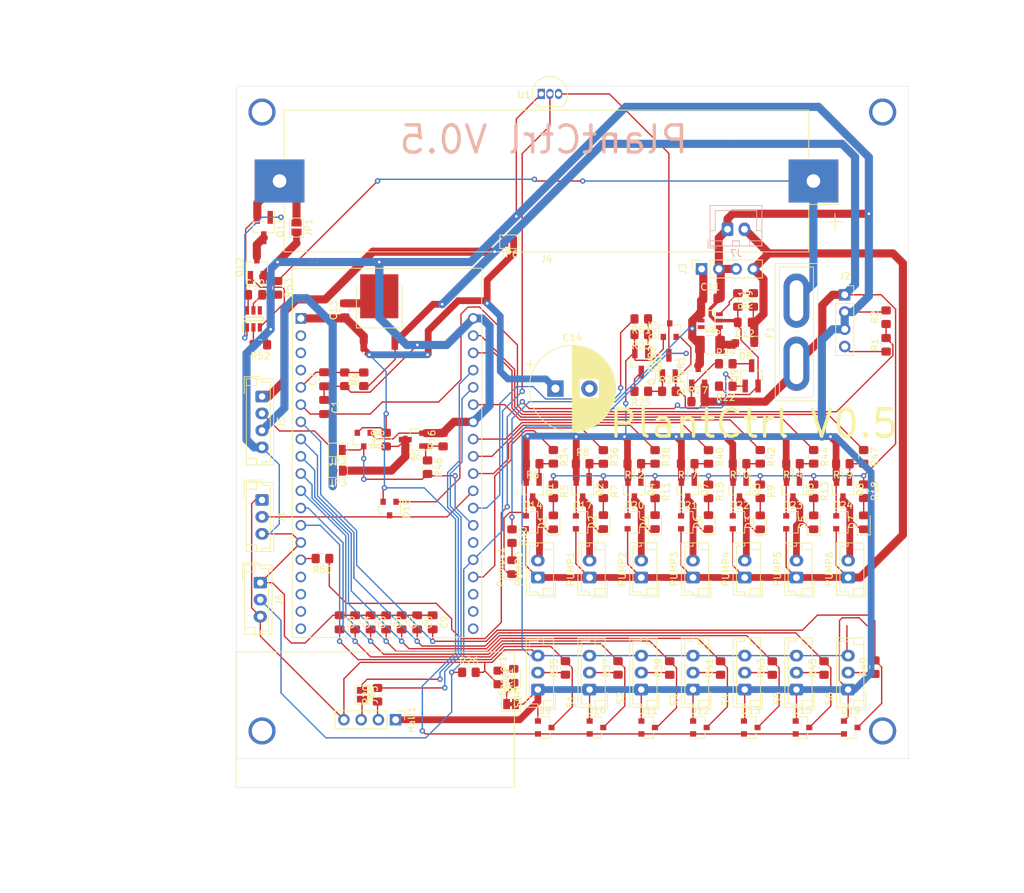
<source format=kicad_pcb>
(kicad_pcb (version 20171130) (host pcbnew 5.1.5+dfsg1-2build2)
  (layers (0 F.Cu signal) (31 B.Cu signal) (34 B.Paste user) (35 F.Paste user) (36 B.SilkS user) (37 F.SilkS user) (38 B.Mask user) (39 F.Mask user) (44 Edge.Cuts user))
  (net 0 "")
  (net 1 PLANT1_PUMP)
  (net 2 PLANT2_PUMP)
  (net 3 PLANT3_PUMP)
  (net 4 PLANT4_PUMP)
  (net 5 PLANT5_PUMP)
  (net 6 PLANT6_PUMP)
  (net 7 GND)
  (net 8 PLANT6_MOIST)
  (net 9 PLANT5_MOIST)
  (net 10 PLANT4_MOIST)
  (net 11 PLANT3_MOIST)
  (net 12 PLANT2_MOIST)
  (net 13 PLANT1_MOIST)
  (net 14 PLANT_CTRL_PUMP_0)
  (net 15 LIPO+)
  (net 16 SOLAR_IN)
  (net 17 PUMP_PWR)
  (net 18 PWR_PUMP_CONVERTER)
  (net 19 "Net-(J5-Pad3)")
  (net 20 3_3V)
  (net 21 Temp)
  (net 22 PLANT0_PUMP)
  (net 23 CUSTOM_GPIO)
  (net 24 PWR_SENSORS)
  (net 25 PLANT0_MOIST)
  (net 26 "Net-(C1-Pad2)")
  (net 27 "Net-(C2-Pad2)")
  (net 28 "Net-(R35-Pad1)")
  (net 29 PLANT_CTRL_PUMP_1)
  (net 30 "Net-(R37-Pad1)")
  (net 31 PLANT_CTRL_PUMP_2)
  (net 32 "Net-(R39-Pad1)")
  (net 33 PLANT_CTRL_PUMP_3)
  (net 34 "Net-(R41-Pad1)")
  (net 35 PLANT_CTRL_PUMP_4)
  (net 36 "Net-(R43-Pad1)")
  (net 37 PLANT_CTRL_PUMP_5)
  (net 38 "Net-(R45-Pad1)")
  (net 39 PLANT_CTRL_PUMP_6)
  (net 40 "Net-(R49-Pad1)")
  (net 41 PUMP_ENABLE)
  (net 42 SENSORS_ENABLE)
  (net 43 GND_BATT)
  (net 44 "Net-(C10-Pad2)")
  (net 45 VCC_BATT)
  (net 46 LIPO_OD)
  (net 47 LIPO_OC)
  (net 48 "Net-(Q11-Pad3)")
  (net 49 "Net-(D8-Pad2)")
  (net 50 "Net-(D18-Pad3)")
  (net 51 "Net-(Hall1-Pad3)")
  (net 52 "Net-(Hall1-Pad2)")
  (net 53 "Net-(IC1-Pad2)")
  (net 54 "Net-(JP3-Pad1)")
  (net 55 "Net-(JP4-Pad1)")
  (net 56 "Net-(JP5-Pad1)")
  (net 57 "Net-(R20-Pad2)")
  (net 58 "Net-(R21-Pad2)")
  (net 59 "Net-(D1-Pad2)")
  (net 60 "Net-(D2-Pad2)")
  (net 61 "Net-(D3-Pad2)")
  (net 62 "Net-(D4-Pad2)")
  (net 63 "Net-(D5-Pad2)")
  (net 64 "Net-(D6-Pad2)")
  (net 65 "Net-(D7-Pad2)")
  (net 66 "Net-(Pumps1-Pad2)")
  (net 67 "Net-(Q1-Pad1)")
  (net 68 "Net-(Q2-Pad1)")
  (net 69 "Net-(Q3-Pad1)")
  (net 70 "Net-(Q4-Pad1)")
  (net 71 "Net-(Q5-Pad1)")
  (net 72 "Net-(Q6-Pad1)")
  (net 73 "Net-(Q7-Pad1)")
  (net 74 "Net-(Q8-Pad1)")
  (net 75 "Net-(Q9-Pad3)")
  (net 76 "Net-(Q9-Pad1)")
  (net 77 "Net-(Q10-Pad3)")
  (net 78 "Net-(Q10-Pad1)")
  (net 79 "Net-(Q_PWR1-Pad1)")
  (net 80 "Net-(Q_PWR2-Pad1)")
  (net 81 "Net-(R31-Pad1)")
  (net 82 "Net-(J5-Pad2)")
  (module ESP32:MODULE_ESP32-DEVKITC-32D (layer F.Cu) (at 192.405 94.615)
    (fp_text reference U2 (at -10.829175 -28.446045) (layer F.SilkS) (effects (font (size 1.000386 1.000386) (thickness 0.015))))
    (fp_text value ESP32-DEVKITC-32D)
    (pad 38 thru_hole circle (at 12.7 25.96) (size 1.56 1.56) (drill 1.04) (layers *.Cu *.Mask))
    (pad 37 thru_hole circle (at 12.7 23.42) (size 1.56 1.56) (drill 1.04) (layers *.Cu *.Mask))
    (pad 36 thru_hole circle (at 12.7 20.88) (size 1.56 1.56) (drill 1.04) (layers *.Cu *.Mask))
    (pad 35 thru_hole circle (at 12.7 18.34) (size 1.56 1.56) (drill 1.04) (layers *.Cu *.Mask) (net 14 PLANT_CTRL_PUMP_0))
    (pad 34 thru_hole circle (at 12.7 15.8) (size 1.56 1.56) (drill 1.04) (layers *.Cu *.Mask) (net 21 Temp))
    (pad 33 thru_hole circle (at 12.7 13.26) (size 1.56 1.56) (drill 1.04) (layers *.Cu *.Mask))
    (pad 32 thru_hole circle (at 12.7 10.72) (size 1.56 1.56) (drill 1.04) (layers *.Cu *.Mask) (net 23 CUSTOM_GPIO))
    (pad 31 thru_hole circle (at 12.7 8.18) (size 1.56 1.56) (drill 1.04) (layers *.Cu *.Mask) (net 42 SENSORS_ENABLE))
    (pad 30 thru_hole circle (at 12.7 5.64) (size 1.56 1.56) (drill 1.04) (layers *.Cu *.Mask) (net 50 "Net-(D18-Pad3)"))
    (pad 29 thru_hole circle (at 12.7 3.1) (size 1.56 1.56) (drill 1.04) (layers *.Cu *.Mask) (net 29 PLANT_CTRL_PUMP_1))
    (pad 28 thru_hole circle (at 12.7 0.56) (size 1.56 1.56) (drill 1.04) (layers *.Cu *.Mask) (net 31 PLANT_CTRL_PUMP_2))
    (pad 27 thru_hole circle (at 12.7 -1.98) (size 1.56 1.56) (drill 1.04) (layers *.Cu *.Mask) (net 33 PLANT_CTRL_PUMP_3))
    (pad 26 thru_hole circle (at 12.7 -4.52) (size 1.56 1.56) (drill 1.04) (layers *.Cu *.Mask) (net 7 GND))
    (pad 25 thru_hole circle (at 12.7 -7.06) (size 1.56 1.56) (drill 1.04) (layers *.Cu *.Mask) (net 35 PLANT_CTRL_PUMP_4))
    (pad 24 thru_hole circle (at 12.7 -9.6) (size 1.56 1.56) (drill 1.04) (layers *.Cu *.Mask) (net 57 "Net-(R20-Pad2)"))
    (pad 23 thru_hole circle (at 12.7 -12.14) (size 1.56 1.56) (drill 1.04) (layers *.Cu *.Mask) (net 56 "Net-(JP5-Pad1)"))
    (pad 22 thru_hole circle (at 12.7 -14.68) (size 1.56 1.56) (drill 1.04) (layers *.Cu *.Mask) (net 37 PLANT_CTRL_PUMP_5))
    (pad 21 thru_hole circle (at 12.7 -17.22) (size 1.56 1.56) (drill 1.04) (layers *.Cu *.Mask) (net 39 PLANT_CTRL_PUMP_6))
    (pad 20 thru_hole circle (at 12.7 -19.76) (size 1.56 1.56) (drill 1.04) (layers *.Cu *.Mask) (net 7 GND))
    (pad 18 thru_hole circle (at -12.7 23.42) (size 1.56 1.56) (drill 1.04) (layers *.Cu *.Mask))
    (pad 17 thru_hole circle (at -12.7 20.88) (size 1.56 1.56) (drill 1.04) (layers *.Cu *.Mask))
    (pad 16 thru_hole circle (at -12.7 18.34) (size 1.56 1.56) (drill 1.04) (layers *.Cu *.Mask))
    (pad 15 thru_hole circle (at -12.7 15.8) (size 1.56 1.56) (drill 1.04) (layers *.Cu *.Mask) (net 41 PUMP_ENABLE))
    (pad 14 thru_hole circle (at -12.7 13.26) (size 1.56 1.56) (drill 1.04) (layers *.Cu *.Mask) (net 7 GND))
    (pad 13 thru_hole circle (at -12.7 10.72) (size 1.56 1.56) (drill 1.04) (layers *.Cu *.Mask) (net 25 PLANT0_MOIST))
    (pad 12 thru_hole circle (at -12.7 8.18) (size 1.56 1.56) (drill 1.04) (layers *.Cu *.Mask) (net 13 PLANT1_MOIST))
    (pad 11 thru_hole circle (at -12.7 5.64) (size 1.56 1.56) (drill 1.04) (layers *.Cu *.Mask) (net 12 PLANT2_MOIST))
    (pad 10 thru_hole circle (at -12.7 3.1) (size 1.56 1.56) (drill 1.04) (layers *.Cu *.Mask) (net 11 PLANT3_MOIST))
    (pad 9 thru_hole circle (at -12.7 0.56) (size 1.56 1.56) (drill 1.04) (layers *.Cu *.Mask) (net 10 PLANT4_MOIST))
    (pad 8 thru_hole circle (at -12.7 -1.98) (size 1.56 1.56) (drill 1.04) (layers *.Cu *.Mask) (net 9 PLANT5_MOIST))
    (pad 7 thru_hole circle (at -12.7 -4.52) (size 1.56 1.56) (drill 1.04) (layers *.Cu *.Mask) (net 8 PLANT6_MOIST))
    (pad 6 thru_hole circle (at -12.7 -7.06) (size 1.56 1.56) (drill 1.04) (layers *.Cu *.Mask) (net 26 "Net-(C1-Pad2)"))
    (pad 5 thru_hole circle (at -12.7 -9.6) (size 1.56 1.56) (drill 1.04) (layers *.Cu *.Mask) (net 27 "Net-(C2-Pad2)"))
    (pad 4 thru_hole circle (at -12.7 -12.14) (size 1.56 1.56) (drill 1.04) (layers *.Cu *.Mask))
    (pad 3 thru_hole circle (at -12.7 -14.68) (size 1.56 1.56) (drill 1.04) (layers *.Cu *.Mask))
    (pad 19 thru_hole circle (at -12.7 25.96) (size 1.56 1.56) (drill 1.04) (layers *.Cu *.Mask))
    (pad 2 thru_hole circle (at -12.7 -17.22) (size 1.56 1.56) (drill 1.04) (layers *.Cu *.Mask))
    (pad 1 thru_hole rect (at -12.7 -19.76) (size 1.56 1.56) (drill 1.04) (layers *.Cu *.Mask) (net 20 3_3V))
  )
  (module LED_SMD:LED_0805_2012Metric_Pad1.15x1.40mm_HandSolder (layer F.Cu) (at 211.074 127.508 90)
    (fp_text reference Sensor1 (at 0 -1.65 90) (layer F.SilkS))
    (fp_text value LED_green)
    (pad 2 smd roundrect (at 1.025 0 90) (size 1.15 1.4) (layers F.Cu F.Paste F.Mask) (roundrect_rratio 0.217391) (net 81 "Net-(R31-Pad1)"))
    (pad 1 smd roundrect (at -1.025 0 90) (size 1.15 1.4) (layers F.Cu F.Paste F.Mask) (roundrect_rratio 0.217391) (net 55 "Net-(JP4-Pad1)"))
  )
  (module LED_SMD:LED_0805_2012Metric_Pad1.15x1.40mm_HandSolder (layer F.Cu) (at 210.82 111.506 90)
    (fp_text reference Pumps1 (at 0 -1.65 90) (layer F.SilkS))
    (fp_text value LED_red)
    (pad 2 smd roundrect (at 1.025 0 90) (size 1.15 1.4) (layers F.Cu F.Paste F.Mask) (roundrect_rratio 0.217391) (net 66 "Net-(Pumps1-Pad2)"))
    (pad 1 smd roundrect (at -1.025 0 90) (size 1.15 1.4) (layers F.Cu F.Paste F.Mask) (roundrect_rratio 0.217391) (net 7 GND))
  )
  (module LED_SMD:LED_0805_2012Metric_Pad1.15x1.40mm_HandSolder (layer F.Cu) (at 262.636 104.902 90)
    (fp_text reference D7 (at 0 -1.65 90) (layer F.SilkS))
    (fp_text value LED_Blue)
    (pad 2 smd roundrect (at 1.025 0 90) (size 1.15 1.4) (layers F.Cu F.Paste F.Mask) (roundrect_rratio 0.217391) (net 65 "Net-(D7-Pad2)"))
    (pad 1 smd roundrect (at -1.025 0 90) (size 1.15 1.4) (layers F.Cu F.Paste F.Mask) (roundrect_rratio 0.217391) (net 6 PLANT6_PUMP))
  )
  (module LED_SMD:LED_0805_2012Metric_Pad1.15x1.40mm_HandSolder (layer F.Cu) (at 239.776 104.8655 90)
    (fp_text reference D6 (at 0 -1.65 90) (layer F.SilkS))
    (fp_text value LED)
    (pad 2 smd roundrect (at 1.025 0 90) (size 1.15 1.4) (layers F.Cu F.Paste F.Mask) (roundrect_rratio 0.217391) (net 64 "Net-(D6-Pad2)"))
    (pad 1 smd roundrect (at -1.025 0 90) (size 1.15 1.4) (layers F.Cu F.Paste F.Mask) (roundrect_rratio 0.217391) (net 3 PLANT3_PUMP))
  )
  (module LED_SMD:LED_0805_2012Metric_Pad1.15x1.40mm_HandSolder (layer F.Cu) (at 255.27 104.902 90)
    (fp_text reference D5 (at 0 -1.65 90) (layer F.SilkS))
    (fp_text value LED)
    (pad 2 smd roundrect (at 1.025 0 90) (size 1.15 1.4) (layers F.Cu F.Paste F.Mask) (roundrect_rratio 0.217391) (net 63 "Net-(D5-Pad2)"))
    (pad 1 smd roundrect (at -1.025 0 90) (size 1.15 1.4) (layers F.Cu F.Paste F.Mask) (roundrect_rratio 0.217391) (net 5 PLANT5_PUMP))
  )
  (module LED_SMD:LED_0805_2012Metric_Pad1.15x1.40mm_HandSolder (layer F.Cu) (at 231.902 104.8655 90)
    (fp_text reference D4 (at 0 -1.65 90) (layer F.SilkS))
    (fp_text value LED_Blue)
    (pad 2 smd roundrect (at 1.025 0 90) (size 1.15 1.4) (layers F.Cu F.Paste F.Mask) (roundrect_rratio 0.217391) (net 62 "Net-(D4-Pad2)"))
    (pad 1 smd roundrect (at -1.025 0 90) (size 1.15 1.4) (layers F.Cu F.Paste F.Mask) (roundrect_rratio 0.217391) (net 2 PLANT2_PUMP))
  )
  (module LED_SMD:LED_0805_2012Metric_Pad1.15x1.40mm_HandSolder (layer F.Cu) (at 247.396 104.902 90)
    (fp_text reference D3 (at 0 -1.65 90) (layer F.SilkS))
    (fp_text value LED_Blue)
    (pad 2 smd roundrect (at 1.025 0 90) (size 1.15 1.4) (layers F.Cu F.Paste F.Mask) (roundrect_rratio 0.217391) (net 61 "Net-(D3-Pad2)"))
    (pad 1 smd roundrect (at -1.025 0 90) (size 1.15 1.4) (layers F.Cu F.Paste F.Mask) (roundrect_rratio 0.217391) (net 4 PLANT4_PUMP))
  )
  (module LED_SMD:LED_0805_2012Metric_Pad1.15x1.40mm_HandSolder (layer F.Cu) (at 224.282 104.8655 90)
    (fp_text reference D2 (at 0 -1.65 90) (layer F.SilkS))
    (fp_text value LED)
    (pad 2 smd roundrect (at 1.025 0 90) (size 1.15 1.4) (layers F.Cu F.Paste F.Mask) (roundrect_rratio 0.217391) (net 60 "Net-(D2-Pad2)"))
    (pad 1 smd roundrect (at -1.025 0 90) (size 1.15 1.4) (layers F.Cu F.Paste F.Mask) (roundrect_rratio 0.217391) (net 1 PLANT1_PUMP))
  )
  (module LED_SMD:LED_0805_2012Metric_Pad1.15x1.40mm_HandSolder (layer F.Cu) (at 216.916 104.902 90)
    (fp_text reference D1 (at 0 -1.65 90) (layer F.SilkS))
    (fp_text value LED_Blue)
    (pad 2 smd roundrect (at 1.025 0 90) (size 1.15 1.4) (layers F.Cu F.Paste F.Mask) (roundrect_rratio 0.217391) (net 59 "Net-(D1-Pad2)"))
    (pad 1 smd roundrect (at -1.025 0 90) (size 1.15 1.4) (layers F.Cu F.Paste F.Mask) (roundrect_rratio 0.217391) (net 22 PLANT0_PUMP))
  )
  (module Capacitor_SMD:C_0805_2012Metric_Pad1.15x1.40mm_HandSolder (layer F.Cu) (at 186.182 73.66 90)
    (fp_text reference C13 (at 0 -1.65 90) (layer F.SilkS))
    (fp_text value 22uf)
    (pad 2 smd roundrect (at 1.025 0 90) (size 1.15 1.4) (layers F.Cu F.Paste F.Mask) (roundrect_rratio 0.217391) (net 7 GND))
    (pad 1 smd roundrect (at -1.025 0 90) (size 1.15 1.4) (layers F.Cu F.Paste F.Mask) (roundrect_rratio 0.217391) (net 20 3_3V))
  )
  (module Capacitor_SMD:C_0805_2012Metric_Pad1.15x1.40mm_HandSolder (layer F.Cu) (at 245.11 75.438 180)
    (fp_text reference C12 (at 0 -1.65) (layer F.SilkS))
    (fp_text value 22uf)
    (pad 2 smd roundrect (at 1.025 0 180) (size 1.15 1.4) (layers F.Cu F.Paste F.Mask) (roundrect_rratio 0.217391) (net 7 GND))
    (pad 1 smd roundrect (at -1.025 0 180) (size 1.15 1.4) (layers F.Cu F.Paste F.Mask) (roundrect_rratio 0.217391) (net 17 PUMP_PWR))
  )
  (module Capacitor_SMD:C_0805_2012Metric_Pad1.15x1.40mm_HandSolder (layer F.Cu) (at 240.03 71.882)
    (fp_text reference C11 (at 0 -1.65) (layer F.SilkS))
    (fp_text value 22uf)
    (pad 2 smd roundrect (at 1.025 0) (size 1.15 1.4) (layers F.Cu F.Paste F.Mask) (roundrect_rratio 0.217391) (net 7 GND))
    (pad 1 smd roundrect (at -1.025 0) (size 1.15 1.4) (layers F.Cu F.Paste F.Mask) (roundrect_rratio 0.217391) (net 18 PWR_PUMP_CONVERTER))
  )
  (module Package_TO_SOT_SMD:SOT-23 (layer F.Cu) (at 234.061 76.581 90)
    (fp_text reference D25 (at 0 -2.5 90) (layer F.SilkS))
    (fp_text value BAS40-04)
    (pad 3 smd rect (at 1 0 90) (size 0.9 0.8) (layers F.Cu F.Paste F.Mask) (net 24 PWR_SENSORS))
    (pad 2 smd rect (at -1 0.95 90) (size 0.9 0.8) (layers F.Cu F.Paste F.Mask) (net 15 LIPO+))
    (pad 1 smd rect (at -1 -0.95 90) (size 0.9 0.8) (layers F.Cu F.Paste F.Mask) (net 7 GND))
  )
  (module Jumper:SolderJumper-2_P1.3mm_Bridged_Pad1.0x1.5mm (layer F.Cu) (at 210.678 131.684)
    (fp_text reference JP4 (at 0 -1.8) (layer F.SilkS))
    (fp_text value SolderJumper_2_Open)
    (fp_poly (pts (xy -0.25 -0.3) (xy 0.25 -0.3) (xy 0.25 0.3) (xy -0.25 0.3)) (layer F.Cu) (width 0))
    (pad 2 smd rect (at 0.65 0) (size 1 1.5) (layers F.Cu F.Mask) (net 7 GND))
    (pad 1 smd rect (at -0.65 0) (size 1 1.5) (layers F.Cu F.Mask) (net 55 "Net-(JP4-Pad1)"))
  )
  (module Capacitor_SMD:C_0805_2012Metric_Pad1.18x1.45mm_HandSolder (layer F.Cu) (at 183.134 87.9055 270)
    (fp_text reference C1 (at 0 -1.68 90) (layer F.SilkS))
    (fp_text value 1u)
    (pad 2 smd roundrect (at 1.0375 0 270) (size 1.175 1.45) (layers F.Cu F.Paste F.Mask) (roundrect_rratio 0.212766) (net 26 "Net-(C1-Pad2)"))
    (pad 1 smd roundrect (at -1.0375 0 270) (size 1.175 1.45) (layers F.Cu F.Paste F.Mask) (roundrect_rratio 0.212766) (net 7 GND))
  )
  (module Connector_PinSocket_2.54mm:PinSocket_1x04_P2.54mm_Vertical (layer F.Cu) (at 259.842 71.374)
    (fp_text reference J2 (at 0 -2.77) (layer F.SilkS))
    (fp_text value Conn_01x04)
    (pad 4 thru_hole oval (at 0 7.62) (size 1.7 1.7) (drill 1) (layers *.Cu *.Mask) (net 16 SOLAR_IN))
    (pad 3 thru_hole oval (at 0 5.08) (size 1.7 1.7) (drill 1) (layers *.Cu *.Mask) (net 7 GND))
    (pad 2 thru_hole oval (at 0 2.54) (size 1.7 1.7) (drill 1) (layers *.Cu *.Mask) (net 7 GND))
    (pad 1 thru_hole rect (at 0 0) (size 1.7 1.7) (drill 1) (layers *.Cu *.Mask) (net 15 LIPO+))
  )
  (module ESP32:SR04M-2PinHeader_1x04_P2.54mm_Vertical (layer F.Cu) (at 193.675 133.985 270)
    (fp_text reference Hall1 (at 0 -2.33 90) (layer F.SilkS))
    (fp_text value Conn_01x04)
    (pad 4 thru_hole oval (at 0 7.62 270) (size 1.7 1.7) (drill 1) (layers *.Cu *.Mask) (net 24 PWR_SENSORS))
    (pad 3 thru_hole oval (at 0 5.08 270) (size 1.7 1.7) (drill 1) (layers *.Cu *.Mask) (net 51 "Net-(Hall1-Pad3)"))
    (pad 2 thru_hole oval (at 0 2.54 270) (size 1.7 1.7) (drill 1) (layers *.Cu *.Mask) (net 52 "Net-(Hall1-Pad2)"))
    (pad 1 thru_hole rect (at 0 0 270) (size 1.7 1.7) (drill 1) (layers *.Cu *.Mask) (net 7 GND))
  )
  (module ESP32:DPAK457P991X255-3N (layer F.Cu) (at 191.262 73.914 90)
    (fp_text reference U3 (at -2.825 -4.635 90) (layer F.SilkS) (effects (font (thickness 0.015))))
    (fp_text value LP38690DT-3.3)
    (pad 4 smd rect (at 2.32 0 90) (size 6.49 5.63) (layers F.Cu F.Mask) (net 7 GND))
    (pad 3 smd rect (at -4.45 2.285 90) (size 2.22 0.96) (layers F.Cu F.Paste F.Mask) (net 15 LIPO+))
    (pad 1 smd rect (at -4.45 -2.285 90) (size 2.22 0.96) (layers F.Cu F.Paste F.Mask) (net 20 3_3V))
  )
  (module Resistor_SMD:R_0805_2012Metric_Pad1.20x1.40mm_HandSolder (layer F.Cu) (at 229.87 74.93 180)
    (fp_text reference R51 (at 0 -1.65) (layer F.SilkS))
    (fp_text value 1k)
    (pad 2 smd roundrect (at 1 0 180) (size 1.2 1.4) (layers F.Cu F.Paste F.Mask) (roundrect_rratio 0.208333) (net 42 SENSORS_ENABLE))
    (pad 1 smd roundrect (at -1 0 180) (size 1.2 1.4) (layers F.Cu F.Paste F.Mask) (roundrect_rratio 0.208333) (net 78 "Net-(Q10-Pad1)"))
  )
  (module Resistor_SMD:R_0805_2012Metric_Pad1.20x1.40mm_HandSolder (layer F.Cu) (at 182.896 110.236 180)
    (fp_text reference R50 (at 0 -1.65) (layer F.SilkS))
    (fp_text value 1k)
    (pad 2 smd roundrect (at 1 0 180) (size 1.2 1.4) (layers F.Cu F.Paste F.Mask) (roundrect_rratio 0.208333) (net 41 PUMP_ENABLE))
    (pad 1 smd roundrect (at -1 0 180) (size 1.2 1.4) (layers F.Cu F.Paste F.Mask) (roundrect_rratio 0.208333) (net 76 "Net-(Q9-Pad1)"))
  )
  (module Resistor_SMD:R_0805_2012Metric_Pad1.20x1.40mm_HandSolder (layer F.Cu) (at 264.287 126.238 90)
    (fp_text reference R49 (at 0 -1.65 90) (layer F.SilkS))
    (fp_text value 1k)
    (pad 2 smd roundrect (at 1 0 90) (size 1.2 1.4) (layers F.Cu F.Paste F.Mask) (roundrect_rratio 0.208333) (net 8 PLANT6_MOIST))
    (pad 1 smd roundrect (at -1 0 90) (size 1.2 1.4) (layers F.Cu F.Paste F.Mask) (roundrect_rratio 0.208333) (net 40 "Net-(R49-Pad1)"))
  )
  (module Resistor_SMD:R_0805_2012Metric_Pad1.20x1.40mm_HandSolder (layer F.Cu) (at 192.278 92.71 90)
    (fp_text reference R48 (at 0 -1.65 90) (layer F.SilkS))
    (fp_text value 10k)
    (pad 2 smd roundrect (at 1 0 90) (size 1.2 1.4) (layers F.Cu F.Paste F.Mask) (roundrect_rratio 0.208333) (net 20 3_3V))
    (pad 1 smd roundrect (at -1 0 90) (size 1.2 1.4) (layers F.Cu F.Paste F.Mask) (roundrect_rratio 0.208333) (net 54 "Net-(JP3-Pad1)"))
  )
  (module Resistor_SMD:R_0805_2012Metric_Pad1.20x1.40mm_HandSolder (layer F.Cu) (at 262.636 95.25 270)
    (fp_text reference R47 (at 0 -1.65 90) (layer F.SilkS))
    (fp_text value 1k)
    (pad 2 smd roundrect (at 1 0 270) (size 1.2 1.4) (layers F.Cu F.Paste F.Mask) (roundrect_rratio 0.208333) (net 74 "Net-(Q8-Pad1)"))
    (pad 1 smd roundrect (at -1 0 270) (size 1.2 1.4) (layers F.Cu F.Paste F.Mask) (roundrect_rratio 0.208333) (net 39 PLANT_CTRL_PUMP_6))
  )
  (module Resistor_SMD:R_0805_2012Metric_Pad1.20x1.40mm_HandSolder (layer F.Cu) (at 198.374 96.774 270)
    (fp_text reference R46 (at 0 -1.65 90) (layer F.SilkS))
    (fp_text value 1k)
    (pad 2 smd roundrect (at 1 0 270) (size 1.2 1.4) (layers F.Cu F.Paste F.Mask) (roundrect_rratio 0.208333) (net 23 CUSTOM_GPIO))
    (pad 1 smd roundrect (at -1 0 270) (size 1.2 1.4) (layers F.Cu F.Paste F.Mask) (roundrect_rratio 0.208333) (net 72 "Net-(Q6-Pad1)"))
  )
  (module Resistor_SMD:R_0805_2012Metric_Pad1.20x1.40mm_HandSolder (layer F.Cu) (at 256.794 126.365 90)
    (fp_text reference R45 (at 0 -1.65 90) (layer F.SilkS))
    (fp_text value 1k)
    (pad 2 smd roundrect (at 1 0 90) (size 1.2 1.4) (layers F.Cu F.Paste F.Mask) (roundrect_rratio 0.208333) (net 9 PLANT5_MOIST))
    (pad 1 smd roundrect (at -1 0 90) (size 1.2 1.4) (layers F.Cu F.Paste F.Mask) (roundrect_rratio 0.208333) (net 38 "Net-(R45-Pad1)"))
  )
  (module Resistor_SMD:R_0805_2012Metric_Pad1.20x1.40mm_HandSolder (layer F.Cu) (at 255.27 95.25 270)
    (fp_text reference R44 (at 0 -1.65 90) (layer F.SilkS))
    (fp_text value 1k)
    (pad 2 smd roundrect (at 1 0 270) (size 1.2 1.4) (layers F.Cu F.Paste F.Mask) (roundrect_rratio 0.208333) (net 71 "Net-(Q5-Pad1)"))
    (pad 1 smd roundrect (at -1 0 270) (size 1.2 1.4) (layers F.Cu F.Paste F.Mask) (roundrect_rratio 0.208333) (net 37 PLANT_CTRL_PUMP_5))
  )
  (module Resistor_SMD:R_0805_2012Metric_Pad1.20x1.40mm_HandSolder (layer F.Cu) (at 249.174 126.365 90)
    (fp_text reference R43 (at 0 -1.65 90) (layer F.SilkS))
    (fp_text value 1k)
    (pad 2 smd roundrect (at 1 0 90) (size 1.2 1.4) (layers F.Cu F.Paste F.Mask) (roundrect_rratio 0.208333) (net 10 PLANT4_MOIST))
    (pad 1 smd roundrect (at -1 0 90) (size 1.2 1.4) (layers F.Cu F.Paste F.Mask) (roundrect_rratio 0.208333) (net 36 "Net-(R43-Pad1)"))
  )
  (module Resistor_SMD:R_0805_2012Metric_Pad1.20x1.40mm_HandSolder (layer F.Cu) (at 247.396 95.25 270)
    (fp_text reference R42 (at 0 -1.65 90) (layer F.SilkS))
    (fp_text value 1k)
    (pad 2 smd roundrect (at 1 0 270) (size 1.2 1.4) (layers F.Cu F.Paste F.Mask) (roundrect_rratio 0.208333) (net 69 "Net-(Q3-Pad1)"))
    (pad 1 smd roundrect (at -1 0 270) (size 1.2 1.4) (layers F.Cu F.Paste F.Mask) (roundrect_rratio 0.208333) (net 35 PLANT_CTRL_PUMP_4))
  )
  (module Resistor_SMD:R_0805_2012Metric_Pad1.20x1.40mm_HandSolder (layer F.Cu) (at 241.554 126.365 90)
    (fp_text reference R41 (at 0 -1.65 90) (layer F.SilkS))
    (fp_text value 1k)
    (pad 2 smd roundrect (at 1 0 90) (size 1.2 1.4) (layers F.Cu F.Paste F.Mask) (roundrect_rratio 0.208333) (net 11 PLANT3_MOIST))
    (pad 1 smd roundrect (at -1 0 90) (size 1.2 1.4) (layers F.Cu F.Paste F.Mask) (roundrect_rratio 0.208333) (net 34 "Net-(R41-Pad1)"))
  )
  (module Resistor_SMD:R_0805_2012Metric_Pad1.20x1.40mm_HandSolder (layer F.Cu) (at 239.776 95.266 270)
    (fp_text reference R40 (at 0 -1.65 90) (layer F.SilkS))
    (fp_text value 1k)
    (pad 2 smd roundrect (at 1 0 270) (size 1.2 1.4) (layers F.Cu F.Paste F.Mask) (roundrect_rratio 0.208333) (net 73 "Net-(Q7-Pad1)"))
    (pad 1 smd roundrect (at -1 0 270) (size 1.2 1.4) (layers F.Cu F.Paste F.Mask) (roundrect_rratio 0.208333) (net 33 PLANT_CTRL_PUMP_3))
  )
  (module Resistor_SMD:R_0805_2012Metric_Pad1.20x1.40mm_HandSolder (layer F.Cu) (at 234.061 126.365 90)
    (fp_text reference R39 (at 0 -1.65 90) (layer F.SilkS))
    (fp_text value 1k)
    (pad 2 smd roundrect (at 1 0 90) (size 1.2 1.4) (layers F.Cu F.Paste F.Mask) (roundrect_rratio 0.208333) (net 12 PLANT2_MOIST))
    (pad 1 smd roundrect (at -1 0 90) (size 1.2 1.4) (layers F.Cu F.Paste F.Mask) (roundrect_rratio 0.208333) (net 32 "Net-(R39-Pad1)"))
  )
  (module Resistor_SMD:R_0805_2012Metric_Pad1.20x1.40mm_HandSolder (layer F.Cu) (at 231.902 95.266 270)
    (fp_text reference R38 (at 0 -1.65 90) (layer F.SilkS))
    (fp_text value 1k)
    (pad 2 smd roundrect (at 1 0 270) (size 1.2 1.4) (layers F.Cu F.Paste F.Mask) (roundrect_rratio 0.208333) (net 70 "Net-(Q4-Pad1)"))
    (pad 1 smd roundrect (at -1 0 270) (size 1.2 1.4) (layers F.Cu F.Paste F.Mask) (roundrect_rratio 0.208333) (net 31 PLANT_CTRL_PUMP_2))
  )
  (module Resistor_SMD:R_0805_2012Metric_Pad1.20x1.40mm_HandSolder (layer F.Cu) (at 226.441 126.349 90)
    (fp_text reference R37 (at 0 -1.65 90) (layer F.SilkS))
    (fp_text value 10k)
    (pad 2 smd roundrect (at 1 0 90) (size 1.2 1.4) (layers F.Cu F.Paste F.Mask) (roundrect_rratio 0.208333) (net 13 PLANT1_MOIST))
    (pad 1 smd roundrect (at -1 0 90) (size 1.2 1.4) (layers F.Cu F.Paste F.Mask) (roundrect_rratio 0.208333) (net 30 "Net-(R37-Pad1)"))
  )
  (module Resistor_SMD:R_0805_2012Metric_Pad1.20x1.40mm_HandSolder (layer F.Cu) (at 224.282 95.266 270)
    (fp_text reference R36 (at 0 -1.65 90) (layer F.SilkS))
    (fp_text value 1k)
    (pad 2 smd roundrect (at 1 0 270) (size 1.2 1.4) (layers F.Cu F.Paste F.Mask) (roundrect_rratio 0.208333) (net 68 "Net-(Q2-Pad1)"))
    (pad 1 smd roundrect (at -1 0 270) (size 1.2 1.4) (layers F.Cu F.Paste F.Mask) (roundrect_rratio 0.208333) (net 29 PLANT_CTRL_PUMP_1))
  )
  (module Resistor_SMD:R_0805_2012Metric_Pad1.20x1.40mm_HandSolder (layer F.Cu) (at 218.694 126.349 90)
    (fp_text reference R35 (at 0 -1.65 90) (layer F.SilkS))
    (fp_text value 10k)
    (pad 2 smd roundrect (at 1 0 90) (size 1.2 1.4) (layers F.Cu F.Paste F.Mask) (roundrect_rratio 0.208333) (net 25 PLANT0_MOIST))
    (pad 1 smd roundrect (at -1 0 90) (size 1.2 1.4) (layers F.Cu F.Paste F.Mask) (roundrect_rratio 0.208333) (net 28 "Net-(R35-Pad1)"))
  )
  (module Resistor_SMD:R_0805_2012Metric_Pad1.20x1.40mm_HandSolder (layer F.Cu) (at 216.916 95.25 270)
    (fp_text reference R34 (at 0 -1.65 90) (layer F.SilkS))
    (fp_text value 1k)
    (pad 2 smd roundrect (at 1 0 270) (size 1.2 1.4) (layers F.Cu F.Paste F.Mask) (roundrect_rratio 0.208333) (net 67 "Net-(Q1-Pad1)"))
    (pad 1 smd roundrect (at -1 0 270) (size 1.2 1.4) (layers F.Cu F.Paste F.Mask) (roundrect_rratio 0.208333) (net 14 PLANT_CTRL_PUMP_0))
  )
  (module Resistor_SMD:R_0805_2012Metric_Pad1.20x1.40mm_HandSolder (layer F.Cu) (at 208.788 127.762 270)
    (fp_text reference R31 (at 0 -1.65 90) (layer F.SilkS))
    (fp_text value 270)
    (pad 2 smd roundrect (at 1 0 270) (size 1.2 1.4) (layers F.Cu F.Paste F.Mask) (roundrect_rratio 0.208333) (net 24 PWR_SENSORS))
    (pad 1 smd roundrect (at -1 0 270) (size 1.2 1.4) (layers F.Cu F.Paste F.Mask) (roundrect_rratio 0.208333) (net 81 "Net-(R31-Pad1)"))
  )
  (module Resistor_SMD:R_0805_2012Metric_Pad1.20x1.40mm_HandSolder (layer F.Cu) (at 210.82 106.934 270)
    (fp_text reference R30 (at 0 -1.65 90) (layer F.SilkS))
    (fp_text value 270)
    (pad 2 smd roundrect (at 1 0 270) (size 1.2 1.4) (layers F.Cu F.Paste F.Mask) (roundrect_rratio 0.208333) (net 66 "Net-(Pumps1-Pad2)"))
    (pad 1 smd roundrect (at -1 0 270) (size 1.2 1.4) (layers F.Cu F.Paste F.Mask) (roundrect_rratio 0.208333) (net 18 PWR_PUMP_CONVERTER))
  )
  (module Resistor_SMD:R_0805_2012Metric_Pad1.20x1.40mm_HandSolder (layer F.Cu) (at 233.934 85.598)
    (fp_text reference R28 (at 0 -1.65) (layer F.SilkS))
    (fp_text value 10k)
    (pad 2 smd roundrect (at 1 0) (size 1.2 1.4) (layers F.Cu F.Paste F.Mask) (roundrect_rratio 0.208333) (net 15 LIPO+))
    (pad 1 smd roundrect (at -1 0) (size 1.2 1.4) (layers F.Cu F.Paste F.Mask) (roundrect_rratio 0.208333) (net 80 "Net-(Q_PWR2-Pad1)"))
  )
  (module Resistor_SMD:R_0805_2012Metric_Pad1.20x1.40mm_HandSolder (layer F.Cu) (at 238.252 87.122)
    (fp_text reference R27 (at 0 -1.65) (layer F.SilkS))
    (fp_text value 10k)
    (pad 2 smd roundrect (at 1 0) (size 1.2 1.4) (layers F.Cu F.Paste F.Mask) (roundrect_rratio 0.208333) (net 15 LIPO+))
    (pad 1 smd roundrect (at -1 0) (size 1.2 1.4) (layers F.Cu F.Paste F.Mask) (roundrect_rratio 0.208333) (net 79 "Net-(Q_PWR1-Pad1)"))
  )
  (module Resistor_SMD:R_0805_2012Metric_Pad1.20x1.40mm_HandSolder (layer F.Cu) (at 204.47 127)
    (fp_text reference R26 (at 0 -1.65) (layer F.SilkS))
    (fp_text value 4k7)
    (pad 2 smd roundrect (at 1 0) (size 1.2 1.4) (layers F.Cu F.Paste F.Mask) (roundrect_rratio 0.208333) (net 24 PWR_SENSORS))
    (pad 1 smd roundrect (at -1 0) (size 1.2 1.4) (layers F.Cu F.Paste F.Mask) (roundrect_rratio 0.208333) (net 21 Temp))
  )
  (module Resistor_SMD:R_0805_2012Metric_Pad1.20x1.40mm_HandSolder (layer F.Cu) (at 229.87 85.598 180)
    (fp_text reference R25 (at 0 -1.65) (layer F.SilkS))
    (fp_text value 10k)
    (pad 2 smd roundrect (at 1 0 180) (size 1.2 1.4) (layers F.Cu F.Paste F.Mask) (roundrect_rratio 0.208333) (net 77 "Net-(Q10-Pad3)"))
    (pad 1 smd roundrect (at -1 0 180) (size 1.2 1.4) (layers F.Cu F.Paste F.Mask) (roundrect_rratio 0.208333) (net 80 "Net-(Q_PWR2-Pad1)"))
  )
  (module Resistor_SMD:R_0805_2012Metric_Pad1.20x1.40mm_HandSolder (layer F.Cu) (at 242.316 81.534)
    (fp_text reference R24 (at 0 -1.65) (layer F.SilkS))
    (fp_text value 10k)
    (pad 2 smd roundrect (at 1 0) (size 1.2 1.4) (layers F.Cu F.Paste F.Mask) (roundrect_rratio 0.208333) (net 75 "Net-(Q9-Pad3)"))
    (pad 1 smd roundrect (at -1 0) (size 1.2 1.4) (layers F.Cu F.Paste F.Mask) (roundrect_rratio 0.208333) (net 79 "Net-(Q_PWR1-Pad1)"))
  )
  (module Resistor_SMD:R_0805_2012Metric_Pad1.20x1.40mm_HandSolder (layer F.Cu) (at 229.87 77.216 180)
    (fp_text reference R23 (at 0 -1.65) (layer F.SilkS))
    (fp_text value 10k)
    (pad 2 smd roundrect (at 1 0 180) (size 1.2 1.4) (layers F.Cu F.Paste F.Mask) (roundrect_rratio 0.208333) (net 7 GND))
    (pad 1 smd roundrect (at -1 0 180) (size 1.2 1.4) (layers F.Cu F.Paste F.Mask) (roundrect_rratio 0.208333) (net 78 "Net-(Q10-Pad1)"))
  )
  (module Resistor_SMD:R_0805_2012Metric_Pad1.20x1.40mm_HandSolder (layer F.Cu) (at 242.316 84.836 180)
    (fp_text reference R22 (at 0 -1.65) (layer F.SilkS))
    (fp_text value 10k)
    (pad 2 smd roundrect (at 1 0 180) (size 1.2 1.4) (layers F.Cu F.Paste F.Mask) (roundrect_rratio 0.208333) (net 7 GND))
    (pad 1 smd roundrect (at -1 0 180) (size 1.2 1.4) (layers F.Cu F.Paste F.Mask) (roundrect_rratio 0.208333) (net 76 "Net-(Q9-Pad1)"))
  )
  (module Resistor_SMD:R_0805_2012Metric_Pad1.20x1.40mm_HandSolder (layer F.Cu) (at 259.572 96.266 180)
    (fp_text reference R19 (at 0 -1.65) (layer F.SilkS))
    (fp_text value 10k)
    (pad 2 smd roundrect (at 1 0 180) (size 1.2 1.4) (layers F.Cu F.Paste F.Mask) (roundrect_rratio 0.208333) (net 7 GND))
    (pad 1 smd roundrect (at -1 0 180) (size 1.2 1.4) (layers F.Cu F.Paste F.Mask) (roundrect_rratio 0.208333) (net 74 "Net-(Q8-Pad1)"))
  )
  (module Resistor_SMD:R_0805_2012Metric_Pad1.20x1.40mm_HandSolder (layer F.Cu) (at 262.636 100.314 270)
    (fp_text reference R18 (at 0 -1.65 90) (layer F.SilkS))
    (fp_text value 270)
    (pad 2 smd roundrect (at 1 0 270) (size 1.2 1.4) (layers F.Cu F.Paste F.Mask) (roundrect_rratio 0.208333) (net 65 "Net-(D7-Pad2)"))
    (pad 1 smd roundrect (at -1 0 270) (size 1.2 1.4) (layers F.Cu F.Paste F.Mask) (roundrect_rratio 0.208333) (net 15 LIPO+))
  )
  (module Resistor_SMD:R_0805_2012Metric_Pad1.20x1.40mm_HandSolder (layer F.Cu) (at 236.712 96.266 180)
    (fp_text reference R17 (at 0 -1.65) (layer F.SilkS))
    (fp_text value 47k)
    (pad 2 smd roundrect (at 1 0 180) (size 1.2 1.4) (layers F.Cu F.Paste F.Mask) (roundrect_rratio 0.208333) (net 7 GND))
    (pad 1 smd roundrect (at -1 0 180) (size 1.2 1.4) (layers F.Cu F.Paste F.Mask) (roundrect_rratio 0.208333) (net 73 "Net-(Q7-Pad1)"))
  )
  (module Resistor_SMD:R_0805_2012Metric_Pad1.20x1.40mm_HandSolder (layer F.Cu) (at 200.66 92.71 90)
    (fp_text reference R16 (at 0 -1.65 90) (layer F.SilkS))
    (fp_text value 10k)
    (pad 2 smd roundrect (at 1 0 90) (size 1.2 1.4) (layers F.Cu F.Paste F.Mask) (roundrect_rratio 0.208333) (net 7 GND))
    (pad 1 smd roundrect (at -1 0 90) (size 1.2 1.4) (layers F.Cu F.Paste F.Mask) (roundrect_rratio 0.208333) (net 72 "Net-(Q6-Pad1)"))
  )
  (module Resistor_SMD:R_0805_2012Metric_Pad1.20x1.40mm_HandSolder (layer F.Cu) (at 239.776 100.346 270)
    (fp_text reference R15 (at 0 -1.65 90) (layer F.SilkS))
    (fp_text value 270)
    (pad 2 smd roundrect (at 1 0 270) (size 1.2 1.4) (layers F.Cu F.Paste F.Mask) (roundrect_rratio 0.208333) (net 64 "Net-(D6-Pad2)"))
    (pad 1 smd roundrect (at -1 0 270) (size 1.2 1.4) (layers F.Cu F.Paste F.Mask) (roundrect_rratio 0.208333) (net 15 LIPO+))
  )
  (module Resistor_SMD:R_0805_2012Metric_Pad1.20x1.40mm_HandSolder (layer F.Cu) (at 252.222 96.266 180)
    (fp_text reference R14 (at 0 -1.65) (layer F.SilkS))
    (fp_text value 10k)
    (pad 2 smd roundrect (at 1 0 180) (size 1.2 1.4) (layers F.Cu F.Paste F.Mask) (roundrect_rratio 0.208333) (net 7 GND))
    (pad 1 smd roundrect (at -1 0 180) (size 1.2 1.4) (layers F.Cu F.Paste F.Mask) (roundrect_rratio 0.208333) (net 71 "Net-(Q5-Pad1)"))
  )
  (module Resistor_SMD:R_0805_2012Metric_Pad1.20x1.40mm_HandSolder (layer F.Cu) (at 255.27 100.33 270)
    (fp_text reference R13 (at 0 -1.65 90) (layer F.SilkS))
    (fp_text value 270)
    (pad 2 smd roundrect (at 1 0 270) (size 1.2 1.4) (layers F.Cu F.Paste F.Mask) (roundrect_rratio 0.208333) (net 63 "Net-(D5-Pad2)"))
    (pad 1 smd roundrect (at -1 0 270) (size 1.2 1.4) (layers F.Cu F.Paste F.Mask) (roundrect_rratio 0.208333) (net 15 LIPO+))
  )
  (module Resistor_SMD:R_0805_2012Metric_Pad1.20x1.40mm_HandSolder (layer F.Cu) (at 228.838 96.266 180)
    (fp_text reference R12 (at 0 -1.65) (layer F.SilkS))
    (fp_text value 10k)
    (pad 2 smd roundrect (at 1 0 180) (size 1.2 1.4) (layers F.Cu F.Paste F.Mask) (roundrect_rratio 0.208333) (net 7 GND))
    (pad 1 smd roundrect (at -1 0 180) (size 1.2 1.4) (layers F.Cu F.Paste F.Mask) (roundrect_rratio 0.208333) (net 70 "Net-(Q4-Pad1)"))
  )
  (module Resistor_SMD:R_0805_2012Metric_Pad1.20x1.40mm_HandSolder (layer F.Cu) (at 231.902 100.346 270)
    (fp_text reference R11 (at 0 -1.65 90) (layer F.SilkS))
    (fp_text value 270)
    (pad 2 smd roundrect (at 1 0 270) (size 1.2 1.4) (layers F.Cu F.Paste F.Mask) (roundrect_rratio 0.208333) (net 62 "Net-(D4-Pad2)"))
    (pad 1 smd roundrect (at -1 0 270) (size 1.2 1.4) (layers F.Cu F.Paste F.Mask) (roundrect_rratio 0.208333) (net 15 LIPO+))
  )
  (module Resistor_SMD:R_0805_2012Metric_Pad1.20x1.40mm_HandSolder (layer F.Cu) (at 244.348 96.266 180)
    (fp_text reference R10 (at 0 -1.65) (layer F.SilkS))
    (fp_text value 47k)
    (pad 2 smd roundrect (at 1 0 180) (size 1.2 1.4) (layers F.Cu F.Paste F.Mask) (roundrect_rratio 0.208333) (net 7 GND))
    (pad 1 smd roundrect (at -1 0 180) (size 1.2 1.4) (layers F.Cu F.Paste F.Mask) (roundrect_rratio 0.208333) (net 69 "Net-(Q3-Pad1)"))
  )
  (module Resistor_SMD:R_0805_2012Metric_Pad1.20x1.40mm_HandSolder (layer F.Cu) (at 247.396 100.33 270)
    (fp_text reference R9 (at 0 -1.65 90) (layer F.SilkS))
    (fp_text value 270)
    (pad 2 smd roundrect (at 1 0 270) (size 1.2 1.4) (layers F.Cu F.Paste F.Mask) (roundrect_rratio 0.208333) (net 61 "Net-(D3-Pad2)"))
    (pad 1 smd roundrect (at -1 0 270) (size 1.2 1.4) (layers F.Cu F.Paste F.Mask) (roundrect_rratio 0.208333) (net 15 LIPO+))
  )
  (module Resistor_SMD:R_0805_2012Metric_Pad1.20x1.40mm_HandSolder (layer F.Cu) (at 221.234 96.266)
    (fp_text reference R8 (at 0 -1.65) (layer F.SilkS))
    (fp_text value 10k)
    (pad 2 smd roundrect (at 1 0) (size 1.2 1.4) (layers F.Cu F.Paste F.Mask) (roundrect_rratio 0.208333) (net 68 "Net-(Q2-Pad1)"))
    (pad 1 smd roundrect (at -1 0) (size 1.2 1.4) (layers F.Cu F.Paste F.Mask) (roundrect_rratio 0.208333) (net 7 GND))
  )
  (module Resistor_SMD:R_0805_2012Metric_Pad1.20x1.40mm_HandSolder (layer F.Cu) (at 224.282 100.33 270)
    (fp_text reference R7 (at 0 -1.65 90) (layer F.SilkS))
    (fp_text value 270)
    (pad 2 smd roundrect (at 1 0 270) (size 1.2 1.4) (layers F.Cu F.Paste F.Mask) (roundrect_rratio 0.208333) (net 60 "Net-(D2-Pad2)"))
    (pad 1 smd roundrect (at -1 0 270) (size 1.2 1.4) (layers F.Cu F.Paste F.Mask) (roundrect_rratio 0.208333) (net 15 LIPO+))
  )
  (module Resistor_SMD:R_0805_2012Metric_Pad1.20x1.40mm_HandSolder (layer F.Cu) (at 213.868 96.266 180)
    (fp_text reference R6 (at 0 -1.65) (layer F.SilkS))
    (fp_text value 10k)
    (pad 2 smd roundrect (at 1 0 180) (size 1.2 1.4) (layers F.Cu F.Paste F.Mask) (roundrect_rratio 0.208333) (net 7 GND))
    (pad 1 smd roundrect (at -1 0 180) (size 1.2 1.4) (layers F.Cu F.Paste F.Mask) (roundrect_rratio 0.208333) (net 67 "Net-(Q1-Pad1)"))
  )
  (module Resistor_SMD:R_0805_2012Metric_Pad1.20x1.40mm_HandSolder (layer F.Cu) (at 216.916 100.33 270)
    (fp_text reference R5 (at 0 -1.65 90) (layer F.SilkS))
    (fp_text value 270)
    (pad 2 smd roundrect (at 1 0 270) (size 1.2 1.4) (layers F.Cu F.Paste F.Mask) (roundrect_rratio 0.208333) (net 59 "Net-(D1-Pad2)"))
    (pad 1 smd roundrect (at -1 0 270) (size 1.2 1.4) (layers F.Cu F.Paste F.Mask) (roundrect_rratio 0.208333) (net 15 LIPO+))
  )
  (module Resistor_SMD:R_0805_2012Metric_Pad1.20x1.40mm_HandSolder (layer F.Cu) (at 186.182 83.82 270)
    (fp_text reference R4 (at 0 -1.65 90) (layer F.SilkS))
    (fp_text value 47k)
    (pad 2 smd roundrect (at 1 0 270) (size 1.2 1.4) (layers F.Cu F.Paste F.Mask) (roundrect_rratio 0.208333) (net 7 GND))
    (pad 1 smd roundrect (at -1 0 270) (size 1.2 1.4) (layers F.Cu F.Paste F.Mask) (roundrect_rratio 0.208333) (net 27 "Net-(C2-Pad2)"))
  )
  (module Resistor_SMD:R_0805_2012Metric_Pad1.20x1.40mm_HandSolder (layer F.Cu) (at 188.976 83.82 90)
    (fp_text reference R3 (at 0 -1.65 90) (layer F.SilkS))
    (fp_text value 33k)
    (pad 2 smd roundrect (at 1 0 90) (size 1.2 1.4) (layers F.Cu F.Paste F.Mask) (roundrect_rratio 0.208333) (net 27 "Net-(C2-Pad2)"))
    (pad 1 smd roundrect (at -1 0 90) (size 1.2 1.4) (layers F.Cu F.Paste F.Mask) (roundrect_rratio 0.208333) (net 15 LIPO+))
  )
  (module Resistor_SMD:R_0805_2012Metric_Pad1.20x1.40mm_HandSolder (layer F.Cu) (at 265.938 74.676 90)
    (fp_text reference R2 (at 0 -1.65 90) (layer F.SilkS))
    (fp_text value 33k)
    (pad 2 smd roundrect (at 1 0 90) (size 1.2 1.4) (layers F.Cu F.Paste F.Mask) (roundrect_rratio 0.208333) (net 7 GND))
    (pad 1 smd roundrect (at -1 0 90) (size 1.2 1.4) (layers F.Cu F.Paste F.Mask) (roundrect_rratio 0.208333) (net 26 "Net-(C1-Pad2)"))
  )
  (module Resistor_SMD:R_0805_2012Metric_Pad1.20x1.40mm_HandSolder (layer F.Cu) (at 265.938 78.74 90)
    (fp_text reference R1 (at 0 -1.65 90) (layer F.SilkS))
    (fp_text value 100k)
    (pad 2 smd roundrect (at 1 0 90) (size 1.2 1.4) (layers F.Cu F.Paste F.Mask) (roundrect_rratio 0.208333) (net 26 "Net-(C1-Pad2)"))
    (pad 1 smd roundrect (at -1 0 90) (size 1.2 1.4) (layers F.Cu F.Paste F.Mask) (roundrect_rratio 0.208333) (net 16 SOLAR_IN))
  )
  (module Package_TO_SOT_SMD:SOT-23_Handsoldering (layer F.Cu) (at 233.934 81.788 90)
    (fp_text reference Q_PWR2 (at 0 -2.5 90) (layer F.SilkS))
    (fp_text value "P-channel 50v 4A")
    (pad 3 smd rect (at 1.5 0 90) (size 1.9 0.8) (layers F.Cu F.Paste F.Mask) (net 24 PWR_SENSORS))
    (pad 2 smd rect (at -1.5 0.95 90) (size 1.9 0.8) (layers F.Cu F.Paste F.Mask) (net 15 LIPO+))
    (pad 1 smd rect (at -1.5 -0.95 90) (size 1.9 0.8) (layers F.Cu F.Paste F.Mask) (net 80 "Net-(Q_PWR2-Pad1)"))
  )
  (module Package_TO_SOT_SMD:SOT-23_Handsoldering (layer F.Cu) (at 238.252 83.312 90)
    (fp_text reference Q_PWR1 (at 0 -2.5 90) (layer F.SilkS))
    (fp_text value "P-channel 50v 4A")
    (pad 3 smd rect (at 1.5 0 90) (size 1.9 0.8) (layers F.Cu F.Paste F.Mask) (net 18 PWR_PUMP_CONVERTER))
    (pad 2 smd rect (at -1.5 0.95 90) (size 1.9 0.8) (layers F.Cu F.Paste F.Mask) (net 15 LIPO+))
    (pad 1 smd rect (at -1.5 -0.95 90) (size 1.9 0.8) (layers F.Cu F.Paste F.Mask) (net 79 "Net-(Q_PWR1-Pad1)"))
  )
  (module Package_TO_SOT_SMD:SOT-23_Handsoldering (layer F.Cu) (at 229.87 81.28 270)
    (fp_text reference Q10 (at 0 -2.5 90) (layer F.SilkS))
    (fp_text value "N-channel 30V 5A")
    (pad 3 smd rect (at 1.5 0 270) (size 1.9 0.8) (layers F.Cu F.Paste F.Mask) (net 77 "Net-(Q10-Pad3)"))
    (pad 2 smd rect (at -1.5 0.95 270) (size 1.9 0.8) (layers F.Cu F.Paste F.Mask) (net 7 GND))
    (pad 1 smd rect (at -1.5 -0.95 270) (size 1.9 0.8) (layers F.Cu F.Paste F.Mask) (net 78 "Net-(Q10-Pad1)"))
  )
  (module Package_TO_SOT_SMD:SOT-23_Handsoldering (layer F.Cu) (at 246.126 83.312 90)
    (fp_text reference Q9 (at 0 -2.5 90) (layer F.SilkS))
    (fp_text value "N-channel 30V 5A")
    (pad 3 smd rect (at 1.5 0 90) (size 1.9 0.8) (layers F.Cu F.Paste F.Mask) (net 75 "Net-(Q9-Pad3)"))
    (pad 2 smd rect (at -1.5 0.95 90) (size 1.9 0.8) (layers F.Cu F.Paste F.Mask) (net 7 GND))
    (pad 1 smd rect (at -1.5 -0.95 90) (size 1.9 0.8) (layers F.Cu F.Paste F.Mask) (net 76 "Net-(Q9-Pad1)"))
  )
  (module Package_TO_SOT_SMD:SOT-23_Handsoldering (layer F.Cu) (at 259.588 100.076 270)
    (fp_text reference Q8 (at 0 -2.5 90) (layer F.SilkS))
    (fp_text value "N-channel 30V 5A")
    (pad 3 smd rect (at 1.5 0 270) (size 1.9 0.8) (layers F.Cu F.Paste F.Mask) (net 6 PLANT6_PUMP))
    (pad 2 smd rect (at -1.5 0.95 270) (size 1.9 0.8) (layers F.Cu F.Paste F.Mask) (net 7 GND))
    (pad 1 smd rect (at -1.5 -0.95 270) (size 1.9 0.8) (layers F.Cu F.Paste F.Mask) (net 74 "Net-(Q8-Pad1)"))
  )
  (module Package_TO_SOT_SMD:SOT-23_Handsoldering (layer F.Cu) (at 236.728 100.076 270)
    (fp_text reference Q7 (at 0 -2.5 90) (layer F.SilkS))
    (fp_text value "N-channel 30V 5A")
    (pad 3 smd rect (at 1.5 0 270) (size 1.9 0.8) (layers F.Cu F.Paste F.Mask) (net 3 PLANT3_PUMP))
    (pad 2 smd rect (at -1.5 0.95 270) (size 1.9 0.8) (layers F.Cu F.Paste F.Mask) (net 7 GND))
    (pad 1 smd rect (at -1.5 -0.95 270) (size 1.9 0.8) (layers F.Cu F.Paste F.Mask) (net 73 "Net-(Q7-Pad1)"))
  )
  (module Package_TO_SOT_SMD:SOT-23_Handsoldering (layer F.Cu) (at 196.596 92.71 180)
    (fp_text reference Q6 (at 0 -2.5) (layer F.SilkS))
    (fp_text value "N-channel 30V 5A")
    (pad 3 smd rect (at 1.5 0 180) (size 1.9 0.8) (layers F.Cu F.Paste F.Mask) (net 54 "Net-(JP3-Pad1)"))
    (pad 2 smd rect (at -1.5 0.95 180) (size 1.9 0.8) (layers F.Cu F.Paste F.Mask) (net 7 GND))
    (pad 1 smd rect (at -1.5 -0.95 180) (size 1.9 0.8) (layers F.Cu F.Paste F.Mask) (net 72 "Net-(Q6-Pad1)"))
  )
  (module Package_TO_SOT_SMD:SOT-23_Handsoldering (layer F.Cu) (at 252.222 100.076 270)
    (fp_text reference Q5 (at 0 -2.5 90) (layer F.SilkS))
    (fp_text value "N-channel 30V 5A")
    (pad 3 smd rect (at 1.5 0 270) (size 1.9 0.8) (layers F.Cu F.Paste F.Mask) (net 5 PLANT5_PUMP))
    (pad 2 smd rect (at -1.5 0.95 270) (size 1.9 0.8) (layers F.Cu F.Paste F.Mask) (net 7 GND))
    (pad 1 smd rect (at -1.5 -0.95 270) (size 1.9 0.8) (layers F.Cu F.Paste F.Mask) (net 71 "Net-(Q5-Pad1)"))
  )
  (module Package_TO_SOT_SMD:SOT-23_Handsoldering (layer F.Cu) (at 228.854 100.076 270)
    (fp_text reference Q4 (at 0 -2.5 90) (layer F.SilkS))
    (fp_text value "N-channel 30V 5A")
    (pad 3 smd rect (at 1.5 0 270) (size 1.9 0.8) (layers F.Cu F.Paste F.Mask) (net 2 PLANT2_PUMP))
    (pad 2 smd rect (at -1.5 0.95 270) (size 1.9 0.8) (layers F.Cu F.Paste F.Mask) (net 7 GND))
    (pad 1 smd rect (at -1.5 -0.95 270) (size 1.9 0.8) (layers F.Cu F.Paste F.Mask) (net 70 "Net-(Q4-Pad1)"))
  )
  (module Package_TO_SOT_SMD:SOT-23_Handsoldering (layer F.Cu) (at 244.348 100.076 270)
    (fp_text reference Q3 (at 0 -2.5 90) (layer F.SilkS))
    (fp_text value "N-channel 30V 5A")
    (pad 3 smd rect (at 1.5 0 270) (size 1.9 0.8) (layers F.Cu F.Paste F.Mask) (net 4 PLANT4_PUMP))
    (pad 2 smd rect (at -1.5 0.95 270) (size 1.9 0.8) (layers F.Cu F.Paste F.Mask) (net 7 GND))
    (pad 1 smd rect (at -1.5 -0.95 270) (size 1.9 0.8) (layers F.Cu F.Paste F.Mask) (net 69 "Net-(Q3-Pad1)"))
  )
  (module Package_TO_SOT_SMD:SOT-23_Handsoldering (layer F.Cu) (at 221.234 100.076 270)
    (fp_text reference Q2 (at 0 -2.5 90) (layer F.SilkS))
    (fp_text value "N-channel 30V 5A")
    (pad 3 smd rect (at 1.5 0 270) (size 1.9 0.8) (layers F.Cu F.Paste F.Mask) (net 1 PLANT1_PUMP))
    (pad 2 smd rect (at -1.5 0.95 270) (size 1.9 0.8) (layers F.Cu F.Paste F.Mask) (net 7 GND))
    (pad 1 smd rect (at -1.5 -0.95 270) (size 1.9 0.8) (layers F.Cu F.Paste F.Mask) (net 68 "Net-(Q2-Pad1)"))
  )
  (module Package_TO_SOT_SMD:SOT-23_Handsoldering (layer F.Cu) (at 213.868 100.076 270)
    (fp_text reference Q1 (at 0 -2.5 90) (layer F.SilkS))
    (fp_text value "N-channel 30V 5A")
    (pad 3 smd rect (at 1.5 0 270) (size 1.9 0.8) (layers F.Cu F.Paste F.Mask) (net 22 PLANT0_PUMP))
    (pad 2 smd rect (at -1.5 0.95 270) (size 1.9 0.8) (layers F.Cu F.Paste F.Mask) (net 7 GND))
    (pad 1 smd rect (at -1.5 -0.95 270) (size 1.9 0.8) (layers F.Cu F.Paste F.Mask) (net 67 "Net-(Q1-Pad1)"))
  )
  (module Connector_JST:JST_EH_B3B-EH-A_1x03_P2.50mm_Vertical (layer F.Cu) (at 173.736 113.792 270)
    (fp_text reference J6 (at 2.5 -2.8 90) (layer F.SilkS))
    (fp_text value Conn_01x03)
    (pad 3 thru_hole oval (at 5 0 270) (size 1.7 1.95) (drill 0.95) (layers *.Cu *.Mask) (net 24 PWR_SENSORS))
    (pad 2 thru_hole oval (at 2.5 0 270) (size 1.7 1.95) (drill 0.95) (layers *.Cu *.Mask) (net 21 Temp))
    (pad 1 thru_hole roundrect (at 0 0 270) (size 1.7 1.95) (drill 0.95) (layers *.Cu *.Mask) (roundrect_rratio 0.147059) (net 7 GND))
  )
  (module Fuse:Fuse_Blade_ATO_directSolder (layer F.Cu) (at 252.73 81.534 90)
    (fp_text reference F1 (at 4.65 -3.9 90) (layer F.SilkS))
    (fp_text value Fuse)
    (pad 2 thru_hole oval (at 9.3 0 90) (size 8 3.8) (drill oval 6 2) (layers *.Cu *.Mask) (net 45 VCC_BATT))
    (pad 1 thru_hole oval (at 0 0 90) (size 8 3.8) (drill oval 6 2) (layers *.Cu *.Mask) (net 15 LIPO+))
  )
  (module Capacitor_SMD:C_0805_2012Metric_Pad1.18x1.45mm_HandSolder (layer F.Cu) (at 199.136 119.634 270)
    (fp_text reference C9 (at 0 -1.68 90) (layer F.SilkS))
    (fp_text value 100n)
    (pad 2 smd roundrect (at 1.0375 0 270) (size 1.175 1.45) (layers F.Cu F.Paste F.Mask) (roundrect_rratio 0.212766) (net 8 PLANT6_MOIST))
    (pad 1 smd roundrect (at -1.0375 0 270) (size 1.175 1.45) (layers F.Cu F.Paste F.Mask) (roundrect_rratio 0.212766) (net 7 GND))
  )
  (module Capacitor_SMD:C_0805_2012Metric_Pad1.18x1.45mm_HandSolder (layer F.Cu) (at 196.85 119.634 270)
    (fp_text reference C8 (at 0 -1.68 90) (layer F.SilkS))
    (fp_text value 100n)
    (pad 2 smd roundrect (at 1.0375 0 270) (size 1.175 1.45) (layers F.Cu F.Paste F.Mask) (roundrect_rratio 0.212766) (net 9 PLANT5_MOIST))
    (pad 1 smd roundrect (at -1.0375 0 270) (size 1.175 1.45) (layers F.Cu F.Paste F.Mask) (roundrect_rratio 0.212766) (net 7 GND))
  )
  (module Capacitor_SMD:C_0805_2012Metric_Pad1.18x1.45mm_HandSolder (layer F.Cu) (at 194.564 119.634 270)
    (fp_text reference C7 (at 0 -1.68 90) (layer F.SilkS))
    (fp_text value 100n)
    (pad 2 smd roundrect (at 1.0375 0 270) (size 1.175 1.45) (layers F.Cu F.Paste F.Mask) (roundrect_rratio 0.212766) (net 10 PLANT4_MOIST))
    (pad 1 smd roundrect (at -1.0375 0 270) (size 1.175 1.45) (layers F.Cu F.Paste F.Mask) (roundrect_rratio 0.212766) (net 7 GND))
  )
  (module Capacitor_SMD:C_0805_2012Metric_Pad1.18x1.45mm_HandSolder (layer F.Cu) (at 192.278 119.634 270)
    (fp_text reference C6 (at 0 -1.68 90) (layer F.SilkS))
    (fp_text value 100n)
    (pad 2 smd roundrect (at 1.0375 0 270) (size 1.175 1.45) (layers F.Cu F.Paste F.Mask) (roundrect_rratio 0.212766) (net 11 PLANT3_MOIST))
    (pad 1 smd roundrect (at -1.0375 0 270) (size 1.175 1.45) (layers F.Cu F.Paste F.Mask) (roundrect_rratio 0.212766) (net 7 GND))
  )
  (module Capacitor_SMD:C_0805_2012Metric_Pad1.18x1.45mm_HandSolder (layer F.Cu) (at 189.992 119.634 270)
    (fp_text reference C5 (at 0 -1.68 90) (layer F.SilkS))
    (fp_text value 100n)
    (pad 2 smd roundrect (at 1.0375 0 270) (size 1.175 1.45) (layers F.Cu F.Paste F.Mask) (roundrect_rratio 0.212766) (net 12 PLANT2_MOIST))
    (pad 1 smd roundrect (at -1.0375 0 270) (size 1.175 1.45) (layers F.Cu F.Paste F.Mask) (roundrect_rratio 0.212766) (net 7 GND))
  )
  (module Capacitor_SMD:C_0805_2012Metric_Pad1.18x1.45mm_HandSolder (layer F.Cu) (at 187.706 119.634 270)
    (fp_text reference C4 (at 0 -1.68 90) (layer F.SilkS))
    (fp_text value 100n)
    (pad 2 smd roundrect (at 1.0375 0 270) (size 1.175 1.45) (layers F.Cu F.Paste F.Mask) (roundrect_rratio 0.212766) (net 13 PLANT1_MOIST))
    (pad 1 smd roundrect (at -1.0375 0 270) (size 1.175 1.45) (layers F.Cu F.Paste F.Mask) (roundrect_rratio 0.212766) (net 7 GND))
  )
  (module Capacitor_SMD:C_0805_2012Metric_Pad1.18x1.45mm_HandSolder (layer F.Cu) (at 185.42 119.634 270)
    (fp_text reference C3 (at 0 -1.68 90) (layer F.SilkS))
    (fp_text value 100n)
    (pad 2 smd roundrect (at 1.0375 0 270) (size 1.175 1.45) (layers F.Cu F.Paste F.Mask) (roundrect_rratio 0.212766) (net 25 PLANT0_MOIST))
    (pad 1 smd roundrect (at -1.0375 0 270) (size 1.175 1.45) (layers F.Cu F.Paste F.Mask) (roundrect_rratio 0.212766) (net 7 GND))
  )
  (module Capacitor_SMD:C_0805_2012Metric_Pad1.18x1.45mm_HandSolder (layer F.Cu) (at 183.134 83.82 90)
    (fp_text reference C2 (at 0 -1.68 90) (layer F.SilkS))
    (fp_text value 1u)
    (pad 2 smd roundrect (at 1.0375 0 90) (size 1.175 1.45) (layers F.Cu F.Paste F.Mask) (roundrect_rratio 0.212766) (net 27 "Net-(C2-Pad2)"))
    (pad 1 smd roundrect (at -1.0375 0 90) (size 1.175 1.45) (layers F.Cu F.Paste F.Mask) (roundrect_rratio 0.212766) (net 7 GND))
  )
  (module Resistor_SMD:R_0805_2012Metric_Pad1.20x1.40mm_HandSolder (layer F.Cu) (at 176.276 70.358 270)
    (fp_text reference R53 (at 0 -1.65 90) (layer F.SilkS))
    (fp_text value 100)
    (pad 2 smd roundrect (at 1 0 270) (size 1.2 1.4) (layers F.Cu F.Paste F.Mask) (roundrect_rratio 0.208333) (net 44 "Net-(C10-Pad2)"))
    (pad 1 smd roundrect (at -1 0 270) (size 1.2 1.4) (layers F.Cu F.Paste F.Mask) (roundrect_rratio 0.208333) (net 45 VCC_BATT))
  )
  (module Resistor_SMD:R_0805_2012Metric_Pad1.20x1.40mm_HandSolder (layer F.Cu) (at 173.736 78.74 180)
    (fp_text reference R52 (at 0 -1.65) (layer F.SilkS))
    (fp_text value 1k)
    (pad 2 smd roundrect (at 1 0 180) (size 1.2 1.4) (layers F.Cu F.Paste F.Mask) (roundrect_rratio 0.208333) (net 53 "Net-(IC1-Pad2)"))
    (pad 1 smd roundrect (at -1 0 180) (size 1.2 1.4) (layers F.Cu F.Paste F.Mask) (roundrect_rratio 0.208333) (net 7 GND))
  )
  (module Resistor_SMD:R_0805_2012Metric_Pad1.20x1.40mm_HandSolder (layer F.Cu) (at 244.094 72.136 270)
    (fp_text reference R29 (at 0 -1.65 90) (layer F.SilkS))
    (fp_text value 1k)
    (pad 2 smd roundrect (at 1 0 270) (size 1.2 1.4) (layers F.Cu F.Paste F.Mask) (roundrect_rratio 0.208333) (net 7 GND))
    (pad 1 smd roundrect (at -1 0 270) (size 1.2 1.4) (layers F.Cu F.Paste F.Mask) (roundrect_rratio 0.208333) (net 58 "Net-(R21-Pad2)"))
  )
  (module Resistor_SMD:R_0805_2012Metric_Pad1.20x1.40mm_HandSolder (layer F.Cu) (at 246.38 72.136 90)
    (fp_text reference R21 (at 0 -1.65 90) (layer F.SilkS))
    (fp_text value 18k)
    (pad 2 smd roundrect (at 1 0 90) (size 1.2 1.4) (layers F.Cu F.Paste F.Mask) (roundrect_rratio 0.208333) (net 58 "Net-(R21-Pad2)"))
    (pad 1 smd roundrect (at -1 0 90) (size 1.2 1.4) (layers F.Cu F.Paste F.Mask) (roundrect_rratio 0.208333) (net 17 PUMP_PWR))
  )
  (module Resistor_SMD:R_0805_2012Metric_Pad1.20x1.40mm_HandSolder (layer F.Cu) (at 191.008 130.302 90)
    (fp_text reference R20 (at 0 -1.65 90) (layer F.SilkS))
    (fp_text value 10k)
    (pad 2 smd roundrect (at 1 0 90) (size 1.2 1.4) (layers F.Cu F.Paste F.Mask) (roundrect_rratio 0.208333) (net 57 "Net-(R20-Pad2)"))
    (pad 1 smd roundrect (at -1 0 90) (size 1.2 1.4) (layers F.Cu F.Paste F.Mask) (roundrect_rratio 0.208333) (net 52 "Net-(Hall1-Pad2)"))
  )
  (module Inductor_SMD:L_1210_3225Metric_Pad1.42x2.65mm_HandSolder (layer F.Cu) (at 239.9935 78.74)
    (fp_text reference L1 (at 0 -2.28) (layer F.SilkS))
    (fp_text value LQH32CN100K33L)
    (pad 2 smd roundrect (at 1.4875 0) (size 1.425 2.65) (layers F.Cu F.Paste F.Mask) (roundrect_rratio 0.175439) (net 49 "Net-(D8-Pad2)"))
    (pad 1 smd roundrect (at -1.4875 0) (size 1.425 2.65) (layers F.Cu F.Paste F.Mask) (roundrect_rratio 0.175439) (net 18 PWR_PUMP_CONVERTER))
  )
  (module Jumper:SolderJumper-2_P1.3mm_Open_Pad1.0x1.5mm (layer F.Cu) (at 210.4136 63.5508 180)
    (fp_text reference JP6 (at 0 -1.8) (layer F.SilkS))
    (fp_text value SolderJumper_2_Open)
    (pad 1 smd rect (at -0.65 0 180) (size 1 1.5) (layers F.Cu F.Mask) (net 20 3_3V))
    (pad 2 smd rect (at 0.65 0 180) (size 1 1.5) (layers F.Cu F.Mask) (net 15 LIPO+))
  )
  (module Jumper:SolderJumper-2_P1.3mm_Open_Pad1.0x1.5mm (layer F.Cu) (at 188.722 130.302 270)
    (fp_text reference JP5 (at 0 -1.8 90) (layer F.SilkS))
    (fp_text value SolderJumper_2_Open)
    (pad 1 smd rect (at -0.65 0 270) (size 1 1.5) (layers F.Cu F.Mask) (net 56 "Net-(JP5-Pad1)"))
    (pad 2 smd rect (at 0.65 0 270) (size 1 1.5) (layers F.Cu F.Mask) (net 51 "Net-(Hall1-Pad3)"))
  )
  (module Jumper:SolderJumper-2_P1.3mm_Open_Pad1.0x1.5mm (layer F.Cu) (at 185.166 97.282 180)
    (fp_text reference JP3 (at 0 -1.8) (layer F.SilkS))
    (fp_text value SolderJumper_2_Open)
    (pad 1 smd rect (at -0.65 0 180) (size 1 1.5) (layers F.Cu F.Mask) (net 54 "Net-(JP3-Pad1)"))
    (pad 2 smd rect (at 0.65 0 180) (size 1 1.5) (layers F.Cu F.Mask) (net 19 "Net-(J5-Pad3)"))
  )
  (module Jumper:SolderJumper-2_P1.3mm_Open_Pad1.0x1.5mm (layer F.Cu) (at 185.166 94.234 180)
    (fp_text reference JP2 (at 0 -1.8) (layer F.SilkS))
    (fp_text value SolderJumper_2_Open)
    (pad 1 smd rect (at -0.65 0 180) (size 1 1.5) (layers F.Cu F.Mask) (net 23 CUSTOM_GPIO))
    (pad 2 smd rect (at 0.65 0 180) (size 1 1.5) (layers F.Cu F.Mask) (net 82 "Net-(J5-Pad2)"))
  )
  (module Jumper:SolderJumper-2_P1.3mm_Open_Pad1.0x1.5mm (layer F.Cu) (at 179.07 61.468 270)
    (fp_text reference JP1 (at 0 -1.8 90) (layer F.SilkS))
    (fp_text value SolderJumper_2_Open)
    (pad 1 smd rect (at -0.65 0 270) (size 1 1.5) (layers F.Cu F.Mask) (net 43 GND_BATT))
    (pad 2 smd rect (at 0.65 0 270) (size 1 1.5) (layers F.Cu F.Mask) (net 7 GND))
  )
  (module Connector_PinSocket_2.54mm:PinSocket_1x04_P2.54mm_Vertical (layer F.Cu) (at 238.76 67.564 90)
    (fp_text reference J3 (at 0 -2.77 90) (layer F.SilkS))
    (fp_text value Conn_01x04)
    (pad 4 thru_hole oval (at 0 7.62 90) (size 1.7 1.7) (drill 1) (layers *.Cu *.Mask) (net 17 PUMP_PWR))
    (pad 3 thru_hole oval (at 0 5.08 90) (size 1.7 1.7) (drill 1) (layers *.Cu *.Mask) (net 7 GND))
    (pad 2 thru_hole oval (at 0 2.54 90) (size 1.7 1.7) (drill 1) (layers *.Cu *.Mask) (net 7 GND))
    (pad 1 thru_hole rect (at 0 0 90) (size 1.7 1.7) (drill 1) (layers *.Cu *.Mask) (net 18 PWR_PUMP_CONVERTER))
  )
  (module Connector_JST:JST_EH_B3B-EH-A_1x03_P2.50mm_Vertical (layer F.Cu) (at 173.99 101.6 270)
    (fp_text reference J1 (at 2.5 -2.8 90) (layer F.SilkS))
    (fp_text value Conn_01x03_Female)
    (pad 3 thru_hole oval (at 5 0 270) (size 1.7 1.95) (drill 0.95) (layers *.Cu *.Mask) (net 7 GND))
    (pad 2 thru_hole oval (at 2.5 0 270) (size 1.7 1.95) (drill 0.95) (layers *.Cu *.Mask) (net 50 "Net-(D18-Pad3)"))
    (pad 1 thru_hole roundrect (at 0 0 270) (size 1.7 1.95) (drill 0.95) (layers *.Cu *.Mask) (roundrect_rratio 0.147059) (net 24 PWR_SENSORS))
  )
  (module Package_TO_SOT_SMD:SOT-23 (layer F.Cu) (at 260.731 135.128)
    (fp_text reference D19 (at 0 -2.5) (layer F.SilkS))
    (fp_text value BAS40-04)
    (pad 3 smd rect (at 1 0) (size 0.9 0.8) (layers F.Cu F.Paste F.Mask) (net 8 PLANT6_MOIST))
    (pad 2 smd rect (at -1 0.95) (size 0.9 0.8) (layers F.Cu F.Paste F.Mask) (net 20 3_3V))
    (pad 1 smd rect (at -1 -0.95) (size 0.9 0.8) (layers F.Cu F.Paste F.Mask) (net 7 GND))
  )
  (module Package_TO_SOT_SMD:SOT-23 (layer F.Cu) (at 192.786 102.87 270)
    (fp_text reference D18 (at 0 -2.5 90) (layer F.SilkS))
    (fp_text value BAS40-04)
    (pad 3 smd rect (at 1 0 270) (size 0.9 0.8) (layers F.Cu F.Paste F.Mask) (net 50 "Net-(D18-Pad3)"))
    (pad 2 smd rect (at -1 0.95 270) (size 0.9 0.8) (layers F.Cu F.Paste F.Mask) (net 20 3_3V))
    (pad 1 smd rect (at -1 -0.95 270) (size 0.9 0.8) (layers F.Cu F.Paste F.Mask) (net 7 GND))
  )
  (module Package_TO_SOT_SMD:SOT-23 (layer F.Cu) (at 188.976 92.71 270)
    (fp_text reference D16 (at 0 -2.5 90) (layer F.SilkS))
    (fp_text value BAS40-04)
    (pad 3 smd rect (at 1 0 270) (size 0.9 0.8) (layers F.Cu F.Paste F.Mask) (net 23 CUSTOM_GPIO))
    (pad 2 smd rect (at -1 0.95 270) (size 0.9 0.8) (layers F.Cu F.Paste F.Mask) (net 20 3_3V))
    (pad 1 smd rect (at -1 -0.95 270) (size 0.9 0.8) (layers F.Cu F.Paste F.Mask) (net 7 GND))
  )
  (module Package_TO_SOT_SMD:SOT-23 (layer F.Cu) (at 253.619 135.128)
    (fp_text reference D15 (at 0 -2.5) (layer F.SilkS))
    (fp_text value BAS40-04)
    (pad 3 smd rect (at 1 0) (size 0.9 0.8) (layers F.Cu F.Paste F.Mask) (net 9 PLANT5_MOIST))
    (pad 2 smd rect (at -1 0.95) (size 0.9 0.8) (layers F.Cu F.Paste F.Mask) (net 20 3_3V))
    (pad 1 smd rect (at -1 -0.95) (size 0.9 0.8) (layers F.Cu F.Paste F.Mask) (net 7 GND))
  )
  (module Package_TO_SOT_SMD:SOT-23 (layer F.Cu) (at 245.999 135.128)
    (fp_text reference D13 (at 0 -2.5) (layer F.SilkS))
    (fp_text value BAS40-04)
    (pad 3 smd rect (at 1 0) (size 0.9 0.8) (layers F.Cu F.Paste F.Mask) (net 10 PLANT4_MOIST))
    (pad 2 smd rect (at -1 0.95) (size 0.9 0.8) (layers F.Cu F.Paste F.Mask) (net 20 3_3V))
    (pad 1 smd rect (at -1 -0.95) (size 0.9 0.8) (layers F.Cu F.Paste F.Mask) (net 7 GND))
  )
  (module Package_TO_SOT_SMD:SOT-23 (layer F.Cu) (at 238.506 135.128)
    (fp_text reference D12 (at 0 -2.5) (layer F.SilkS))
    (fp_text value BAS40-04)
    (pad 3 smd rect (at 1 0) (size 0.9 0.8) (layers F.Cu F.Paste F.Mask) (net 11 PLANT3_MOIST))
    (pad 2 smd rect (at -1 0.95) (size 0.9 0.8) (layers F.Cu F.Paste F.Mask) (net 20 3_3V))
    (pad 1 smd rect (at -1 -0.95) (size 0.9 0.8) (layers F.Cu F.Paste F.Mask) (net 7 GND))
  )
  (module Package_TO_SOT_SMD:SOT-23 (layer F.Cu) (at 230.886 135.128)
    (fp_text reference D11 (at 0 -2.5) (layer F.SilkS))
    (fp_text value BAS40-04)
    (pad 3 smd rect (at 1 0) (size 0.9 0.8) (layers F.Cu F.Paste F.Mask) (net 12 PLANT2_MOIST))
    (pad 2 smd rect (at -1 0.95) (size 0.9 0.8) (layers F.Cu F.Paste F.Mask) (net 20 3_3V))
    (pad 1 smd rect (at -1 -0.95) (size 0.9 0.8) (layers F.Cu F.Paste F.Mask) (net 7 GND))
  )
  (module Package_TO_SOT_SMD:SOT-23 (layer F.Cu) (at 223.266 135.128)
    (fp_text reference D10 (at 0 -2.5) (layer F.SilkS))
    (fp_text value BAS40-04)
    (pad 3 smd rect (at 1 0) (size 0.9 0.8) (layers F.Cu F.Paste F.Mask) (net 13 PLANT1_MOIST))
    (pad 2 smd rect (at -1 0.95) (size 0.9 0.8) (layers F.Cu F.Paste F.Mask) (net 20 3_3V))
    (pad 1 smd rect (at -1 -0.95) (size 0.9 0.8) (layers F.Cu F.Paste F.Mask) (net 7 GND))
  )
  (module Package_TO_SOT_SMD:SOT-23 (layer F.Cu) (at 215.646 135.128)
    (fp_text reference D9 (at 0 -2.5) (layer F.SilkS))
    (fp_text value BAS40-04)
    (pad 3 smd rect (at 1 0) (size 0.9 0.8) (layers F.Cu F.Paste F.Mask) (net 25 PLANT0_MOIST))
    (pad 2 smd rect (at -1 0.95) (size 0.9 0.8) (layers F.Cu F.Paste F.Mask) (net 20 3_3V))
    (pad 1 smd rect (at -1 -0.95) (size 0.9 0.8) (layers F.Cu F.Paste F.Mask) (net 7 GND))
  )
  (module Diode_SMD:D_SOD-123F (layer F.Cu) (at 245.11 78.486 180)
    (fp_text reference D8 (at -0.127 -1.905) (layer F.SilkS))
    (fp_text value "40V 1A")
    (pad 2 smd rect (at 1.4 0 180) (size 1.1 1.1) (layers F.Cu F.Paste F.Mask) (net 49 "Net-(D8-Pad2)"))
    (pad 1 smd rect (at -1.4 0 180) (size 1.1 1.1) (layers F.Cu F.Paste F.Mask) (net 17 PUMP_PWR))
  )
  (module misc_footprints:BatteryHolder_Keystone_1042_1x18650 (layer F.Cu) (at 215.9 54.61 180)
    (fp_text reference J4 (at 0 -11.5) (layer F.SilkS))
    (fp_text value Conn_01x02_Female)
    (pad 1 thru_hole rect (at -39.33 0 180) (size 7.34 6.35) (drill 2) (layers *.Cu *.Mask) (net 45 VCC_BATT))
    (pad 2 thru_hole rect (at 39.33 0 180) (size 7.34 6.35) (drill 2) (layers *.Cu *.Mask) (net 43 GND_BATT))
    (pad "" np_thru_hole circle (at 27.6 -8 180) (size 3.45 3.45) (drill 3.45) (layers *.Cu *.Mask))
    (pad "" np_thru_hole circle (at -27.6 8 180) (size 3.45 3.45) (drill 3.45) (layers *.Cu *.Mask))
    (pad "" np_thru_hole circle (at -35.93 -8 180) (size 2.39 2.39) (drill 2.39) (layers *.Cu *.Mask))
  )
  (module Package_TO_SOT_THT:TO-92_Inline (layer F.Cu) (at 215.138 41.783)
    (fp_text reference U1 (at -2.54 0.127) (layer F.SilkS))
    (fp_text value DS18B20)
    (pad 1 thru_hole rect (at 0 0) (size 1.05 1.5) (drill 0.75) (layers *.Cu *.Mask) (net 7 GND))
    (pad 3 thru_hole oval (at 2.54 0) (size 1.05 1.5) (drill 0.75) (layers *.Cu *.Mask) (net 24 PWR_SENSORS))
    (pad 2 thru_hole oval (at 1.27 0) (size 1.05 1.5) (drill 0.75) (layers *.Cu *.Mask) (net 21 Temp))
  )
  (module Connector_JST:JST_EH_B3B-EH-A_1x03_P2.50mm_Vertical (layer F.Cu) (at 260.35 129.54 90)
    (fp_text reference S6 (at -1.27 -2.794 90) (layer F.SilkS))
    (fp_text value Conn_01x03_Male)
    (pad 3 thru_hole oval (at 5 0 90) (size 1.7 1.95) (drill 0.95) (layers *.Cu *.Mask) (net 24 PWR_SENSORS))
    (pad 2 thru_hole oval (at 2.5 0 90) (size 1.7 1.95) (drill 0.95) (layers *.Cu *.Mask) (net 40 "Net-(R49-Pad1)"))
    (pad 1 thru_hole roundrect (at 0 0 90) (size 1.7 1.95) (drill 0.95) (layers *.Cu *.Mask) (roundrect_rratio 0.147059) (net 7 GND))
  )
  (module Connector_JST:JST_EH_B3B-EH-A_1x03_P2.50mm_Vertical (layer F.Cu) (at 252.73 129.54 90)
    (fp_text reference S5 (at -1.27 -2.794 90) (layer F.SilkS))
    (fp_text value Conn_01x03_Male)
    (pad 3 thru_hole oval (at 5 0 90) (size 1.7 1.95) (drill 0.95) (layers *.Cu *.Mask) (net 24 PWR_SENSORS))
    (pad 2 thru_hole oval (at 2.5 0 90) (size 1.7 1.95) (drill 0.95) (layers *.Cu *.Mask) (net 38 "Net-(R45-Pad1)"))
    (pad 1 thru_hole roundrect (at 0 0 90) (size 1.7 1.95) (drill 0.95) (layers *.Cu *.Mask) (roundrect_rratio 0.147059) (net 7 GND))
  )
  (module Connector_JST:JST_EH_B3B-EH-A_1x03_P2.50mm_Vertical (layer F.Cu) (at 245.11 129.54 90)
    (fp_text reference S4 (at -1.524 -2.794 90) (layer F.SilkS))
    (fp_text value Conn_01x03_Male)
    (pad 3 thru_hole oval (at 5 0 90) (size 1.7 1.95) (drill 0.95) (layers *.Cu *.Mask) (net 24 PWR_SENSORS))
    (pad 2 thru_hole oval (at 2.5 0 90) (size 1.7 1.95) (drill 0.95) (layers *.Cu *.Mask) (net 36 "Net-(R43-Pad1)"))
    (pad 1 thru_hole roundrect (at 0 0 90) (size 1.7 1.95) (drill 0.95) (layers *.Cu *.Mask) (roundrect_rratio 0.147059) (net 7 GND))
  )
  (module Connector_JST:JST_EH_B3B-EH-A_1x03_P2.50mm_Vertical (layer F.Cu) (at 237.49 129.54 90)
    (fp_text reference S3 (at -1.524 -2.8 90) (layer F.SilkS))
    (fp_text value Conn_01x03_Male)
    (pad 3 thru_hole oval (at 5 0 90) (size 1.7 1.95) (drill 0.95) (layers *.Cu *.Mask) (net 24 PWR_SENSORS))
    (pad 2 thru_hole oval (at 2.5 0 90) (size 1.7 1.95) (drill 0.95) (layers *.Cu *.Mask) (net 34 "Net-(R41-Pad1)"))
    (pad 1 thru_hole roundrect (at 0 0 90) (size 1.7 1.95) (drill 0.95) (layers *.Cu *.Mask) (roundrect_rratio 0.147059) (net 7 GND))
  )
  (module Connector_JST:JST_EH_B3B-EH-A_1x03_P2.50mm_Vertical (layer F.Cu) (at 229.87 129.54 90)
    (fp_text reference S2 (at -1.27 -3.048 90) (layer F.SilkS))
    (fp_text value Conn_01x03_Male)
    (pad 3 thru_hole oval (at 5 0 90) (size 1.7 1.95) (drill 0.95) (layers *.Cu *.Mask) (net 24 PWR_SENSORS))
    (pad 2 thru_hole oval (at 2.5 0 90) (size 1.7 1.95) (drill 0.95) (layers *.Cu *.Mask) (net 32 "Net-(R39-Pad1)"))
    (pad 1 thru_hole roundrect (at 0 0 90) (size 1.7 1.95) (drill 0.95) (layers *.Cu *.Mask) (roundrect_rratio 0.147059) (net 7 GND))
  )
  (module Connector_JST:JST_EH_B3B-EH-A_1x03_P2.50mm_Vertical (layer F.Cu) (at 222.25 129.54 90)
    (fp_text reference S1 (at -1.778 -2.794 90) (layer F.SilkS))
    (fp_text value Conn_01x03_Male)
    (pad 3 thru_hole oval (at 5 0 90) (size 1.7 1.95) (drill 0.95) (layers *.Cu *.Mask) (net 24 PWR_SENSORS))
    (pad 2 thru_hole oval (at 2.5 0 90) (size 1.7 1.95) (drill 0.95) (layers *.Cu *.Mask) (net 30 "Net-(R37-Pad1)"))
    (pad 1 thru_hole roundrect (at 0 0 90) (size 1.7 1.95) (drill 0.95) (layers *.Cu *.Mask) (roundrect_rratio 0.147059) (net 7 GND))
  )
  (module Connector_JST:JST_EH_B3B-EH-A_1x03_P2.50mm_Vertical (layer F.Cu) (at 214.63 129.54 90)
    (fp_text reference S0 (at -1.778 -2.921 90) (layer F.SilkS))
    (fp_text value Conn_01x03_Male)
    (pad 3 thru_hole oval (at 5 0 90) (size 1.7 1.95) (drill 0.95) (layers *.Cu *.Mask) (net 24 PWR_SENSORS))
    (pad 2 thru_hole oval (at 2.5 0 90) (size 1.7 1.95) (drill 0.95) (layers *.Cu *.Mask) (net 28 "Net-(R35-Pad1)"))
    (pad 1 thru_hole roundrect (at 0 0 90) (size 1.7 1.95) (drill 0.95) (layers *.Cu *.Mask) (roundrect_rratio 0.147059) (net 7 GND))
  )
  (module Connector_JST:JST_EH_B2B-EH-A_1x02_P2.50mm_Vertical (layer F.Cu) (at 260.35 113.03 90)
    (fp_text reference PUMP6 (at 1.25 -2.8 90) (layer F.SilkS))
    (fp_text value Conn_01x02_Female)
    (pad 2 thru_hole oval (at 2.5 0 90) (size 1.7 2) (drill 1) (layers *.Cu *.Mask) (net 6 PLANT6_PUMP))
    (pad 1 thru_hole roundrect (at 0 0 90) (size 1.7 2) (drill 1) (layers *.Cu *.Mask) (roundrect_rratio 0.147059) (net 17 PUMP_PWR))
  )
  (module Connector_JST:JST_EH_B2B-EH-A_1x02_P2.50mm_Vertical (layer F.Cu) (at 252.73 113.03 90)
    (fp_text reference PUMP5 (at 1.25 -2.8 90) (layer F.SilkS))
    (fp_text value Conn_01x02_Female)
    (pad 2 thru_hole oval (at 2.5 0 90) (size 1.7 2) (drill 1) (layers *.Cu *.Mask) (net 5 PLANT5_PUMP))
    (pad 1 thru_hole roundrect (at 0 0 90) (size 1.7 2) (drill 1) (layers *.Cu *.Mask) (roundrect_rratio 0.147059) (net 17 PUMP_PWR))
  )
  (module Connector_JST:JST_EH_B2B-EH-A_1x02_P2.50mm_Vertical (layer F.Cu) (at 245.11 113.03 90)
    (fp_text reference PUMP4 (at 1.25 -2.8 90) (layer F.SilkS))
    (fp_text value Conn_01x02_Female)
    (pad 2 thru_hole oval (at 2.5 0 90) (size 1.7 2) (drill 1) (layers *.Cu *.Mask) (net 4 PLANT4_PUMP))
    (pad 1 thru_hole roundrect (at 0 0 90) (size 1.7 2) (drill 1) (layers *.Cu *.Mask) (roundrect_rratio 0.147059) (net 17 PUMP_PWR))
  )
  (module Connector_JST:JST_EH_B2B-EH-A_1x02_P2.50mm_Vertical (layer F.Cu) (at 237.49 113.03 90)
    (fp_text reference PUMP3 (at 1.25 -2.8 90) (layer F.SilkS))
    (fp_text value Conn_01x02_Female)
    (pad 2 thru_hole oval (at 2.5 0 90) (size 1.7 2) (drill 1) (layers *.Cu *.Mask) (net 3 PLANT3_PUMP))
    (pad 1 thru_hole roundrect (at 0 0 90) (size 1.7 2) (drill 1) (layers *.Cu *.Mask) (roundrect_rratio 0.147059) (net 17 PUMP_PWR))
  )
  (module Connector_JST:JST_EH_B2B-EH-A_1x02_P2.50mm_Vertical (layer F.Cu) (at 229.87 113.03 90)
    (fp_text reference PUMP2 (at 1.25 -2.8 90) (layer F.SilkS))
    (fp_text value Conn_01x02_Female)
    (pad 2 thru_hole oval (at 2.5 0 90) (size 1.7 2) (drill 1) (layers *.Cu *.Mask) (net 2 PLANT2_PUMP))
    (pad 1 thru_hole roundrect (at 0 0 90) (size 1.7 2) (drill 1) (layers *.Cu *.Mask) (roundrect_rratio 0.147059) (net 17 PUMP_PWR))
  )
  (module Connector_JST:JST_EH_B2B-EH-A_1x02_P2.50mm_Vertical (layer F.Cu) (at 222.25 113.03 90)
    (fp_text reference PUMP1 (at 1.25 -2.8 90) (layer F.SilkS))
    (fp_text value Conn_01x02_Female)
    (pad 2 thru_hole oval (at 2.5 0 90) (size 1.7 2) (drill 1) (layers *.Cu *.Mask) (net 1 PLANT1_PUMP))
    (pad 1 thru_hole roundrect (at 0 0 90) (size 1.7 2) (drill 1) (layers *.Cu *.Mask) (roundrect_rratio 0.147059) (net 17 PUMP_PWR))
  )
  (module Connector_JST:JST_EH_B2B-EH-A_1x02_P2.50mm_Vertical (layer F.Cu) (at 214.63 113.03 90)
    (fp_text reference PUMP0 (at 1.25 -2.8 90) (layer F.SilkS))
    (fp_text value Conn_01x02_Female)
    (pad 2 thru_hole oval (at 2.5 0 90) (size 1.7 2) (drill 1) (layers *.Cu *.Mask) (net 22 PLANT0_PUMP))
    (pad 1 thru_hole roundrect (at 0 0 90) (size 1.7 2) (drill 1) (layers *.Cu *.Mask) (roundrect_rratio 0.147059) (net 17 PUMP_PWR))
  )
  (module Connector_JST:JST_EH_B4B-EH-A_1x04_P2.50mm_Vertical (layer F.Cu) (at 173.99 86.36 270)
    (fp_text reference J5 (at 3.75 -2.8 90) (layer F.SilkS))
    (fp_text value Conn_01x04)
    (pad 4 thru_hole oval (at 7.5 0 270) (size 1.7 1.95) (drill 0.95) (layers *.Cu *.Mask) (net 7 GND))
    (pad 3 thru_hole oval (at 5 0 270) (size 1.7 1.95) (drill 0.95) (layers *.Cu *.Mask) (net 19 "Net-(J5-Pad3)"))
    (pad 2 thru_hole oval (at 2.5 0 270) (size 1.7 1.95) (drill 0.95) (layers *.Cu *.Mask) (net 82 "Net-(J5-Pad2)"))
    (pad 1 thru_hole roundrect (at 0 0 270) (size 1.7 1.95) (drill 0.95) (layers *.Cu *.Mask) (roundrect_rratio 0.147059) (net 15 LIPO+))
  )
  (module Connector_JST:JST_XH_B2B-XH-A_1x02_P2.50mm_Vertical (layer B.Cu) (at 242.57 61.722)
    (fp_text reference J7 (at 1.25 3.55) (layer B.SilkS) (effects (justify mirror)))
    (fp_text value Conn_01x02)
    (pad 2 thru_hole oval (at 2.5 0) (size 1.7 2) (drill 1) (layers *.Cu *.Mask) (net 17 PUMP_PWR))
    (pad 1 thru_hole roundrect (at 0 0) (size 1.7 2) (drill 1) (layers *.Cu *.Mask) (roundrect_rratio 0.147059) (net 7 GND))
  )
  (module Capacitor_SMD:C_0805_2012Metric_Pad1.18x1.45mm_HandSolder (layer F.Cu) (at 172.974 71.374)
    (fp_text reference C10 (at 0 -1.68) (layer F.SilkS))
    (fp_text value 100n)
    (pad 2 smd roundrect (at 1.0375 0) (size 1.175 1.45) (layers F.Cu F.Paste F.Mask) (roundrect_rratio 0.212766) (net 44 "Net-(C10-Pad2)"))
    (pad 1 smd roundrect (at -1.0375 0) (size 1.175 1.45) (layers F.Cu F.Paste F.Mask) (roundrect_rratio 0.212766) (net 43 GND_BATT))
  )
  (module misc_footprints:SOT95P280X135-6N (layer F.Cu) (at 172.72 74.93 90)
    (fp_text reference IC1 (at 0 0 90) (layer F.SilkS) (effects (font (thickness 0.015))))
    (fp_text value DW01)
    (pad 6 smd rect (at 1.25 -0.95 90) (size 1.25 0.6) (layers F.Cu F.Paste F.Mask) (net 43 GND_BATT))
    (pad 5 smd rect (at 1.25 0 90) (size 1.25 0.6) (layers F.Cu F.Paste F.Mask) (net 44 "Net-(C10-Pad2)"))
    (pad 4 smd rect (at 1.25 0.95 90) (size 1.25 0.6) (layers F.Cu F.Paste F.Mask))
    (pad 3 smd rect (at -1.25 0.95 90) (size 1.25 0.6) (layers F.Cu F.Paste F.Mask) (net 47 LIPO_OC))
    (pad 2 smd rect (at -1.25 0 90) (size 1.25 0.6) (layers F.Cu F.Paste F.Mask) (net 53 "Net-(IC1-Pad2)"))
    (pad 1 smd rect (at -1.25 -0.95 90) (size 1.25 0.6) (layers F.Cu F.Paste F.Mask) (net 46 LIPO_OD))
  )
  (module Package_TO_SOT_SMD:SOT-23_Handsoldering (layer F.Cu) (at 174.244 61.468 270)
    (fp_text reference Q11 (at 0 -2.5 90) (layer F.SilkS))
    (fp_text value "N-channel 30V 5A")
    (pad 3 smd rect (at 1.5 0 270) (size 1.9 0.8) (layers F.Cu F.Paste F.Mask) (net 48 "Net-(Q11-Pad3)"))
    (pad 2 smd rect (at -1.5 0.95 270) (size 1.9 0.8) (layers F.Cu F.Paste F.Mask) (net 43 GND_BATT))
    (pad 1 smd rect (at -1.5 -0.95 270) (size 1.9 0.8) (layers F.Cu F.Paste F.Mask) (net 46 LIPO_OD))
  )
  (module Package_TO_SOT_SMD:SOT-23_Handsoldering (layer F.Cu) (at 173.228 67.31 90)
    (fp_text reference Q12 (at 0 -2.5 90) (layer F.SilkS))
    (fp_text value "N-channel 30V 5A")
    (pad 3 smd rect (at 1.5 0 90) (size 1.9 0.8) (layers F.Cu F.Paste F.Mask) (net 48 "Net-(Q11-Pad3)"))
    (pad 2 smd rect (at -1.5 0.95 90) (size 1.9 0.8) (layers F.Cu F.Paste F.Mask) (net 7 GND))
    (pad 1 smd rect (at -1.5 -0.95 90) (size 1.9 0.8) (layers F.Cu F.Paste F.Mask) (net 47 LIPO_OC))
  )
  (module SOT-23-6 (layer F.Cu) (at 240.03 75.184 180)
    (fp_text reference U4 (at 0.076237 -0.079439 180) (layer F.SilkS) (effects (font (size 0.600291 0.600291) (thickness 0.015))))
    (fp_text value SX1308)
    (pad 2 smd rect (at -1.35 0 180) (size 1 0.55) (layers F.Cu F.Paste F.Mask) (net 7 GND))
    (pad 1 smd rect (at -1.35 -0.95 180) (size 1 0.55) (layers F.Cu F.Paste F.Mask) (net 49 "Net-(D8-Pad2)"))
    (pad 3 smd rect (at -1.35 0.95 180) (size 1 0.55) (layers F.Cu F.Paste F.Mask) (net 58 "Net-(R21-Pad2)"))
    (pad 4 smd rect (at 1.35 0.95 180) (size 1 0.55) (layers F.Cu F.Paste F.Mask) (net 18 PWR_PUMP_CONVERTER))
    (pad 6 smd rect (at 1.35 -0.95 180) (size 1 0.55) (layers F.Cu F.Paste F.Mask))
    (pad 5 smd rect (at 1.35 0 180) (size 1 0.55) (layers F.Cu F.Paste F.Mask) (net 18 PWR_PUMP_CONVERTER))
  )
  (module Package_TO_SOT_SMD:SOT-23 (layer F.Cu) (at 213.868 104.902)
    (fp_text reference D14 (at 0 -2.5) (layer F.SilkS))
    (fp_text value BAS40-04)
    (pad 3 smd rect (at 1 0) (size 0.9 0.8) (layers F.Cu F.Paste F.Mask) (net 22 PLANT0_PUMP))
    (pad 2 smd rect (at -1 0.95) (size 0.9 0.8) (layers F.Cu F.Paste F.Mask) (net 17 PUMP_PWR))
    (pad 1 smd rect (at -1 -0.95) (size 0.9 0.8) (layers F.Cu F.Paste F.Mask) (net 7 GND))
  )
  (module Package_TO_SOT_SMD:SOT-23 (layer F.Cu) (at 221.234 104.902)
    (fp_text reference D17 (at 0 -2.5) (layer F.SilkS))
    (fp_text value BAS40-04)
    (pad 1 smd rect (at -1 -0.95) (size 0.9 0.8) (layers F.Cu F.Paste F.Mask) (net 7 GND))
    (pad 2 smd rect (at -1 0.95) (size 0.9 0.8) (layers F.Cu F.Paste F.Mask) (net 17 PUMP_PWR))
    (pad 3 smd rect (at 1 0) (size 0.9 0.8) (layers F.Cu F.Paste F.Mask) (net 1 PLANT1_PUMP))
  )
  (module Package_TO_SOT_SMD:SOT-23 (layer F.Cu) (at 228.854 104.902)
    (fp_text reference D20 (at 0 -2.5) (layer F.SilkS))
    (fp_text value BAS40-04)
    (pad 3 smd rect (at 1 0) (size 0.9 0.8) (layers F.Cu F.Paste F.Mask) (net 2 PLANT2_PUMP))
    (pad 2 smd rect (at -1 0.95) (size 0.9 0.8) (layers F.Cu F.Paste F.Mask) (net 17 PUMP_PWR))
    (pad 1 smd rect (at -1 -0.95) (size 0.9 0.8) (layers F.Cu F.Paste F.Mask) (net 7 GND))
  )
  (module Package_TO_SOT_SMD:SOT-23 (layer F.Cu) (at 236.728 104.902)
    (fp_text reference D21 (at 0 -2.5) (layer F.SilkS))
    (fp_text value BAS40-04)
    (pad 3 smd rect (at 1 0) (size 0.9 0.8) (layers F.Cu F.Paste F.Mask) (net 3 PLANT3_PUMP))
    (pad 2 smd rect (at -1 0.95) (size 0.9 0.8) (layers F.Cu F.Paste F.Mask) (net 17 PUMP_PWR))
    (pad 1 smd rect (at -1 -0.95) (size 0.9 0.8) (layers F.Cu F.Paste F.Mask) (net 7 GND))
  )
  (module Package_TO_SOT_SMD:SOT-23 (layer F.Cu) (at 244.348 104.902)
    (fp_text reference D22 (at 0 -2.5) (layer F.SilkS))
    (fp_text value BAS40-04)
    (pad 1 smd rect (at -1 -0.95) (size 0.9 0.8) (layers F.Cu F.Paste F.Mask) (net 7 GND))
    (pad 2 smd rect (at -1 0.95) (size 0.9 0.8) (layers F.Cu F.Paste F.Mask) (net 17 PUMP_PWR))
    (pad 3 smd rect (at 1 0) (size 0.9 0.8) (layers F.Cu F.Paste F.Mask) (net 4 PLANT4_PUMP))
  )
  (module Package_TO_SOT_SMD:SOT-23 (layer F.Cu) (at 252.222 104.902)
    (fp_text reference D23 (at 0 -2.5) (layer F.SilkS))
    (fp_text value BAS40-04)
    (pad 1 smd rect (at -1 -0.95) (size 0.9 0.8) (layers F.Cu F.Paste F.Mask) (net 7 GND))
    (pad 2 smd rect (at -1 0.95) (size 0.9 0.8) (layers F.Cu F.Paste F.Mask) (net 17 PUMP_PWR))
    (pad 3 smd rect (at 1 0) (size 0.9 0.8) (layers F.Cu F.Paste F.Mask) (net 5 PLANT5_PUMP))
  )
  (module Package_TO_SOT_SMD:SOT-23 (layer F.Cu) (at 259.588 104.902)
    (fp_text reference D24 (at 0 -2.5) (layer F.SilkS))
    (fp_text value BAS40-04)
    (pad 1 smd rect (at -1 -0.95) (size 0.9 0.8) (layers F.Cu F.Paste F.Mask) (net 7 GND))
    (pad 2 smd rect (at -1 0.95) (size 0.9 0.8) (layers F.Cu F.Paste F.Mask) (net 17 PUMP_PWR))
    (pad 3 smd rect (at 1 0) (size 0.9 0.8) (layers F.Cu F.Paste F.Mask) (net 6 PLANT6_PUMP))
  )
  (module Capacitor_THT:CP_Radial_D12.5mm_P5.00mm (layer F.Cu) (at 217.2208 85.1916)
    (fp_text reference C14 (at 2.5 -7.5) (layer F.SilkS))
    (fp_text value 100u)
    (pad 1 thru_hole rect (at 0 0) (size 2.4 2.4) (drill 1.2) (layers *.Cu *.Mask) (net 20 3_3V))
    (pad 2 thru_hole circle (at 5 0) (size 2.4 2.4) (drill 1.2) (layers *.Cu *.Mask) (net 7 GND))
  )
  (gr_text "PlantCtrl V0.5" (at 215.4936 48.514) (layer B.SilkS) (effects (font (size 4 4) (thickness 0.5)) (justify mirror)))
  (gr_text "PlantCtrl V0.5\n" (at 246.4308 90.3732) (layer F.SilkS) (effects (font (size 4 4) (thickness 0.5))))
  (gr_line (start 170.18 40.64) (end 269.24 40.64) (layer Edge.Cuts) (width 0.05))
  (gr_line (start 170.18 43.18) (end 170.18 40.64) (layer Edge.Cuts) (width 0.05))
  (gr_line (start 170.18 139.7) (end 170.18 43.18) (layer Edge.Cuts) (width 0.05))
  (gr_line (start 269.24 139.7) (end 269.24 40.64) (layer Edge.Cuts) (width 0.05))
  (gr_line (start 170.18 139.7) (end 269.24 139.7) (layer Edge.Cuts) (width 0.05))
  (via (at 173.99 135.636) (size 4) (drill 3) (layers F.Cu B.Cu) (net 0))
  (via (at 265.43 135.636) (size 4) (drill 3) (layers F.Cu B.Cu) (net 0))
  (via (at 173.99 44.45) (size 4) (drill 3) (layers F.Cu B.Cu) (net 0))
  (via (at 265.43 44.45) (size 4) (drill 3) (layers F.Cu B.Cu) (net 0))
  (segment (start 223.685 106.353) (end 222.234 104.902) (width 0.2) (layer F.Cu) (net 1))
  (segment (start 224.282 106.353) (end 223.685 106.353) (width 0.2) (layer F.Cu) (net 1))
  (segment (start 222.25 104.918) (end 222.234 104.902) (width 1) (layer F.Cu) (net 1))
  (segment (start 222.25 110.53) (end 222.25 104.918) (width 1) (layer F.Cu) (net 1))
  (segment (start 222.234 102.576) (end 221.234 101.576) (width 1) (layer F.Cu) (net 1))
  (segment (start 222.234 104.902) (end 222.234 102.576) (width 1) (layer F.Cu) (net 1))
  (segment (start 229.87 104.918) (end 229.854 104.902) (width 1) (layer F.Cu) (net 2))
  (segment (start 229.87 110.53) (end 229.87 104.918) (width 1) (layer F.Cu) (net 2))
  (segment (start 229.854 102.576) (end 229.854 104.902) (width 1) (layer F.Cu) (net 2))
  (segment (start 228.854 101.576) (end 229.854 102.576) (width 1) (layer F.Cu) (net 2))
  (segment (start 231.305 106.353) (end 229.854 104.902) (width 0.2) (layer F.Cu) (net 2))
  (segment (start 231.902 106.353) (end 231.305 106.353) (width 0.2) (layer F.Cu) (net 2))
  (segment (start 239.179 106.353) (end 237.728 104.902) (width 0.2) (layer F.Cu) (net 3))
  (segment (start 239.776 106.353) (end 239.179 106.353) (width 0.2) (layer F.Cu) (net 3))
  (segment (start 237.49 102.338) (end 237.49 110.53) (width 1) (layer F.Cu) (net 3))
  (segment (start 236.728 101.576) (end 237.49 102.338) (width 1) (layer F.Cu) (net 3))
  (segment (start 246.8355 106.3895) (end 245.348 104.902) (width 0.2) (layer F.Cu) (net 4))
  (segment (start 247.396 106.3895) (end 246.8355 106.3895) (width 0.2) (layer F.Cu) (net 4))
  (segment (start 245.348 102.576) (end 245.348 104.902) (width 1) (layer F.Cu) (net 4))
  (segment (start 244.348 101.576) (end 245.348 102.576) (width 1) (layer F.Cu) (net 4))
  (segment (start 245.348 110.292) (end 245.11 110.53) (width 1) (layer F.Cu) (net 4))
  (segment (start 245.348 104.902) (end 245.348 110.292) (width 1) (layer F.Cu) (net 4))
  (segment (start 252.73 105.394) (end 253.222 104.902) (width 1) (layer F.Cu) (net 5))
  (segment (start 252.73 110.53) (end 252.73 105.394) (width 1) (layer F.Cu) (net 5))
  (segment (start 253.222 102.576) (end 253.222 104.902) (width 1) (layer F.Cu) (net 5))
  (segment (start 252.222 101.576) (end 253.222 102.576) (width 1) (layer F.Cu) (net 5))
  (segment (start 253.7825 104.902) (end 255.27 106.3895) (width 0.2) (layer F.Cu) (net 5))
  (segment (start 253.222 104.902) (end 253.7825 104.902) (width 0.2) (layer F.Cu) (net 5))
  (segment (start 261.1485 104.902) (end 262.636 106.3895) (width 0.2) (layer F.Cu) (net 6))
  (segment (start 260.588 104.902) (end 261.1485 104.902) (width 0.2) (layer F.Cu) (net 6))
  (segment (start 260.588 102.576) (end 260.588 104.902) (width 1) (layer F.Cu) (net 6))
  (segment (start 259.588 101.576) (end 260.588 102.576) (width 1) (layer F.Cu) (net 6))
  (segment (start 260.588 110.292) (end 260.35 110.53) (width 1) (layer F.Cu) (net 6))
  (segment (start 260.588 104.902) (end 260.588 110.292) (width 1) (layer F.Cu) (net 6))
  (segment (start 260.255 129.635) (end 260.35 129.54) (width 0.2) (layer F.Cu) (net 7))
  (via (at 213.106 92.202) (size 0.8) (drill 0.4) (layers F.Cu B.Cu) (net 7))
  (segment (start 212.918 92.39) (end 213.106 92.202) (width 1) (layer F.Cu) (net 7))
  (segment (start 212.918 98.576) (end 212.918 92.39) (width 1) (layer F.Cu) (net 7))
  (segment (start 212.918 103.902) (end 212.868 103.952) (width 0.2) (layer F.Cu) (net 7))
  (segment (start 212.918 98.576) (end 212.918 103.902) (width 0.2) (layer F.Cu) (net 7))
  (segment (start 220.284 103.902) (end 220.234 103.952) (width 0.2) (layer F.Cu) (net 7))
  (segment (start 220.284 98.576) (end 220.284 103.902) (width 0.2) (layer F.Cu) (net 7))
  (segment (start 227.904 103.902) (end 227.854 103.952) (width 0.2) (layer F.Cu) (net 7))
  (segment (start 227.904 98.576) (end 227.904 103.902) (width 0.2) (layer F.Cu) (net 7))
  (segment (start 235.778 103.902) (end 235.728 103.952) (width 0.2) (layer F.Cu) (net 7))
  (segment (start 235.778 98.576) (end 235.778 103.902) (width 0.2) (layer F.Cu) (net 7))
  (segment (start 243.398 103.902) (end 243.348 103.952) (width 0.2) (layer F.Cu) (net 7))
  (segment (start 243.398 98.576) (end 243.398 103.902) (width 0.2) (layer F.Cu) (net 7))
  (segment (start 220.284 98.576) (end 220.284 92.268) (width 1) (layer F.Cu) (net 7))
  (via (at 220.284 92.268) (size 0.8) (drill 0.4) (layers F.Cu B.Cu) (net 7))
  (segment (start 220.218 92.202) (end 220.284 92.268) (width 1) (layer B.Cu) (net 7))
  (segment (start 213.106 92.202) (end 220.218 92.202) (width 1) (layer B.Cu) (net 7))
  (segment (start 258.588 98.626) (end 258.638 98.576) (width 0.2) (layer F.Cu) (net 7))
  (segment (start 258.588 103.952) (end 258.588 98.626) (width 0.2) (layer F.Cu) (net 7))
  (segment (start 227.904 96.332) (end 227.838 96.266) (width 1) (layer F.Cu) (net 7))
  (segment (start 227.904 98.576) (end 227.904 96.332) (width 1) (layer F.Cu) (net 7))
  (via (at 257.744 92.268) (size 0.8) (drill 0.4) (layers F.Cu B.Cu) (net 7))
  (segment (start 257.744 92.268) (end 258.572 93.096) (width 1) (layer F.Cu) (net 7))
  (segment (start 258.572 93.096) (end 258.572 96.266) (width 1) (layer F.Cu) (net 7))
  (segment (start 258.572 98.51) (end 258.638 98.576) (width 1) (layer F.Cu) (net 7))
  (segment (start 258.572 96.266) (end 258.572 98.51) (width 1) (layer F.Cu) (net 7))
  (segment (start 251.272 96.316) (end 251.222 96.266) (width 1) (layer F.Cu) (net 7))
  (segment (start 251.272 98.576) (end 251.272 96.316) (width 1) (layer F.Cu) (net 7))
  (segment (start 251.222 92.604) (end 250.886 92.268) (width 1) (layer F.Cu) (net 7))
  (via (at 250.886 92.268) (size 0.8) (drill 0.4) (layers F.Cu B.Cu) (net 7))
  (segment (start 251.222 96.266) (end 251.222 92.604) (width 1) (layer F.Cu) (net 7))
  (segment (start 243.398 96.316) (end 243.348 96.266) (width 1) (layer F.Cu) (net 7))
  (segment (start 243.398 98.576) (end 243.398 96.316) (width 1) (layer F.Cu) (net 7))
  (via (at 242.25 92.268) (size 0.8) (drill 0.4) (layers F.Cu B.Cu) (net 7))
  (segment (start 243.348 96.266) (end 243.348 93.366) (width 1) (layer F.Cu) (net 7))
  (segment (start 242.25 92.268) (end 250.886 92.268) (width 1) (layer B.Cu) (net 7))
  (segment (start 243.348 93.366) (end 242.25 92.268) (width 1) (layer F.Cu) (net 7))
  (via (at 235.016 92.268) (size 0.8) (drill 0.4) (layers F.Cu B.Cu) (net 7))
  (segment (start 235.778 93.03) (end 235.016 92.268) (width 1) (layer F.Cu) (net 7))
  (segment (start 235.778 98.576) (end 235.778 93.03) (width 1) (layer F.Cu) (net 7))
  (segment (start 235.016 92.268) (end 242.25 92.268) (width 1) (layer B.Cu) (net 7))
  (via (at 227.396 92.268) (size 0.8) (drill 0.4) (layers F.Cu B.Cu) (net 7))
  (segment (start 227.838 92.71) (end 227.396 92.268) (width 1) (layer F.Cu) (net 7))
  (segment (start 227.838 96.266) (end 227.838 92.71) (width 1) (layer F.Cu) (net 7))
  (segment (start 227.396 92.268) (end 235.016 92.268) (width 1) (layer B.Cu) (net 7))
  (segment (start 220.284 92.268) (end 227.396 92.268) (width 1) (layer B.Cu) (net 7))
  (segment (start 251.222 98.626) (end 251.272 98.576) (width 0.2) (layer F.Cu) (net 7))
  (segment (start 251.222 103.952) (end 251.222 98.626) (width 0.2) (layer F.Cu) (net 7))
  (segment (start 214.63 129.54) (end 260.35 129.54) (width 1) (layer B.Cu) (net 7))
  (segment (start 214.63 134.162) (end 214.646 134.178) (width 0.2) (layer F.Cu) (net 7))
  (segment (start 214.63 129.54) (end 214.63 134.162) (width 0.2) (layer F.Cu) (net 7))
  (segment (start 222.25 134.162) (end 222.266 134.178) (width 0.2) (layer F.Cu) (net 7))
  (segment (start 222.25 129.54) (end 222.25 134.162) (width 0.2) (layer F.Cu) (net 7))
  (segment (start 229.87 129.54) (end 229.87 133.858) (width 0.2) (layer F.Cu) (net 7))
  (segment (start 229.886 133.874) (end 229.886 134.178) (width 0.2) (layer F.Cu) (net 7))
  (segment (start 229.87 133.858) (end 229.886 133.874) (width 0.2) (layer F.Cu) (net 7))
  (segment (start 237.49 134.162) (end 237.506 134.178) (width 0.2) (layer F.Cu) (net 7))
  (segment (start 237.49 129.54) (end 237.49 134.162) (width 0.2) (layer F.Cu) (net 7))
  (segment (start 245.11 134.067) (end 244.999 134.178) (width 0.2) (layer F.Cu) (net 7))
  (segment (start 245.11 129.54) (end 245.11 134.067) (width 0.2) (layer F.Cu) (net 7))
  (segment (start 252.73 134.067) (end 252.619 134.178) (width 0.2) (layer F.Cu) (net 7))
  (segment (start 252.73 129.54) (end 252.73 134.067) (width 0.2) (layer F.Cu) (net 7))
  (segment (start 260.35 133.559) (end 259.731 134.178) (width 0.2) (layer F.Cu) (net 7))
  (segment (start 260.35 129.54) (end 260.35 133.559) (width 0.2) (layer F.Cu) (net 7))
  (via (at 176.276 66.548) (size 0.8) (drill 0.4) (layers F.Cu B.Cu) (net 7))
  (segment (start 174.178 68.646) (end 176.276 66.548) (width 1.2) (layer F.Cu) (net 7))
  (segment (start 174.178 68.81) (end 174.178 68.646) (width 1.2) (layer F.Cu) (net 7))
  (via (at 175.26 76.454) (size 0.8) (drill 0.4) (layers F.Cu B.Cu) (net 7))
  (segment (start 174.736 76.978) (end 175.26 76.454) (width 0.2) (layer F.Cu) (net 7))
  (segment (start 174.736 78.74) (end 174.736 76.978) (width 0.2) (layer F.Cu) (net 7))
  (segment (start 179.07 63.754) (end 176.276 66.548) (width 1.2) (layer F.Cu) (net 7))
  (segment (start 179.07 63.754) (end 179.07 62.118) (width 1) (layer F.Cu) (net 7))
  (segment (start 212.486 131.684) (end 214.63 129.54) (width 0.2) (layer F.Cu) (net 7))
  (segment (start 211.328 131.684) (end 212.486 131.684) (width 0.2) (layer F.Cu) (net 7))
  (segment (start 259.478676 118.96699) (end 259.07499 119.370676) (width 0.2) (layer F.Cu) (net 7))
  (segment (start 259.07499 119.370676) (end 259.07499 128.26499) (width 0.2) (layer F.Cu) (net 7))
  (segment (start 261.96899 118.96699) (end 259.478676 118.96699) (width 0.2) (layer F.Cu) (net 7))
  (segment (start 259.07499 128.26499) (end 260.35 129.54) (width 0.2) (layer F.Cu) (net 7))
  (segment (start 263.144 120.142) (end 261.96899 118.96699) (width 0.2) (layer F.Cu) (net 7))
  (segment (start 185.42 118.5965) (end 199.136 118.5965) (width 0.2) (layer F.Cu) (net 7))
  (segment (start 173.788 113.792) (end 179.705 107.875) (width 0.2) (layer F.Cu) (net 7))
  (segment (start 173.736 113.792) (end 173.788 113.792) (width 0.2) (layer F.Cu) (net 7))
  (segment (start 178.43 106.6) (end 179.705 107.875) (width 0.2) (layer F.Cu) (net 7))
  (segment (start 173.99 106.6) (end 178.43 106.6) (width 0.2) (layer F.Cu) (net 7))
  (segment (start 240.744998 75.184) (end 240.03 74.469002) (width 0.5) (layer F.Cu) (net 7))
  (segment (start 241.38 75.184) (end 240.744998 75.184) (width 0.5) (layer F.Cu) (net 7))
  (segment (start 240.03 73.432) (end 241.58 71.882) (width 0.5) (layer F.Cu) (net 7))
  (segment (start 240.03 74.469002) (end 240.03 73.432) (width 0.5) (layer F.Cu) (net 7))
  (segment (start 244.094 74.904) (end 243.56 75.438) (width 0.2) (layer F.Cu) (net 7))
  (segment (start 244.094 73.136) (end 244.094 74.904) (width 0.2) (layer F.Cu) (net 7))
  (segment (start 241.58 67.844) (end 241.3 67.564) (width 1.2) (layer F.Cu) (net 7))
  (segment (start 241.58 71.882) (end 241.58 67.844) (width 1.2) (layer F.Cu) (net 7))
  (segment (start 241.3 67.564) (end 243.84 67.564) (width 1.2) (layer F.Cu) (net 7))
  (segment (start 245.825999 86.062001) (end 247.076 84.812) (width 0.2) (layer F.Cu) (net 7))
  (segment (start 242.542001 86.062001) (end 245.825999 86.062001) (width 0.2) (layer F.Cu) (net 7))
  (segment (start 241.316 84.836) (end 242.542001 86.062001) (width 0.2) (layer F.Cu) (net 7))
  (segment (start 244.560001 78.063195) (end 244.560001 76.438001) (width 0.2) (layer F.Cu) (net 7))
  (segment (start 244.560001 76.438001) (end 243.56 75.438) (width 0.2) (layer F.Cu) (net 7))
  (segment (start 247.076 80.579194) (end 244.560001 78.063195) (width 0.2) (layer F.Cu) (net 7))
  (segment (start 247.076 84.812) (end 247.076 80.579194) (width 0.2) (layer F.Cu) (net 7))
  (segment (start 241.3 62.992) (end 242.57 61.722) (width 1.2) (layer F.Cu) (net 7))
  (segment (start 241.3 67.564) (end 241.3 62.992) (width 1.2) (layer F.Cu) (net 7))
  (segment (start 265.7 73.914) (end 265.938 73.676) (width 0.2) (layer F.Cu) (net 7))
  (segment (start 259.842 73.914) (end 265.7 73.914) (width 0.2) (layer F.Cu) (net 7))
  (segment (start 186.1445 84.8575) (end 186.182 84.82) (width 0.2) (layer F.Cu) (net 7))
  (segment (start 183.134 84.8575) (end 186.1445 84.8575) (width 0.2) (layer F.Cu) (net 7))
  (segment (start 183.134 86.868) (end 183.134 84.8575) (width 0.2) (layer F.Cu) (net 7))
  (segment (start 212.355999 103.439999) (end 212.868 103.952) (width 0.2) (layer F.Cu) (net 7))
  (segment (start 210.483999 103.439999) (end 212.355999 103.439999) (width 0.2) (layer F.Cu) (net 7))
  (segment (start 209.64499 104.279008) (end 210.483999 103.439999) (width 0.2) (layer F.Cu) (net 7))
  (segment (start 209.64499 111.81849) (end 209.64499 104.279008) (width 0.2) (layer F.Cu) (net 7))
  (segment (start 210.82 112.9935) (end 209.64499 111.81849) (width 0.2) (layer F.Cu) (net 7))
  (segment (start 259.842 73.914) (end 259.842 76.454) (width 1.2) (layer B.Cu) (net 7))
  (segment (start 259.842 76.454) (end 258.064 76.454) (width 1.2) (layer B.Cu) (net 7))
  (segment (start 256.474 78.044) (end 256.474 92.268) (width 1.2) (layer B.Cu) (net 7))
  (segment (start 258.064 76.454) (end 256.474 78.044) (width 1.2) (layer B.Cu) (net 7))
  (segment (start 256.474 92.268) (end 257.744 92.268) (width 1) (layer B.Cu) (net 7))
  (segment (start 250.886 92.268) (end 256.474 92.268) (width 1) (layer B.Cu) (net 7))
  (segment (start 255.979912 43.688) (end 263.398 51.106088) (width 1.2) (layer B.Cu) (net 7))
  (segment (start 227.584 43.688) (end 255.979912 43.688) (width 1.2) (layer B.Cu) (net 7))
  (segment (start 261.044081 73.914) (end 259.842 73.914) (width 1.2) (layer B.Cu) (net 7))
  (segment (start 263.398 71.560081) (end 261.044081 73.914) (width 1.2) (layer B.Cu) (net 7))
  (via (at 191.262 66.548) (size 0.8) (drill 0.4) (layers F.Cu B.Cu) (net 7))
  (segment (start 191.262 71.594) (end 191.262 66.548) (width 1.2) (layer F.Cu) (net 7))
  (segment (start 191.262 66.548) (end 204.724 66.548) (width 1.2) (layer B.Cu) (net 7))
  (segment (start 176.276 66.548) (end 191.262 66.548) (width 1.2) (layer B.Cu) (net 7))
  (via (at 263.398 59.436) (size 0.8) (drill 0.4) (layers F.Cu B.Cu) (net 7))
  (segment (start 263.398 59.436) (end 263.398 71.560081) (width 1.2) (layer B.Cu) (net 7))
  (segment (start 263.398 51.106088) (end 263.398 59.436) (width 1.2) (layer B.Cu) (net 7))
  (segment (start 242.57 61.722) (end 242.57 60.198) (width 1.2) (layer F.Cu) (net 7))
  (segment (start 243.332 59.436) (end 245.872 59.436) (width 1.2) (layer F.Cu) (net 7))
  (segment (start 242.57 60.198) (end 243.332 59.436) (width 1.2) (layer F.Cu) (net 7))
  (segment (start 245.872 59.436) (end 263.398 59.436) (width 1.2) (layer F.Cu) (net 7))
  (segment (start 228.87 79.73) (end 228.92 79.78) (width 0.2) (layer F.Cu) (net 7))
  (segment (start 228.87 77.216) (end 228.87 79.73) (width 0.2) (layer F.Cu) (net 7))
  (via (at 227.584 87.376) (size 0.8) (drill 0.4) (layers F.Cu B.Cu) (net 7))
  (segment (start 227.584 81.116) (end 227.584 87.376) (width 0.2) (layer F.Cu) (net 7))
  (segment (start 228.92 79.78) (end 227.584 81.116) (width 0.2) (layer F.Cu) (net 7))
  (segment (start 227.584 92.08) (end 227.396 92.268) (width 0.2) (layer B.Cu) (net 7))
  (segment (start 227.584 87.376) (end 227.584 92.08) (width 0.2) (layer B.Cu) (net 7))
  (via (at 211.455 59.817) (size 0.8) (drill 0.4) (layers F.Cu B.Cu) (net 7))
  (segment (start 211.455 45.466) (end 211.455 59.817) (width 0.2) (layer F.Cu) (net 7))
  (segment (start 215.138 41.783) (end 211.455 45.466) (width 0.2) (layer F.Cu) (net 7))
  (segment (start 211.455 59.817) (end 227.584 43.688) (width 1.2) (layer B.Cu) (net 7))
  (segment (start 204.724 66.548) (end 211.455 59.817) (width 1.2) (layer B.Cu) (net 7))
  (segment (start 175.26 67.564) (end 175.26 76.454) (width 1.2) (layer B.Cu) (net 7))
  (segment (start 176.276 66.548) (end 175.26 67.564) (width 1.2) (layer B.Cu) (net 7))
  (segment (start 172.84 93.86) (end 173.99 93.86) (width 1.2) (layer B.Cu) (net 7))
  (segment (start 171.704 92.724) (end 172.84 93.86) (width 1.2) (layer B.Cu) (net 7))
  (segment (start 171.704 80.01) (end 171.704 92.724) (width 1.2) (layer B.Cu) (net 7))
  (segment (start 175.26 76.454) (end 171.704 80.01) (width 1.2) (layer B.Cu) (net 7))
  (segment (start 200.61 91.76) (end 200.66 91.71) (width 1.2) (layer F.Cu) (net 7))
  (segment (start 198.096 91.76) (end 200.61 91.76) (width 1.2) (layer F.Cu) (net 7))
  (segment (start 202.275 90.095) (end 200.66 91.71) (width 1.2) (layer F.Cu) (net 7))
  (segment (start 191.262 74.73649) (end 191.262 66.548) (width 1.2) (layer B.Cu) (net 7))
  (segment (start 195.295518 78.770008) (end 191.262 74.73649) (width 1.2) (layer B.Cu) (net 7))
  (segment (start 205.105 90.095) (end 207.518 87.682) (width 1.2) (layer B.Cu) (net 7))
  (segment (start 207.518 87.682) (end 207.518 75.946) (width 1.2) (layer B.Cu) (net 7))
  (segment (start 206.427 74.855) (end 205.105 74.855) (width 1.2) (layer B.Cu) (net 7))
  (segment (start 207.518 75.946) (end 206.427 74.855) (width 1.2) (layer B.Cu) (net 7))
  (segment (start 258.488002 92.268) (end 257.744 92.268) (width 1) (layer B.Cu) (net 7))
  (segment (start 263.736001 97.515999) (end 258.488002 92.268) (width 1) (layer B.Cu) (net 7))
  (segment (start 263.736001 127.128999) (end 263.736001 97.515999) (width 1) (layer B.Cu) (net 7))
  (segment (start 261.325 129.54) (end 263.736001 127.128999) (width 1) (layer B.Cu) (net 7))
  (segment (start 260.35 129.54) (end 261.325 129.54) (width 1) (layer B.Cu) (net 7))
  (segment (start 193.675 133.985) (end 211.963 133.985) (width 1) (layer F.Cu) (net 7))
  (segment (start 214.63 131.318) (end 214.63 129.54) (width 1) (layer F.Cu) (net 7))
  (segment (start 211.963 133.985) (end 214.63 131.318) (width 1) (layer F.Cu) (net 7))
  (segment (start 190.2335 72.6225) (end 191.262 71.594) (width 1.2) (layer F.Cu) (net 7))
  (segment (start 189.930006 85.72001) (end 196.880008 78.770008) (width 0.2) (layer F.Cu) (net 7))
  (segment (start 187.08201 85.72001) (end 189.930006 85.72001) (width 0.2) (layer F.Cu) (net 7))
  (segment (start 186.182 84.82) (end 187.08201 85.72001) (width 0.2) (layer F.Cu) (net 7))
  (via (at 196.880008 78.770008) (size 0.8) (drill 0.4) (layers F.Cu B.Cu) (net 7))
  (segment (start 196.880008 78.770008) (end 195.295518 78.770008) (width 1.2) (layer B.Cu) (net 7))
  (segment (start 194.155998 91.76) (end 198.096 91.76) (width 0.2) (layer F.Cu) (net 7))
  (segment (start 193.305988 92.61001) (end 194.155998 91.76) (width 0.2) (layer F.Cu) (net 7))
  (segment (start 190.82601 92.61001) (end 193.305988 92.61001) (width 0.2) (layer F.Cu) (net 7))
  (segment (start 189.926 91.71) (end 190.82601 92.61001) (width 0.2) (layer F.Cu) (net 7))
  (segment (start 203.138001 90.362001) (end 202.871 90.095) (width 0.2) (layer F.Cu) (net 7))
  (segment (start 203.138001 98.380001) (end 203.138001 90.362001) (width 0.2) (layer F.Cu) (net 7))
  (segment (start 199.648002 101.87) (end 203.138001 98.380001) (width 0.2) (layer F.Cu) (net 7))
  (segment (start 193.736 101.87) (end 199.648002 101.87) (width 0.2) (layer F.Cu) (net 7))
  (segment (start 202.871 90.095) (end 202.275 90.095) (width 1.2) (layer F.Cu) (net 7))
  (segment (start 205.105 90.095) (end 202.871 90.095) (width 1.2) (layer F.Cu) (net 7))
  (segment (start 173.99 106.6) (end 175.086 106.6) (width 0.2) (layer B.Cu) (net 7))
  (segment (start 175.086 106.6) (end 176.53 105.156) (width 0.2) (layer B.Cu) (net 7))
  (segment (start 176.53 96.4) (end 173.99 93.86) (width 0.2) (layer B.Cu) (net 7))
  (segment (start 176.53 105.156) (end 176.53 96.4) (width 0.2) (layer B.Cu) (net 7))
  (segment (start 175.514 113.792) (end 173.736 113.792) (width 0.2) (layer F.Cu) (net 7))
  (segment (start 177.292 115.57) (end 175.514 113.792) (width 0.2) (layer F.Cu) (net 7))
  (segment (start 177.292 121.666) (end 177.292 115.57) (width 0.2) (layer F.Cu) (net 7))
  (segment (start 178.308 122.682) (end 177.292 121.666) (width 0.2) (layer F.Cu) (net 7))
  (segment (start 180.34 122.682) (end 178.308 122.682) (width 0.2) (layer F.Cu) (net 7))
  (segment (start 184.4255 118.5965) (end 180.34 122.682) (width 0.2) (layer F.Cu) (net 7))
  (segment (start 185.42 118.5965) (end 184.4255 118.5965) (width 0.2) (layer F.Cu) (net 7))
  (segment (start 190.6835 72.1725) (end 191.262 71.594) (width 1.2) (layer F.Cu) (net 7))
  (segment (start 228.92 80.93) (end 228.92 79.78) (width 0.2) (layer F.Cu) (net 7))
  (segment (start 229.020001 81.030001) (end 228.92 80.93) (width 0.2) (layer F.Cu) (net 7))
  (segment (start 231.460001 81.030001) (end 229.020001 81.030001) (width 0.2) (layer F.Cu) (net 7))
  (segment (start 233.111 79.379002) (end 231.460001 81.030001) (width 0.2) (layer F.Cu) (net 7))
  (segment (start 233.111 77.581) (end 233.111 79.379002) (width 0.2) (layer F.Cu) (net 7))
  (segment (start 190.221 72.635) (end 191.262 71.594) (width 1.2) (layer F.Cu) (net 7))
  (segment (start 186.182 72.635) (end 190.221 72.635) (width 1.2) (layer F.Cu) (net 7))
  (segment (start 243.831 75.184) (end 244.085 75.438) (width 0.5) (layer F.Cu) (net 7))
  (segment (start 241.38 75.184) (end 243.831 75.184) (width 0.5) (layer F.Cu) (net 7))
  (segment (start 205.105 74.855) (end 201.189992 78.770008) (width 1.2) (layer B.Cu) (net 7))
  (segment (start 201.189992 78.770008) (end 196.880008 78.770008) (width 1.2) (layer B.Cu) (net 7))
  (segment (start 265.28701 131.57199) (end 261.731 135.128) (width 0.2) (layer F.Cu) (net 8))
  (segment (start 265.28701 126.23801) (end 265.28701 131.57199) (width 0.2) (layer F.Cu) (net 8))
  (segment (start 264.287 125.238) (end 265.28701 126.23801) (width 0.2) (layer F.Cu) (net 8))
  (via (at 199.136 122.428) (size 0.8) (drill 0.4) (layers F.Cu B.Cu) (net 8))
  (segment (start 199.136 120.6715) (end 199.136 122.428) (width 0.2) (layer F.Cu) (net 8))
  (segment (start 263.434314 118.56698) (end 264.287 119.419666) (width 0.2) (layer F.Cu) (net 8))
  (segment (start 255.82902 118.56698) (end 263.434314 118.56698) (width 0.2) (layer F.Cu) (net 8))
  (segment (start 253.60606 120.78994) (end 255.82902 118.56698) (width 0.2) (layer F.Cu) (net 8))
  (segment (start 264.287 119.419666) (end 264.287 125.238) (width 0.2) (layer F.Cu) (net 8))
  (segment (start 208.64806 120.78994) (end 253.60606 120.78994) (width 0.2) (layer F.Cu) (net 8))
  (segment (start 207.01 122.428) (end 208.64806 120.78994) (width 0.2) (layer F.Cu) (net 8))
  (segment (start 199.136 122.428) (end 207.01 122.428) (width 0.2) (layer F.Cu) (net 8))
  (segment (start 199.136 122.428) (end 187.92805 111.22005) (width 0.2) (layer B.Cu) (net 8))
  (segment (start 187.92805 111.22005) (end 187.92805 106.117774) (width 0.2) (layer B.Cu) (net 8))
  (segment (start 187.92805 106.117774) (end 182.626 100.815724) (width 0.2) (layer B.Cu) (net 8))
  (segment (start 182.626 93.016) (end 179.705 90.095) (width 0.2) (layer B.Cu) (net 8))
  (segment (start 182.626 100.815724) (end 182.626 93.016) (width 0.2) (layer B.Cu) (net 8))
  (segment (start 257.79401 126.36501) (end 256.794 125.365) (width 0.2) (layer F.Cu) (net 9))
  (segment (start 257.79401 131.95299) (end 257.79401 126.36501) (width 0.2) (layer F.Cu) (net 9))
  (segment (start 254.619 135.128) (end 257.79401 131.95299) (width 0.2) (layer F.Cu) (net 9))
  (segment (start 252.61895 121.18995) (end 212.531559 121.18995) (width 0.2) (layer F.Cu) (net 9))
  (segment (start 256.794 125.365) (end 252.61895 121.18995) (width 0.2) (layer F.Cu) (net 9))
  (segment (start 212.531557 121.189952) (end 212.531554 121.189952) (width 0.2) (layer F.Cu) (net 9))
  (segment (start 212.531559 121.18995) (end 212.531557 121.189952) (width 0.2) (layer F.Cu) (net 9))
  (via (at 196.85 122.428) (size 0.8) (drill 0.4) (layers F.Cu B.Cu) (net 9))
  (segment (start 196.85 120.6715) (end 196.85 122.428) (width 0.2) (layer F.Cu) (net 9))
  (segment (start 197.550001 123.128001) (end 206.878798 123.128001) (width 0.2) (layer F.Cu) (net 9))
  (segment (start 196.85 122.428) (end 197.550001 123.128001) (width 0.2) (layer F.Cu) (net 9))
  (segment (start 208.816847 121.189952) (end 210.597952 121.189952) (width 0.2) (layer F.Cu) (net 9))
  (segment (start 206.878798 123.128001) (end 208.816847 121.189952) (width 0.2) (layer F.Cu) (net 9))
  (segment (start 210.597952 121.189952) (end 212.531557 121.189952) (width 0.2) (layer F.Cu) (net 9))
  (segment (start 210.363627 121.189952) (end 210.597952 121.189952) (width 0.2) (layer F.Cu) (net 9))
  (segment (start 179.705 92.635) (end 182.158869 95.088869) (width 0.2) (layer B.Cu) (net 9))
  (segment (start 182.158869 101.011774) (end 187.52804 106.380944) (width 0.2) (layer B.Cu) (net 9))
  (segment (start 182.158869 95.088869) (end 182.158869 101.011774) (width 0.2) (layer B.Cu) (net 9))
  (segment (start 187.52804 113.10604) (end 187.52804 112.95396) (width 0.2) (layer B.Cu) (net 9))
  (segment (start 196.85 122.428) (end 187.52804 113.10604) (width 0.2) (layer B.Cu) (net 9))
  (segment (start 187.52804 106.380944) (end 187.52804 112.95396) (width 0.2) (layer B.Cu) (net 9))
  (segment (start 250.17401 131.95299) (end 246.999 135.128) (width 0.2) (layer F.Cu) (net 10))
  (segment (start 250.17401 126.36501) (end 250.17401 131.95299) (width 0.2) (layer F.Cu) (net 10))
  (segment (start 249.174 125.365) (end 250.17401 126.36501) (width 0.2) (layer F.Cu) (net 10))
  (segment (start 249.174 125.365) (end 245.39896 121.58996) (width 0.2) (layer F.Cu) (net 10))
  (via (at 194.564 122.428) (size 0.8) (drill 0.4) (layers F.Cu B.Cu) (net 10))
  (segment (start 194.564 120.6715) (end 194.564 122.428) (width 0.2) (layer F.Cu) (net 10))
  (segment (start 208.982537 121.58996) (end 210.64204 121.58996) (width 0.2) (layer F.Cu) (net 10))
  (segment (start 207.044487 123.528011) (end 208.982537 121.58996) (width 0.2) (layer F.Cu) (net 10))
  (segment (start 195.664011 123.528011) (end 207.044487 123.528011) (width 0.2) (layer F.Cu) (net 10))
  (segment (start 194.564 122.428) (end 195.664011 123.528011) (width 0.2) (layer F.Cu) (net 10))
  (segment (start 210.64204 121.58996) (end 210.529317 121.58996) (width 0.2) (layer F.Cu) (net 10))
  (segment (start 245.39896 121.58996) (end 210.64204 121.58996) (width 0.2) (layer F.Cu) (net 10))
  (segment (start 179.705 95.175) (end 181.758859 97.228859) (width 0.2) (layer B.Cu) (net 10))
  (segment (start 181.758859 101.177462) (end 187.12803 106.546633) (width 0.2) (layer B.Cu) (net 10))
  (segment (start 181.758859 97.228859) (end 181.758859 101.177462) (width 0.2) (layer B.Cu) (net 10))
  (segment (start 187.12803 114.99203) (end 194.564 122.428) (width 0.2) (layer B.Cu) (net 10))
  (segment (start 187.12803 106.546633) (end 187.12803 114.99203) (width 0.2) (layer B.Cu) (net 10))
  (segment (start 242.55401 132.07999) (end 239.506 135.128) (width 0.2) (layer F.Cu) (net 11))
  (segment (start 242.55401 126.36501) (end 242.55401 132.07999) (width 0.2) (layer F.Cu) (net 11))
  (segment (start 241.554 125.365) (end 242.55401 126.36501) (width 0.2) (layer F.Cu) (net 11))
  (segment (start 238.17897 121.98997) (end 212.862933 121.98997) (width 0.2) (layer F.Cu) (net 11))
  (segment (start 241.554 125.365) (end 238.17897 121.98997) (width 0.2) (layer F.Cu) (net 11))
  (via (at 192.278 122.428) (size 0.8) (drill 0.4) (layers F.Cu B.Cu) (net 11))
  (segment (start 192.278 120.6715) (end 192.278 122.428) (width 0.2) (layer F.Cu) (net 11))
  (segment (start 193.778021 123.928021) (end 207.210174 123.928021) (width 0.2) (layer F.Cu) (net 11))
  (segment (start 192.278 122.428) (end 193.778021 123.928021) (width 0.2) (layer F.Cu) (net 11))
  (segment (start 209.148225 121.98997) (end 210.88997 121.98997) (width 0.2) (layer F.Cu) (net 11))
  (segment (start 207.210174 123.928021) (end 209.148225 121.98997) (width 0.2) (layer F.Cu) (net 11))
  (segment (start 210.88997 121.98997) (end 210.695005 121.98997) (width 0.2) (layer F.Cu) (net 11))
  (segment (start 212.862933 121.98997) (end 210.88997 121.98997) (width 0.2) (layer F.Cu) (net 11))
  (segment (start 179.705 97.715) (end 181.358849 99.368849) (width 0.2) (layer B.Cu) (net 11))
  (segment (start 181.358849 101.343151) (end 186.72802 106.712321) (width 0.2) (layer B.Cu) (net 11))
  (segment (start 181.358849 99.368849) (end 181.358849 101.343151) (width 0.2) (layer B.Cu) (net 11))
  (segment (start 192.278 122.428) (end 186.72802 116.87802) (width 0.2) (layer B.Cu) (net 11))
  (segment (start 186.72802 106.712321) (end 186.72802 116.87802) (width 0.2) (layer B.Cu) (net 11))
  (segment (start 235.06101 126.36501) (end 235.06101 132.22299) (width 0.2) (layer F.Cu) (net 12))
  (segment (start 234.061 125.365) (end 235.06101 126.36501) (width 0.2) (layer F.Cu) (net 12))
  (segment (start 232.156 135.128) (end 231.886 135.128) (width 0.2) (layer F.Cu) (net 12))
  (segment (start 235.06101 132.22299) (end 232.156 135.128) (width 0.2) (layer F.Cu) (net 12))
  (segment (start 234.061 125.365) (end 231.08598 122.38998) (width 0.2) (layer F.Cu) (net 12))
  (via (at 189.992 122.428) (size 0.8) (drill 0.4) (layers F.Cu B.Cu) (net 12))
  (segment (start 189.992 120.6715) (end 189.992 122.428) (width 0.2) (layer F.Cu) (net 12))
  (segment (start 191.892031 124.328031) (end 207.395969 124.328031) (width 0.2) (layer F.Cu) (net 12))
  (segment (start 189.992 122.428) (end 191.892031 124.328031) (width 0.2) (layer F.Cu) (net 12))
  (segment (start 209.33402 122.38998) (end 211.03598 122.38998) (width 0.2) (layer F.Cu) (net 12))
  (segment (start 207.395969 124.328031) (end 209.33402 122.38998) (width 0.2) (layer F.Cu) (net 12))
  (segment (start 211.03598 122.38998) (end 210.860693 122.38998) (width 0.2) (layer F.Cu) (net 12))
  (segment (start 231.08598 122.38998) (end 211.03598 122.38998) (width 0.2) (layer F.Cu) (net 12))
  (segment (start 179.705 100.255) (end 186.32801 106.87801) (width 0.2) (layer B.Cu) (net 12))
  (segment (start 186.32801 118.76401) (end 189.992 122.428) (width 0.2) (layer B.Cu) (net 12))
  (segment (start 186.32801 106.87801) (end 186.32801 118.76401) (width 0.2) (layer B.Cu) (net 12))
  (segment (start 227.44101 131.95299) (end 224.266 135.128) (width 0.2) (layer F.Cu) (net 13))
  (segment (start 227.44101 126.34901) (end 227.44101 131.95299) (width 0.2) (layer F.Cu) (net 13))
  (segment (start 226.441 125.349) (end 227.44101 126.34901) (width 0.2) (layer F.Cu) (net 13))
  (via (at 187.706 122.428) (size 0.8) (drill 0.4) (layers F.Cu B.Cu) (net 13))
  (segment (start 187.706 120.6715) (end 187.706 122.428) (width 0.2) (layer F.Cu) (net 13))
  (segment (start 223.88199 122.78999) (end 226.441 125.349) (width 0.2) (layer F.Cu) (net 13))
  (segment (start 209.499708 122.78999) (end 223.88199 122.78999) (width 0.2) (layer F.Cu) (net 13))
  (segment (start 207.561658 124.728041) (end 209.499708 122.78999) (width 0.2) (layer F.Cu) (net 13))
  (segment (start 190.006041 124.728041) (end 207.561658 124.728041) (width 0.2) (layer F.Cu) (net 13))
  (segment (start 187.706 122.428) (end 190.006041 124.728041) (width 0.2) (layer F.Cu) (net 13))
  (segment (start 180.808086 102.795) (end 185.928 107.914914) (width 0.2) (layer B.Cu) (net 13))
  (segment (start 179.705 102.795) (end 180.808086 102.795) (width 0.2) (layer B.Cu) (net 13))
  (segment (start 185.928 120.65) (end 187.706 122.428) (width 0.2) (layer B.Cu) (net 13))
  (segment (start 185.928 107.914914) (end 185.928 120.65) (width 0.2) (layer B.Cu) (net 13))
  (segment (start 206.577 112.955) (end 205.105 112.955) (width 0.2) (layer F.Cu) (net 14))
  (segment (start 210.71201 95.669689) (end 208.28 98.101699) (width 0.2) (layer F.Cu) (net 14))
  (segment (start 208.28 111.252) (end 206.577 112.955) (width 0.2) (layer F.Cu) (net 14))
  (segment (start 212.774624 91.401992) (end 210.71201 93.464605) (width 0.2) (layer F.Cu) (net 14))
  (segment (start 208.28 98.101699) (end 208.28 111.252) (width 0.2) (layer F.Cu) (net 14))
  (segment (start 214.067992 91.401992) (end 212.774624 91.401992) (width 0.2) (layer F.Cu) (net 14))
  (segment (start 210.71201 93.464605) (end 210.71201 95.669689) (width 0.2) (layer F.Cu) (net 14))
  (segment (start 216.916 94.25) (end 214.067992 91.401992) (width 0.2) (layer F.Cu) (net 14))
  (via (at 216.916 98.044) (size 0.8) (drill 0.4) (layers F.Cu B.Cu) (net 15))
  (segment (start 216.916 99.33) (end 216.916 98.044) (width 0.2) (layer F.Cu) (net 15))
  (via (at 262.636 98.044) (size 0.8) (drill 0.4) (layers F.Cu B.Cu) (net 15))
  (segment (start 262.636 99.314) (end 262.636 98.044) (width 0.2) (layer F.Cu) (net 15))
  (via (at 255.27 98.044) (size 0.8) (drill 0.4) (layers F.Cu B.Cu) (net 15))
  (segment (start 255.27 99.33) (end 255.27 98.044) (width 0.2) (layer F.Cu) (net 15))
  (segment (start 255.27 98.044) (end 262.636 98.044) (width 0.2) (layer B.Cu) (net 15))
  (via (at 247.396 98.044) (size 0.8) (drill 0.4) (layers F.Cu B.Cu) (net 15))
  (segment (start 247.396 99.33) (end 247.396 98.044) (width 0.2) (layer F.Cu) (net 15))
  (segment (start 247.396 98.044) (end 255.27 98.044) (width 0.2) (layer B.Cu) (net 15))
  (via (at 239.776 98.044) (size 0.8) (drill 0.4) (layers F.Cu B.Cu) (net 15))
  (segment (start 239.776 99.346) (end 239.776 98.044) (width 0.2) (layer F.Cu) (net 15))
  (segment (start 239.776 98.044) (end 247.396 98.044) (width 0.2) (layer B.Cu) (net 15))
  (via (at 231.902 98.044) (size 0.8) (drill 0.4) (layers F.Cu B.Cu) (net 15))
  (segment (start 231.902 99.346) (end 231.902 98.044) (width 0.2) (layer F.Cu) (net 15))
  (segment (start 231.902 98.044) (end 239.776 98.044) (width 0.2) (layer B.Cu) (net 15))
  (via (at 224.282 98.044) (size 0.8) (drill 0.4) (layers F.Cu B.Cu) (net 15))
  (segment (start 224.282 99.33) (end 224.282 98.044) (width 0.2) (layer F.Cu) (net 15))
  (segment (start 224.282 98.044) (end 231.902 98.044) (width 0.2) (layer B.Cu) (net 15))
  (segment (start 216.916 98.044) (end 224.282 98.044) (width 0.2) (layer B.Cu) (net 15))
  (segment (start 259.842 71.374) (end 258.064 71.374) (width 1.2) (layer F.Cu) (net 15))
  (segment (start 258.064 71.374) (end 256.54 72.898) (width 1.2) (layer F.Cu) (net 15))
  (segment (start 256.54 77.724) (end 252.73 81.534) (width 1.2) (layer F.Cu) (net 15))
  (segment (start 256.54 72.898) (end 256.54 77.724) (width 1.2) (layer F.Cu) (net 15))
  (segment (start 239.202 87.072) (end 239.252 87.122) (width 1.2) (layer F.Cu) (net 15))
  (segment (start 239.202 84.812) (end 239.202 87.072) (width 1.2) (layer F.Cu) (net 15))
  (segment (start 252.73 82.55) (end 252.73 81.534) (width 1.2) (layer F.Cu) (net 15))
  (segment (start 248.158 87.122) (end 252.73 82.55) (width 1.2) (layer F.Cu) (net 15))
  (segment (start 194.441 77.47) (end 193.547 78.364) (width 1) (layer F.Cu) (net 15))
  (segment (start 200.914 72.39) (end 200.533 72.771) (width 1) (layer B.Cu) (net 15))
  (segment (start 261.366 51.054) (end 261.366 69.85) (width 1.2) (layer B.Cu) (net 15))
  (segment (start 259.447001 49.135001) (end 261.366 51.054) (width 1.2) (layer B.Cu) (net 15))
  (segment (start 224.168999 49.135001) (end 259.447001 49.135001) (width 1.2) (layer B.Cu) (net 15))
  (segment (start 261.366 69.85) (end 259.842 71.374) (width 1.2) (layer B.Cu) (net 15))
  (via (at 241.3 87.122) (size 0.8) (drill 0.4) (layers F.Cu B.Cu) (net 15))
  (segment (start 241.3 87.122) (end 248.158 87.122) (width 1.2) (layer F.Cu) (net 15))
  (segment (start 239.252 87.122) (end 241.3 87.122) (width 1.2) (layer F.Cu) (net 15))
  (segment (start 265.213834 71.374) (end 259.842 71.374) (width 0.2) (layer F.Cu) (net 15))
  (segment (start 267.33802 73.498186) (end 265.213834 71.374) (width 0.2) (layer F.Cu) (net 15))
  (segment (start 267.33802 93.34198) (end 267.33802 73.498186) (width 0.2) (layer F.Cu) (net 15))
  (segment (start 262.636 98.044) (end 267.33802 93.34198) (width 0.2) (layer F.Cu) (net 15))
  (segment (start 238.25199 88.12201) (end 239.252 87.122) (width 0.2) (layer F.Cu) (net 15))
  (segment (start 236.674176 88.12201) (end 238.25199 88.12201) (width 0.2) (layer F.Cu) (net 15))
  (segment (start 236.35199 87.799824) (end 236.674176 88.12201) (width 0.2) (layer F.Cu) (net 15))
  (segment (start 236.35199 86.41599) (end 236.35199 87.799824) (width 0.2) (layer F.Cu) (net 15))
  (segment (start 235.534 85.598) (end 236.35199 86.41599) (width 0.2) (layer F.Cu) (net 15))
  (segment (start 234.934 85.598) (end 235.534 85.598) (width 0.2) (layer F.Cu) (net 15))
  (segment (start 234.934 83.338) (end 234.884 83.288) (width 0.2) (layer F.Cu) (net 15))
  (segment (start 234.934 85.598) (end 234.934 83.338) (width 0.2) (layer F.Cu) (net 15))
  (segment (start 174.965 86.36) (end 177.292 84.033) (width 1.2) (layer F.Cu) (net 15))
  (segment (start 173.99 86.36) (end 174.965 86.36) (width 1.2) (layer F.Cu) (net 15))
  (segment (start 177.292 73.830806) (end 179.07 72.052806) (width 1.2) (layer F.Cu) (net 15))
  (segment (start 177.292 84.033) (end 177.292 73.830806) (width 1.2) (layer F.Cu) (net 15))
  (via (at 208.28 65.024) (size 0.8) (drill 0.4) (layers F.Cu B.Cu) (net 15))
  (segment (start 190.331998 65.024) (end 208.28 65.024) (width 1.2) (layer F.Cu) (net 15))
  (segment (start 183.303192 72.052806) (end 190.331998 65.024) (width 1.2) (layer F.Cu) (net 15))
  (segment (start 179.07 72.052806) (end 183.303192 72.052806) (width 1.2) (layer F.Cu) (net 15))
  (segment (start 208.28 65.024) (end 224.168999 49.135001) (width 1.2) (layer B.Cu) (net 15))
  (segment (start 200.533 72.771) (end 208.28 65.024) (width 1.2) (layer B.Cu) (net 15))
  (segment (start 235.484 83.288) (end 234.884 83.288) (width 0.2) (layer F.Cu) (net 15))
  (segment (start 237.174001 81.597999) (end 235.484 83.288) (width 0.2) (layer F.Cu) (net 15))
  (segment (start 235.611 77.581) (end 237.174001 79.144001) (width 0.2) (layer F.Cu) (net 15))
  (segment (start 237.174001 79.144001) (end 237.174001 81.597999) (width 0.2) (layer F.Cu) (net 15))
  (segment (start 235.011 77.581) (end 235.611 77.581) (width 0.2) (layer F.Cu) (net 15))
  (segment (start 194.441 77.47) (end 194.5132 77.47) (width 1) (layer F.Cu) (net 15))
  (via (at 200.533 72.771) (size 0.8) (drill 0.4) (layers F.Cu B.Cu) (net 15))
  (segment (start 199.2122 72.771) (end 200.533 72.771) (width 1) (layer F.Cu) (net 15))
  (segment (start 194.5132 77.47) (end 199.2122 72.771) (width 1) (layer F.Cu) (net 15))
  (segment (start 189.676 84.82) (end 188.976 84.82) (width 0.2) (layer F.Cu) (net 15))
  (segment (start 193.5988 80.8972) (end 189.676 84.82) (width 0.2) (layer F.Cu) (net 15))
  (segment (start 193.5988 79.6036) (end 193.5988 80.8972) (width 0.2) (layer F.Cu) (net 15))
  (segment (start 193.547 78.364) (end 193.5988 79.6036) (width 0.2) (layer F.Cu) (net 15))
  (segment (start 208.2904 65.024) (end 209.7636 63.5508) (width 1.2) (layer F.Cu) (net 15))
  (segment (start 208.28 65.024) (end 208.2904 65.024) (width 1.2) (layer F.Cu) (net 15))
  (segment (start 260.588 79.74) (end 259.842 78.994) (width 0.2) (layer F.Cu) (net 16))
  (segment (start 265.938 79.74) (end 260.588 79.74) (width 0.2) (layer F.Cu) (net 16))
  (segment (start 212.868 111.268) (end 214.63 113.03) (width 0.2) (layer F.Cu) (net 17))
  (segment (start 212.868 105.852) (end 212.868 111.268) (width 0.2) (layer F.Cu) (net 17))
  (segment (start 220.234 111.014) (end 222.25 113.03) (width 0.2) (layer F.Cu) (net 17))
  (segment (start 220.234 105.852) (end 220.234 111.014) (width 0.2) (layer F.Cu) (net 17))
  (segment (start 227.854 111.014) (end 229.87 113.03) (width 0.2) (layer F.Cu) (net 17))
  (segment (start 227.854 105.852) (end 227.854 111.014) (width 0.2) (layer F.Cu) (net 17))
  (segment (start 235.728 111.268) (end 237.49 113.03) (width 0.2) (layer F.Cu) (net 17))
  (segment (start 235.728 105.852) (end 235.728 111.268) (width 0.2) (layer F.Cu) (net 17))
  (segment (start 243.348 111.268) (end 245.11 113.03) (width 0.2) (layer F.Cu) (net 17))
  (segment (start 243.348 105.852) (end 243.348 111.268) (width 0.2) (layer F.Cu) (net 17))
  (segment (start 214.63 113.03) (end 260.35 113.03) (width 1) (layer F.Cu) (net 17))
  (segment (start 258.588 111.268) (end 260.35 113.03) (width 0.2) (layer F.Cu) (net 17))
  (segment (start 258.588 105.852) (end 258.588 111.268) (width 0.2) (layer F.Cu) (net 17))
  (segment (start 251.222 111.522) (end 252.73 113.03) (width 0.2) (layer F.Cu) (net 17))
  (segment (start 251.222 105.852) (end 251.222 111.522) (width 0.2) (layer F.Cu) (net 17))
  (segment (start 246.38 75.158) (end 246.66 75.438) (width 0.2) (layer F.Cu) (net 17))
  (segment (start 246.38 73.136) (end 246.38 75.158) (width 0.2) (layer F.Cu) (net 17))
  (segment (start 247.88001 74.21799) (end 246.66 75.438) (width 1.2) (layer F.Cu) (net 17))
  (segment (start 247.88001 69.06401) (end 247.88001 74.21799) (width 1.2) (layer F.Cu) (net 17))
  (segment (start 246.38 67.564) (end 247.88001 69.06401) (width 1.2) (layer F.Cu) (net 17))
  (segment (start 246.51 75.588) (end 246.66 75.438) (width 1.2) (layer F.Cu) (net 17))
  (segment (start 246.51 78.486) (end 246.51 75.588) (width 1.2) (layer F.Cu) (net 17))
  (segment (start 262.128 113.03) (end 268.41499 106.74301) (width 1.2) (layer F.Cu) (net 17))
  (segment (start 260.35 113.03) (end 262.128 113.03) (width 1.2) (layer F.Cu) (net 17))
  (segment (start 268.41499 106.74301) (end 268.41499 66.73899) (width 1.2) (layer F.Cu) (net 17))
  (segment (start 268.41499 66.73899) (end 266.954 65.278) (width 1.2) (layer F.Cu) (net 17))
  (segment (start 248.666 65.278) (end 246.38 67.564) (width 1.2) (layer F.Cu) (net 17))
  (segment (start 266.954 65.278) (end 248.666 65.278) (width 1.2) (layer F.Cu) (net 17))
  (segment (start 245.11 61.722) (end 248.666 65.278) (width 1.2) (layer F.Cu) (net 17))
  (segment (start 245.07 61.722) (end 245.11 61.722) (width 1.2) (layer F.Cu) (net 17))
  (segment (start 238.68 75.184) (end 238.68 74.234) (width 0.5) (layer F.Cu) (net 18))
  (segment (start 238.506 81.558) (end 238.252 81.812) (width 1.2) (layer F.Cu) (net 18))
  (segment (start 238.506 78.74) (end 238.506 81.558) (width 1.2) (layer F.Cu) (net 18))
  (segment (start 237.379999 77.613999) (end 238.506 78.74) (width 1.2) (layer F.Cu) (net 18))
  (segment (start 238.364998 74.234) (end 237.379999 75.218999) (width 1.2) (layer F.Cu) (net 18))
  (segment (start 238.68 74.234) (end 238.364998 74.234) (width 1.2) (layer F.Cu) (net 18))
  (segment (start 238.48 74.034) (end 238.68 74.234) (width 1.2) (layer F.Cu) (net 18))
  (segment (start 238.48 67.844) (end 238.76 67.564) (width 1.2) (layer F.Cu) (net 18))
  (via (at 210.82 104.14) (size 0.8) (drill 0.4) (layers F.Cu B.Cu) (net 18))
  (segment (start 210.82 105.934) (end 210.82 104.14) (width 0.2) (layer F.Cu) (net 18))
  (segment (start 210.82 89.662) (end 213.36 87.122) (width 0.2) (layer B.Cu) (net 18))
  (segment (start 210.82 104.14) (end 210.82 89.662) (width 0.2) (layer B.Cu) (net 18))
  (segment (start 238.252 81.812) (end 238.228 81.812) (width 0.2) (layer F.Cu) (net 18))
  (segment (start 213.36 87.122) (end 226.06 87.122) (width 0.2) (layer B.Cu) (net 18))
  (via (at 237.379999 76.343999) (size 0.8) (drill 0.4) (layers F.Cu B.Cu) (net 18))
  (segment (start 236.838001 76.343999) (end 237.379999 76.343999) (width 0.2) (layer B.Cu) (net 18))
  (segment (start 226.06 87.122) (end 236.838001 76.343999) (width 0.2) (layer B.Cu) (net 18))
  (segment (start 237.379999 76.343999) (end 237.379999 77.613999) (width 1.2) (layer F.Cu) (net 18))
  (segment (start 237.379999 75.218999) (end 237.379999 76.343999) (width 1.2) (layer F.Cu) (net 18))
  (segment (start 238.68 72.207) (end 239.005 71.882) (width 1.2) (layer F.Cu) (net 18))
  (segment (start 238.68 74.234) (end 238.68 72.207) (width 1.2) (layer F.Cu) (net 18))
  (segment (start 239.005 67.809) (end 238.76 67.564) (width 1.2) (layer F.Cu) (net 18))
  (segment (start 239.005 71.882) (end 239.005 67.809) (width 1.2) (layer F.Cu) (net 18))
  (segment (start 173.99 91.36) (end 177.292 88.058) (width 1.2) (layer B.Cu) (net 19))
  (segment (start 177.292 88.058) (end 177.292 73.406) (width 1.2) (layer B.Cu) (net 19))
  (segment (start 177.292 73.406) (end 178.816 71.882) (width 1.2) (layer B.Cu) (net 19))
  (segment (start 178.816 71.882) (end 180.594 71.882) (width 1.2) (layer B.Cu) (net 19))
  (via (at 184.404 99.568) (size 0.8) (drill 0.4) (layers F.Cu B.Cu) (net 19))
  (segment (start 184.404 75.692) (end 184.404 99.568) (width 1.2) (layer B.Cu) (net 19))
  (segment (start 180.594 71.882) (end 184.404 75.692) (width 1.2) (layer B.Cu) (net 19))
  (segment (start 184.404 97.394) (end 184.516 97.282) (width 1.2) (layer F.Cu) (net 19))
  (segment (start 184.404 99.568) (end 184.404 97.394) (width 1.2) (layer F.Cu) (net 19))
  (segment (start 259.731 136.078) (end 214.646 136.078) (width 0.2) (layer F.Cu) (net 20))
  (segment (start 188.977 77.734) (end 188.977 78.364) (width 1) (layer F.Cu) (net 20))
  (segment (start 179.705 74.855) (end 179.92301 74.63699) (width 1) (layer F.Cu) (net 20))
  (segment (start 188.977 78.364) (end 188.977 79.391) (width 1) (layer F.Cu) (net 20))
  (segment (start 188.776001 90.959999) (end 188.026 91.71) (width 0.2) (layer F.Cu) (net 20))
  (segment (start 191.527999 90.959999) (end 188.776001 90.959999) (width 0.2) (layer F.Cu) (net 20))
  (segment (start 192.278 91.71) (end 191.527999 90.959999) (width 0.2) (layer F.Cu) (net 20))
  (via (at 192.278 88.9) (size 0.8) (drill 0.4) (layers F.Cu B.Cu) (net 20))
  (segment (start 192.278 91.71) (end 192.278 88.9) (width 0.2) (layer F.Cu) (net 20))
  (via (at 189.794 80.208) (size 0.8) (drill 0.4) (layers F.Cu B.Cu) (net 20))
  (segment (start 192.278 82.692) (end 189.794 80.208) (width 0.2) (layer B.Cu) (net 20))
  (segment (start 192.278 88.9) (end 192.278 82.692) (width 0.2) (layer B.Cu) (net 20))
  (segment (start 188.977 79.391) (end 189.794 80.208) (width 1) (layer F.Cu) (net 20))
  (via (at 192.024 99.822) (size 0.8) (drill 0.4) (layers F.Cu B.Cu) (net 20))
  (segment (start 191.836 100.01) (end 192.024 99.822) (width 0.2) (layer F.Cu) (net 20))
  (segment (start 191.836 101.87) (end 191.836 100.01) (width 0.2) (layer F.Cu) (net 20))
  (segment (start 192.024 89.154) (end 192.278 88.9) (width 0.2) (layer B.Cu) (net 20))
  (segment (start 192.024 99.822) (end 192.024 89.154) (width 0.2) (layer B.Cu) (net 20))
  (via (at 197.612 135.636) (size 0.8) (drill 0.4) (layers F.Cu B.Cu) (net 20))
  (segment (start 198.054 136.078) (end 197.612 135.636) (width 0.2) (layer F.Cu) (net 20))
  (segment (start 214.646 136.078) (end 198.054 136.078) (width 0.2) (layer F.Cu) (net 20))
  (segment (start 197.612 135.636) (end 197.612 129.024594) (width 0.2) (layer B.Cu) (net 20))
  (segment (start 197.612 129.024594) (end 202.50797 124.128624) (width 0.2) (layer B.Cu) (net 20))
  (segment (start 202.50797 124.128624) (end 202.50797 104.435065) (width 0.2) (layer B.Cu) (net 20))
  (segment (start 197.894905 99.822) (end 192.024 99.822) (width 0.2) (layer B.Cu) (net 20))
  (segment (start 202.50797 104.435065) (end 197.894905 99.822) (width 0.2) (layer B.Cu) (net 20))
  (segment (start 179.705 74.855) (end 185.8895 74.855) (width 1.2) (layer F.Cu) (net 20))
  (segment (start 188.977 77.48) (end 186.182 74.685) (width 1.2) (layer F.Cu) (net 20))
  (segment (start 188.977 78.364) (end 188.977 77.48) (width 1.2) (layer F.Cu) (net 20))
  (segment (start 189.794 80.208) (end 198.3688 80.208) (width 1) (layer B.Cu) (net 20))
  (via (at 198.3688 80.208) (size 0.8) (drill 0.4) (layers F.Cu B.Cu) (net 20))
  (segment (start 198.4756 80.1012) (end 198.3688 80.208) (width 1) (layer F.Cu) (net 20))
  (segment (start 198.4756 76.66689) (end 198.4756 80.1012) (width 1) (layer F.Cu) (net 20))
  (segment (start 211.0636 65.3008) (end 207.1624 69.202) (width 1) (layer F.Cu) (net 20))
  (segment (start 211.0636 63.5508) (end 211.0636 65.3008) (width 1) (layer F.Cu) (net 20))
  (segment (start 207.1624 69.202) (end 207.1624 72.644) (width 1) (layer F.Cu) (net 20))
  (via (at 207.1624 72.644) (size 0.8) (drill 0.4) (layers F.Cu B.Cu) (net 20))
  (segment (start 210.2104 83.7692) (end 215.7984 83.7692) (width 1) (layer B.Cu) (net 20))
  (segment (start 209.0928 82.6516) (end 210.2104 83.7692) (width 1) (layer B.Cu) (net 20))
  (segment (start 215.7984 83.7692) (end 217.2208 85.1916) (width 1) (layer B.Cu) (net 20))
  (segment (start 209.0928 74.5236) (end 209.0928 82.6516) (width 1) (layer B.Cu) (net 20))
  (segment (start 207.613199 73.043999) (end 209.0928 74.5236) (width 1) (layer B.Cu) (net 20))
  (segment (start 207.562399 73.043999) (end 207.613199 73.043999) (width 1) (layer B.Cu) (net 20))
  (segment (start 207.1624 72.644) (end 207.562399 73.043999) (width 1) (layer B.Cu) (net 20))
  (segment (start 202.898489 72.244001) (end 198.4756 76.66689) (width 1) (layer F.Cu) (net 20))
  (segment (start 206.762401 72.244001) (end 202.898489 72.244001) (width 1) (layer F.Cu) (net 20))
  (segment (start 207.1624 72.644) (end 206.762401 72.244001) (width 1) (layer F.Cu) (net 20))
  (via (at 201.93 127) (size 0.8) (drill 0.4) (layers F.Cu B.Cu) (net 21))
  (segment (start 203.47 127) (end 201.93 127) (width 0.2) (layer F.Cu) (net 21))
  (segment (start 209.419999 106.100001) (end 209.419999 98.428001) (width 0.2) (layer B.Cu) (net 21))
  (segment (start 205.105 110.415) (end 209.419999 106.100001) (width 0.2) (layer B.Cu) (net 21))
  (via (at 212.32002 85.598) (size 0.8) (drill 0.4) (layers F.Cu B.Cu) (net 21))
  (segment (start 209.419999 88.498021) (end 212.32002 85.598) (width 0.2) (layer B.Cu) (net 21))
  (segment (start 209.419999 98.428001) (end 209.419999 88.498021) (width 0.2) (layer B.Cu) (net 21))
  (segment (start 212.32002 85.598) (end 212.32002 50.56998) (width 0.2) (layer F.Cu) (net 21))
  (segment (start 216.408 46.482) (end 216.408 41.783) (width 0.2) (layer F.Cu) (net 21))
  (segment (start 212.32002 50.56998) (end 216.408 46.482) (width 0.2) (layer F.Cu) (net 21))
  (segment (start 198.12 136.652) (end 201.93 132.842) (width 0.2) (layer B.Cu) (net 21))
  (segment (start 201.93 132.842) (end 201.93 127) (width 0.2) (layer B.Cu) (net 21))
  (segment (start 183.388 136.652) (end 198.12 136.652) (width 0.2) (layer B.Cu) (net 21))
  (segment (start 176.784 130.048) (end 183.388 136.652) (width 0.2) (layer B.Cu) (net 21))
  (segment (start 176.784 119.34) (end 176.784 130.048) (width 0.2) (layer B.Cu) (net 21))
  (segment (start 173.736 116.292) (end 176.784 119.34) (width 0.2) (layer B.Cu) (net 21))
  (segment (start 205.105 110.415) (end 203.708 111.812) (width 0.2) (layer B.Cu) (net 21))
  (segment (start 203.708 125.222) (end 201.93 127) (width 0.2) (layer B.Cu) (net 21))
  (segment (start 203.708 111.812) (end 203.708 125.222) (width 0.2) (layer B.Cu) (net 21))
  (segment (start 214.868 102.576) (end 214.868 104.902) (width 1) (layer F.Cu) (net 22))
  (segment (start 213.868 101.576) (end 214.868 102.576) (width 1) (layer F.Cu) (net 22))
  (segment (start 214.868 110.292) (end 214.63 110.53) (width 1) (layer F.Cu) (net 22))
  (segment (start 214.868 104.902) (end 214.868 110.292) (width 1) (layer F.Cu) (net 22))
  (segment (start 216.3555 106.3895) (end 214.868 104.902) (width 0.2) (layer F.Cu) (net 22))
  (segment (start 216.916 106.3895) (end 216.3555 106.3895) (width 0.2) (layer F.Cu) (net 22))
  (segment (start 188.452 94.234) (end 188.976 93.71) (width 0.2) (layer F.Cu) (net 23))
  (segment (start 185.816 94.234) (end 188.452 94.234) (width 0.2) (layer F.Cu) (net 23))
  (via (at 202.438 98.044) (size 0.8) (drill 0.4) (layers F.Cu B.Cu) (net 23))
  (segment (start 202.438 102.668) (end 202.438 98.044) (width 0.2) (layer B.Cu) (net 23))
  (segment (start 205.105 105.335) (end 202.438 102.668) (width 0.2) (layer B.Cu) (net 23))
  (segment (start 198.644 98.044) (end 198.374 97.774) (width 0.2) (layer F.Cu) (net 23))
  (segment (start 202.438 98.044) (end 198.644 98.044) (width 0.2) (layer F.Cu) (net 23))
  (via (at 188.976 95.504) (size 0.8) (drill 0.4) (layers F.Cu B.Cu) (net 23))
  (segment (start 188.976 93.71) (end 188.976 95.504) (width 0.2) (layer F.Cu) (net 23))
  (via (at 188.976 98.552) (size 0.8) (drill 0.4) (layers F.Cu B.Cu) (net 23))
  (segment (start 197.596 98.552) (end 188.976 98.552) (width 0.2) (layer F.Cu) (net 23))
  (segment (start 198.374 97.774) (end 197.596 98.552) (width 0.2) (layer F.Cu) (net 23))
  (segment (start 188.976 98.552) (end 188.976 95.504) (width 0.2) (layer B.Cu) (net 23))
  (segment (start 260.35 124.54) (end 214.63 124.54) (width 0.2) (layer B.Cu) (net 24))
  (segment (start 260.169 124.359) (end 260.35 124.54) (width 0.2) (layer F.Cu) (net 24))
  (segment (start 260.169 120.142) (end 260.169 124.359) (width 0.2) (layer F.Cu) (net 24))
  (segment (start 173.736 121.666) (end 186.055 133.985) (width 0.2) (layer F.Cu) (net 24))
  (segment (start 173.736 118.792) (end 173.736 121.666) (width 0.2) (layer F.Cu) (net 24))
  (segment (start 172.46099 117.51699) (end 173.736 118.792) (width 0.2) (layer F.Cu) (net 24))
  (segment (start 172.46099 102.15401) (end 172.46099 117.51699) (width 0.2) (layer F.Cu) (net 24))
  (segment (start 173.015 101.6) (end 172.46099 102.15401) (width 0.2) (layer F.Cu) (net 24))
  (segment (start 173.99 101.6) (end 173.015 101.6) (width 0.2) (layer F.Cu) (net 24))
  (segment (start 186.055 133.985) (end 186.055 127.941061) (width 0.2) (layer F.Cu) (net 24))
  (segment (start 186.055 127.941061) (end 188.468 125.528061) (width 0.2) (layer F.Cu) (net 24))
  (segment (start 207.893036 125.528061) (end 208.127357 125.293738) (width 0.2) (layer F.Cu) (net 24))
  (segment (start 208.127357 125.293738) (end 209.723095 123.698) (width 0.2) (layer F.Cu) (net 24))
  (segment (start 213.788 123.698) (end 214.63 124.54) (width 0.2) (layer F.Cu) (net 24))
  (segment (start 209.723095 123.698) (end 213.788 123.698) (width 0.2) (layer F.Cu) (net 24))
  (segment (start 206.808061 126.782061) (end 206.808061 125.528061) (width 0.2) (layer F.Cu) (net 24))
  (segment (start 208.788 128.762) (end 206.808061 126.782061) (width 0.2) (layer F.Cu) (net 24))
  (segment (start 206.808061 125.528061) (end 207.893036 125.528061) (width 0.2) (layer F.Cu) (net 24))
  (segment (start 188.468 125.528061) (end 206.808061 125.528061) (width 0.2) (layer F.Cu) (net 24))
  (segment (start 206.590122 127) (end 206.808061 126.782061) (width 0.2) (layer F.Cu) (net 24))
  (segment (start 205.47 127) (end 206.590122 127) (width 0.2) (layer F.Cu) (net 24))
  (segment (start 217.678 41.783) (end 225.171 41.783) (width 0.2) (layer F.Cu) (net 24))
  (segment (start 233.934 50.546) (end 233.807 50.419) (width 0.2) (layer F.Cu) (net 24))
  (segment (start 225.171 41.783) (end 233.807 50.419) (width 0.2) (layer F.Cu) (net 24))
  (via (at 236.474 80.01) (size 0.8) (drill 0.4) (layers F.Cu B.Cu) (net 24))
  (segment (start 234.212 80.01) (end 233.934 80.288) (width 0.2) (layer F.Cu) (net 24))
  (segment (start 236.474 80.01) (end 234.212 80.01) (width 0.2) (layer F.Cu) (net 24))
  (segment (start 213.455 124.54) (end 214.63 124.54) (width 0.2) (layer B.Cu) (net 24))
  (segment (start 212.30599 123.39099) (end 213.455 124.54) (width 0.2) (layer B.Cu) (net 24))
  (segment (start 212.30599 91.40199) (end 212.30599 123.39099) (width 0.2) (layer B.Cu) (net 24))
  (segment (start 223.031688 90.71601) (end 212.99197 90.71601) (width 0.2) (layer B.Cu) (net 24))
  (segment (start 233.737698 80.01) (end 223.031688 90.71601) (width 0.2) (layer B.Cu) (net 24))
  (segment (start 212.99197 90.71601) (end 212.30599 91.40199) (width 0.2) (layer B.Cu) (net 24))
  (segment (start 236.474 80.01) (end 233.737698 80.01) (width 0.2) (layer B.Cu) (net 24))
  (segment (start 234.061 75.581) (end 234.061 75.565) (width 0.2) (layer F.Cu) (net 24))
  (segment (start 233.934 80.288) (end 233.934 75.438) (width 0.2) (layer F.Cu) (net 24))
  (segment (start 234.061 75.565) (end 233.934 75.438) (width 0.2) (layer F.Cu) (net 24))
  (segment (start 233.934 75.438) (end 233.934 50.546) (width 0.2) (layer F.Cu) (net 24))
  (segment (start 219.69401 126.34901) (end 218.694 125.349) (width 0.2) (layer F.Cu) (net 25))
  (segment (start 219.69401 132.07999) (end 219.69401 126.34901) (width 0.2) (layer F.Cu) (net 25))
  (segment (start 216.646 135.128) (end 219.69401 132.07999) (width 0.2) (layer F.Cu) (net 25))
  (segment (start 218.694 125.349) (end 218.35299 125.69001) (width 0.2) (layer F.Cu) (net 25))
  (segment (start 218.694 125.349) (end 216.535 123.19) (width 0.2) (layer F.Cu) (net 25))
  (via (at 185.42 122.428) (size 0.8) (drill 0.4) (layers F.Cu B.Cu) (net 25))
  (segment (start 185.42 120.6715) (end 185.42 122.428) (width 0.2) (layer F.Cu) (net 25))
  (segment (start 207.727347 125.128051) (end 209.665396 123.19) (width 0.2) (layer F.Cu) (net 25))
  (segment (start 188.120051 125.128051) (end 207.727347 125.128051) (width 0.2) (layer F.Cu) (net 25))
  (segment (start 185.42 122.428) (end 188.120051 125.128051) (width 0.2) (layer F.Cu) (net 25))
  (segment (start 211.328 123.19) (end 211.192069 123.19) (width 0.2) (layer F.Cu) (net 25))
  (segment (start 209.665396 123.19) (end 211.328 123.19) (width 0.2) (layer F.Cu) (net 25))
  (segment (start 216.535 123.19) (end 211.328 123.19) (width 0.2) (layer F.Cu) (net 25))
  (segment (start 179.705 105.335) (end 182.551 105.335) (width 0.2) (layer B.Cu) (net 25))
  (segment (start 185.42 108.204) (end 185.42 122.428) (width 0.2) (layer B.Cu) (net 25))
  (segment (start 182.551 105.335) (end 185.42 108.204) (width 0.2) (layer B.Cu) (net 25))
  (segment (start 265.938 75.676) (end 265.938 77.74) (width 0.2) (layer F.Cu) (net 26))
  (segment (start 266.93801 78.74001) (end 266.93801 80.317824) (width 0.2) (layer F.Cu) (net 26))
  (segment (start 266.93801 80.317824) (end 258.653912 88.601922) (width 0.2) (layer F.Cu) (net 26))
  (segment (start 265.938 77.74) (end 266.93801 78.74001) (width 0.2) (layer F.Cu) (net 26))
  (segment (start 212.553922 88.601922) (end 211.62002 87.66802) (width 0.2) (layer F.Cu) (net 26))
  (segment (start 211.62002 87.66802) (end 211.62002 78.77802) (width 0.2) (layer F.Cu) (net 26))
  (segment (start 211.62002 78.77802) (end 205.994 73.152) (width 0.2) (layer F.Cu) (net 26))
  (segment (start 258.653912 88.601922) (end 212.553922 88.601922) (width 0.2) (layer F.Cu) (net 26))
  (segment (start 179.7585 87.6085) (end 179.705 87.555) (width 0.2) (layer F.Cu) (net 26))
  (segment (start 181.093 88.943) (end 179.705 87.555) (width 0.2) (layer F.Cu) (net 26))
  (segment (start 183.134 88.943) (end 181.093 88.943) (width 0.2) (layer F.Cu) (net 26))
  (segment (start 183.134 88.943) (end 183.890834 88.943) (width 0.2) (layer F.Cu) (net 26))
  (segment (start 203.3016 74.2188) (end 204.3176 73.2028) (width 0.2) (layer F.Cu) (net 26))
  (segment (start 191.7192 87.1728) (end 199.9996 87.1728) (width 0.2) (layer F.Cu) (net 26))
  (segment (start 189.949 88.943) (end 191.7192 87.1728) (width 0.2) (layer F.Cu) (net 26))
  (segment (start 203.3016 83.8708) (end 203.3016 74.2188) (width 0.2) (layer F.Cu) (net 26))
  (segment (start 183.134 88.943) (end 189.949 88.943) (width 0.2) (layer F.Cu) (net 26))
  (segment (start 199.9996 87.1728) (end 203.3016 83.8708) (width 0.2) (layer F.Cu) (net 26))
  (segment (start 205.994 73.152) (end 204.3176 73.2028) (width 0.2) (layer F.Cu) (net 26))
  (segment (start 183.1715 82.82) (end 183.134 82.7825) (width 0.2) (layer F.Cu) (net 27))
  (segment (start 186.182 82.82) (end 183.1715 82.82) (width 0.2) (layer F.Cu) (net 27))
  (segment (start 188.436 82.82) (end 188.468 82.788) (width 0.2) (layer F.Cu) (net 27))
  (segment (start 181.9375 82.7825) (end 179.705 85.015) (width 0.2) (layer F.Cu) (net 27))
  (segment (start 183.134 82.7825) (end 181.9375 82.7825) (width 0.2) (layer F.Cu) (net 27))
  (segment (start 186.182 82.82) (end 188.976 82.82) (width 0.2) (layer F.Cu) (net 27))
  (segment (start 218.385 127.04) (end 218.694 127.349) (width 0.2) (layer F.Cu) (net 28))
  (segment (start 214.63 127.04) (end 218.385 127.04) (width 0.2) (layer F.Cu) (net 28))
  (segment (start 212.608935 91.001982) (end 210.312 93.298917) (width 0.2) (layer F.Cu) (net 29))
  (segment (start 221.017982 91.001982) (end 212.608935 91.001982) (width 0.2) (layer F.Cu) (net 29))
  (segment (start 224.282 94.266) (end 221.017982 91.001982) (width 0.2) (layer F.Cu) (net 29))
  (segment (start 210.312 93.298917) (end 210.312 95.504) (width 0.2) (layer F.Cu) (net 29))
  (segment (start 208.101 97.715) (end 205.105 97.715) (width 0.2) (layer F.Cu) (net 29))
  (segment (start 210.312 95.504) (end 208.101 97.715) (width 0.2) (layer F.Cu) (net 29))
  (segment (start 226.132 127.04) (end 226.441 127.349) (width 0.2) (layer F.Cu) (net 30))
  (segment (start 222.25 127.04) (end 226.132 127.04) (width 0.2) (layer F.Cu) (net 30))
  (segment (start 207.870219 95.175) (end 205.105 95.175) (width 0.2) (layer F.Cu) (net 31))
  (segment (start 212.443246 90.601972) (end 207.870219 95.175) (width 0.2) (layer F.Cu) (net 31))
  (segment (start 228.237972 90.601972) (end 212.443246 90.601972) (width 0.2) (layer F.Cu) (net 31))
  (segment (start 231.902 94.266) (end 228.237972 90.601972) (width 0.2) (layer F.Cu) (net 31))
  (segment (start 233.736 127.04) (end 234.061 127.365) (width 0.2) (layer F.Cu) (net 32))
  (segment (start 229.87 127.04) (end 233.736 127.04) (width 0.2) (layer F.Cu) (net 32))
  (segment (start 212.277557 90.201962) (end 211.582 90.897521) (width 0.2) (layer F.Cu) (net 33))
  (segment (start 235.711962 90.201962) (end 212.277557 90.201962) (width 0.2) (layer F.Cu) (net 33))
  (segment (start 239.776 94.266) (end 235.711962 90.201962) (width 0.2) (layer F.Cu) (net 33))
  (segment (start 209.844521 92.635) (end 205.105 92.635) (width 0.2) (layer F.Cu) (net 33))
  (segment (start 211.582 90.897521) (end 209.844521 92.635) (width 0.2) (layer F.Cu) (net 33))
  (segment (start 241.229 127.04) (end 241.554 127.365) (width 0.2) (layer F.Cu) (net 34))
  (segment (start 237.49 127.04) (end 241.229 127.04) (width 0.2) (layer F.Cu) (net 34))
  (segment (start 242.947952 89.801952) (end 211.975952 89.801952) (width 0.2) (layer F.Cu) (net 35))
  (segment (start 247.396 94.25) (end 242.947952 89.801952) (width 0.2) (layer F.Cu) (net 35))
  (segment (start 209.729 87.555) (end 205.105 87.555) (width 0.2) (layer F.Cu) (net 35))
  (segment (start 211.975952 89.801952) (end 209.729 87.555) (width 0.2) (layer F.Cu) (net 35))
  (segment (start 248.849 127.04) (end 249.174 127.365) (width 0.2) (layer F.Cu) (net 36))
  (segment (start 245.11 127.04) (end 248.849 127.04) (width 0.2) (layer F.Cu) (net 36))
  (segment (start 255.27 94.25) (end 250.421942 89.401942) (width 0.2) (layer F.Cu) (net 37))
  (segment (start 250.421942 89.401942) (end 212.14164 89.401942) (width 0.2) (layer F.Cu) (net 37))
  (segment (start 212.14164 89.401942) (end 210.82 88.080302) (width 0.2) (layer F.Cu) (net 37))
  (segment (start 210.82 88.080302) (end 210.82 82.55) (width 0.2) (layer F.Cu) (net 37))
  (segment (start 208.205 79.935) (end 205.105 79.935) (width 0.2) (layer F.Cu) (net 37))
  (segment (start 210.82 82.55) (end 208.205 79.935) (width 0.2) (layer F.Cu) (net 37))
  (segment (start 256.469 127.04) (end 256.794 127.365) (width 0.2) (layer F.Cu) (net 38))
  (segment (start 252.73 127.04) (end 256.469 127.04) (width 0.2) (layer F.Cu) (net 38))
  (segment (start 262.636 94.25) (end 257.387932 89.001932) (width 0.2) (layer F.Cu) (net 39))
  (segment (start 257.387932 89.001932) (end 212.307328 89.001932) (width 0.2) (layer F.Cu) (net 39))
  (segment (start 212.307328 89.001932) (end 211.22001 87.914614) (width 0.2) (layer F.Cu) (net 39))
  (segment (start 206.230699 77.395) (end 205.105 77.395) (width 0.2) (layer F.Cu) (net 39))
  (segment (start 211.22001 82.384311) (end 206.230699 77.395) (width 0.2) (layer F.Cu) (net 39))
  (segment (start 211.22001 87.914614) (end 211.22001 82.384311) (width 0.2) (layer F.Cu) (net 39))
  (segment (start 264.089 127.04) (end 264.287 127.238) (width 0.2) (layer F.Cu) (net 40))
  (segment (start 260.35 127.04) (end 264.089 127.04) (width 0.2) (layer F.Cu) (net 40))
  (segment (start 179.884 110.236) (end 179.705 110.415) (width 0.2) (layer F.Cu) (net 41))
  (segment (start 181.896 110.236) (end 179.884 110.236) (width 0.2) (layer F.Cu) (net 41))
  (via (at 226.822 85.09) (size 0.8) (drill 0.4) (layers F.Cu B.Cu) (net 42))
  (segment (start 226.822 76.978) (end 226.822 85.09) (width 0.2) (layer F.Cu) (net 42))
  (segment (start 228.87 74.93) (end 226.822 76.978) (width 0.2) (layer F.Cu) (net 42))
  (segment (start 226.822 85.09) (end 226.822 85.794302) (width 0.2) (layer B.Cu) (net 42))
  (segment (start 226.822 85.794302) (end 225.894312 86.72199) (width 0.2) (layer B.Cu) (net 42))
  (segment (start 225.894312 86.72199) (end 215.75399 86.72199) (width 0.2) (layer B.Cu) (net 42))
  (segment (start 213.929999 84.897999) (end 211.520001 84.897999) (width 0.2) (layer B.Cu) (net 42))
  (segment (start 215.75399 86.72199) (end 213.929999 84.897999) (width 0.2) (layer B.Cu) (net 42))
  (segment (start 211.520001 84.897999) (end 209.019989 87.398011) (width 0.2) (layer B.Cu) (net 42))
  (segment (start 209.019989 87.398011) (end 209.019989 100.860011) (width 0.2) (layer B.Cu) (net 42))
  (segment (start 207.085 102.795) (end 205.105 102.795) (width 0.2) (layer B.Cu) (net 42))
  (segment (start 209.019989 100.860011) (end 207.085 102.795) (width 0.2) (layer B.Cu) (net 42))
  (segment (start 173.294 57.886) (end 176.57 54.61) (width 1.2) (layer F.Cu) (net 43))
  (segment (start 173.294 59.968) (end 173.294 57.886) (width 1.2) (layer F.Cu) (net 43))
  (segment (start 171.9365 73.5135) (end 171.77 73.68) (width 0.2) (layer F.Cu) (net 43))
  (segment (start 171.9365 71.374) (end 171.9365 73.5135) (width 0.2) (layer F.Cu) (net 43))
  (segment (start 171.577999 61.684001) (end 173.294 59.968) (width 0.2) (layer F.Cu) (net 43))
  (segment (start 171.577999 71.015499) (end 171.577999 61.684001) (width 0.2) (layer F.Cu) (net 43))
  (segment (start 171.9365 71.374) (end 171.577999 71.015499) (width 0.2) (layer F.Cu) (net 43))
  (segment (start 179.07 57.11) (end 179.07 60.71799) (width 1.2) (layer F.Cu) (net 43))
  (segment (start 176.57 54.61) (end 179.07 57.11) (width 1.2) (layer F.Cu) (net 43))
  (segment (start 172.72 72.6655) (end 174.0115 71.374) (width 0.2) (layer F.Cu) (net 44))
  (segment (start 172.72 73.68) (end 172.72 72.6655) (width 0.2) (layer F.Cu) (net 44))
  (segment (start 176.26 71.374) (end 176.276 71.358) (width 0.2) (layer F.Cu) (net 44))
  (segment (start 174.0115 71.374) (end 176.26 71.374) (width 0.2) (layer F.Cu) (net 44))
  (segment (start 255.23 69.734) (end 255.23 54.61) (width 1.2) (layer B.Cu) (net 45))
  (segment (start 252.73 72.234) (end 255.23 69.734) (width 1.2) (layer B.Cu) (net 45))
  (segment (start 176.276 69.342) (end 176.276 69.358) (width 0.2) (layer F.Cu) (net 45))
  (segment (start 191.008 54.61) (end 176.276 69.342) (width 0.2) (layer F.Cu) (net 45))
  (via (at 221.234 54.61) (size 0.8) (drill 0.4) (layers F.Cu B.Cu) (net 45))
  (segment (start 255.23 54.61) (end 221.234 54.61) (width 0.2) (layer B.Cu) (net 45))
  (via (at 214.122 54.356) (size 0.8) (drill 0.4) (layers F.Cu B.Cu) (net 45))
  (segment (start 214.376 54.61) (end 214.122 54.356) (width 0.2) (layer F.Cu) (net 45))
  (segment (start 221.234 54.61) (end 214.376 54.61) (width 0.2) (layer F.Cu) (net 45))
  (via (at 191.008 54.61) (size 0.8) (drill 0.4) (layers F.Cu B.Cu) (net 45))
  (segment (start 191.262 54.356) (end 191.008 54.61) (width 0.2) (layer B.Cu) (net 45))
  (segment (start 214.122 54.356) (end 191.262 54.356) (width 0.2) (layer B.Cu) (net 45))
  (via (at 171.45 77.724) (size 0.8) (drill 0.4) (layers F.Cu B.Cu) (net 46))
  (segment (start 171.77 77.404) (end 171.45 77.724) (width 0.2) (layer F.Cu) (net 46))
  (segment (start 171.77 76.18) (end 171.77 77.404) (width 0.2) (layer F.Cu) (net 46))
  (segment (start 171.45 77.724) (end 171.45 62.484) (width 0.2) (layer B.Cu) (net 46))
  (segment (start 171.45 62.484) (end 172.466 61.468) (width 0.2) (layer B.Cu) (net 46))
  (via (at 176.784 59.944) (size 0.8) (drill 0.4) (layers F.Cu B.Cu) (net 46))
  (segment (start 173.99 59.944) (end 176.784 59.944) (width 0.2) (layer B.Cu) (net 46))
  (segment (start 172.466 61.468) (end 173.99 59.944) (width 0.2) (layer B.Cu) (net 46))
  (segment (start 175.218 59.944) (end 175.194 59.968) (width 0.2) (layer F.Cu) (net 46))
  (segment (start 176.784 59.944) (end 175.218 59.944) (width 0.2) (layer F.Cu) (net 46))
  (segment (start 173.72601 70.25801) (end 172.278 68.81) (width 0.2) (layer F.Cu) (net 47))
  (segment (start 176.953824 70.25801) (end 173.72601 70.25801) (width 0.2) (layer F.Cu) (net 47))
  (segment (start 177.27601 70.580196) (end 176.953824 70.25801) (width 0.2) (layer F.Cu) (net 47))
  (segment (start 177.27601 72.57399) (end 177.27601 70.580196) (width 0.2) (layer F.Cu) (net 47))
  (segment (start 173.67 76.18) (end 177.27601 72.57399) (width 0.2) (layer F.Cu) (net 47))
  (segment (start 173.228 63.984) (end 174.244 62.968) (width 1.2) (layer F.Cu) (net 48))
  (segment (start 173.228 65.81) (end 173.228 63.984) (width 1.2) (layer F.Cu) (net 48))
  (segment (start 241.38 78.639) (end 241.481 78.74) (width 0.5) (layer F.Cu) (net 49))
  (segment (start 241.38 76.134) (end 241.38 78.639) (width 0.5) (layer F.Cu) (net 49))
  (segment (start 243.456 78.74) (end 243.71 78.486) (width 1.2) (layer F.Cu) (net 49))
  (segment (start 241.481 78.74) (end 243.456 78.74) (width 1.2) (layer F.Cu) (net 49))
  (segment (start 201.26 104.1) (end 205.105 100.255) (width 0.2) (layer F.Cu) (net 50))
  (segment (start 192.786 103.87) (end 192.786 104.06) (width 0.2) (layer F.Cu) (net 50))
  (segment (start 192.746 104.1) (end 201.26 104.1) (width 0.2) (layer F.Cu) (net 50))
  (segment (start 192.786 104.06) (end 192.746 104.1) (width 0.2) (layer F.Cu) (net 50))
  (segment (start 173.99 104.1) (end 192.746 104.1) (width 0.2) (layer F.Cu) (net 50))
  (segment (start 188.722 133.858) (end 188.595 133.985) (width 0.2) (layer F.Cu) (net 51))
  (segment (start 188.722 130.952) (end 188.722 133.858) (width 0.2) (layer F.Cu) (net 51))
  (segment (start 191.008 133.858) (end 191.135 133.985) (width 0.2) (layer F.Cu) (net 52))
  (segment (start 191.008 131.302) (end 191.008 133.858) (width 0.2) (layer F.Cu) (net 52))
  (segment (start 172.72 78.724) (end 172.736 78.74) (width 0.2) (layer F.Cu) (net 53))
  (segment (start 172.72 76.18) (end 172.72 78.724) (width 0.2) (layer F.Cu) (net 53))
  (segment (start 195.096 92.71) (end 195.096 95.226) (width 1.2) (layer F.Cu) (net 54))
  (segment (start 193.04 97.282) (end 185.916009 97.282) (width 1.2) (layer F.Cu) (net 54))
  (segment (start 195.096 95.226) (end 193.04 97.282) (width 1.2) (layer F.Cu) (net 54))
  (segment (start 194.096 93.71) (end 195.096 92.71) (width 0.2) (layer F.Cu) (net 54))
  (segment (start 192.278 93.71) (end 194.096 93.71) (width 0.2) (layer F.Cu) (net 54))
  (segment (start 211.3645 129.54) (end 210.82 128.9955) (width 0.2) (layer F.Cu) (net 55))
  (segment (start 210.028 130.0415) (end 210.028 131.684) (width 0.2) (layer F.Cu) (net 55))
  (segment (start 211.074 128.9955) (end 210.028 130.0415) (width 0.2) (layer F.Cu) (net 55))
  (segment (start 205.105 82.475) (end 203.05399 84.52601) (width 0.2) (layer B.Cu) (net 56))
  (segment (start 203.05399 95.846312) (end 201.337989 97.562312) (width 0.2) (layer B.Cu) (net 56))
  (segment (start 203.05399 84.52601) (end 203.05399 95.846312) (width 0.2) (layer B.Cu) (net 56))
  (segment (start 201.337989 102.699386) (end 202.90798 104.269377) (width 0.2) (layer B.Cu) (net 56))
  (segment (start 201.337989 97.562312) (end 201.337989 102.699386) (width 0.2) (layer B.Cu) (net 56))
  (segment (start 202.90798 104.269377) (end 202.90798 124.294312) (width 0.2) (layer B.Cu) (net 56))
  (via (at 200.214 128.016) (size 0.8) (drill 0.4) (layers F.Cu B.Cu) (net 56))
  (segment (start 200.214 126.988292) (end 200.214 128.016) (width 0.2) (layer B.Cu) (net 56))
  (segment (start 202.90798 124.294312) (end 200.214 126.988292) (width 0.2) (layer B.Cu) (net 56))
  (segment (start 200.214 128.016) (end 189.484 128.016) (width 0.2) (layer F.Cu) (net 56))
  (segment (start 188.722 128.778) (end 188.722 129.652) (width 0.2) (layer F.Cu) (net 56))
  (segment (start 189.484 128.016) (end 188.722 128.778) (width 0.2) (layer F.Cu) (net 56))
  (via (at 200.914 129.286) (size 0.8) (drill 0.4) (layers F.Cu B.Cu) (net 57))
  (segment (start 200.898 129.302) (end 200.914 129.286) (width 0.2) (layer F.Cu) (net 57))
  (segment (start 191.008 129.302) (end 200.898 129.302) (width 0.2) (layer F.Cu) (net 57))
  (segment (start 200.914 129.286) (end 200.914 126.85399) (width 0.2) (layer B.Cu) (net 57))
  (segment (start 200.914 126.85399) (end 203.30799 124.46) (width 0.2) (layer B.Cu) (net 57))
  (segment (start 201.737999 102.533697) (end 201.737999 97.728001) (width 0.2) (layer B.Cu) (net 57))
  (segment (start 203.30799 104.103688) (end 201.737999 102.533697) (width 0.2) (layer B.Cu) (net 57))
  (segment (start 203.30799 124.46) (end 203.30799 104.103688) (width 0.2) (layer B.Cu) (net 57))
  (segment (start 201.737999 97.728001) (end 203.454 96.012) (width 0.2) (layer B.Cu) (net 57))
  (segment (start 203.454 86.666) (end 205.105 85.015) (width 0.2) (layer B.Cu) (net 57))
  (segment (start 203.454 96.012) (end 203.454 86.666) (width 0.2) (layer B.Cu) (net 57))
  (segment (start 241.7 73.914) (end 241.38 74.234) (width 0.2) (layer F.Cu) (net 58))
  (segment (start 246.38 71.136) (end 244.094 71.136) (width 0.2) (layer F.Cu) (net 58))
  (segment (start 244.094 71.136) (end 242.824 72.406) (width 0.2) (layer F.Cu) (net 58))
  (segment (start 242.824 72.79) (end 241.38 74.234) (width 0.2) (layer F.Cu) (net 58))
  (segment (start 242.824 72.406) (end 242.824 72.79) (width 0.2) (layer F.Cu) (net 58))
  (segment (start 216.916 103.4145) (end 216.916 101.33) (width 0.2) (layer F.Cu) (net 59))
  (segment (start 224.282 101.33) (end 224.282 103.378) (width 0.2) (layer F.Cu) (net 60))
  (segment (start 247.396 103.4145) (end 247.396 101.33) (width 0.2) (layer F.Cu) (net 61))
  (segment (start 231.902 103.378) (end 231.902 101.346) (width 0.2) (layer F.Cu) (net 62))
  (segment (start 255.27 101.33) (end 255.27 103.4145) (width 0.2) (layer F.Cu) (net 63))
  (segment (start 239.776 101.346) (end 239.776 103.378) (width 0.2) (layer F.Cu) (net 64))
  (segment (start 262.636 101.314) (end 262.636 103.4145) (width 0.2) (layer F.Cu) (net 65))
  (segment (start 210.82 107.934) (end 210.82 110.0185) (width 0.2) (layer F.Cu) (net 66))
  (segment (start 214.818 96.316) (end 214.868 96.266) (width 0.2) (layer F.Cu) (net 67))
  (segment (start 214.818 98.576) (end 214.818 96.316) (width 0.2) (layer F.Cu) (net 67))
  (segment (start 216.9 96.266) (end 216.916 96.25) (width 0.2) (layer F.Cu) (net 67))
  (segment (start 214.868 96.266) (end 216.9 96.266) (width 0.2) (layer F.Cu) (net 67))
  (segment (start 222.184 96.316) (end 222.234 96.266) (width 0.2) (layer F.Cu) (net 68))
  (segment (start 222.184 98.576) (end 222.184 96.316) (width 0.2) (layer F.Cu) (net 68))
  (segment (start 222.234 96.266) (end 224.282 96.266) (width 0.2) (layer F.Cu) (net 68))
  (segment (start 245.348 98.526) (end 245.298 98.576) (width 0.2) (layer F.Cu) (net 69))
  (segment (start 245.348 96.266) (end 245.348 98.526) (width 0.2) (layer F.Cu) (net 69))
  (segment (start 247.38 96.266) (end 247.396 96.25) (width 0.2) (layer F.Cu) (net 69))
  (segment (start 245.348 96.266) (end 247.38 96.266) (width 0.2) (layer F.Cu) (net 69))
  (segment (start 229.838 96.266) (end 231.902 96.266) (width 0.2) (layer F.Cu) (net 70))
  (segment (start 229.838 98.542) (end 229.804 98.576) (width 0.2) (layer F.Cu) (net 70))
  (segment (start 229.838 96.266) (end 229.838 98.542) (width 0.2) (layer F.Cu) (net 70))
  (segment (start 253.172 96.316) (end 253.222 96.266) (width 0.2) (layer F.Cu) (net 71))
  (segment (start 253.172 98.576) (end 253.172 96.316) (width 0.2) (layer F.Cu) (net 71))
  (segment (start 255.254 96.266) (end 255.27 96.25) (width 0.2) (layer F.Cu) (net 71))
  (segment (start 253.222 96.266) (end 255.254 96.266) (width 0.2) (layer F.Cu) (net 71))
  (segment (start 200.61 93.66) (end 200.66 93.71) (width 0.2) (layer F.Cu) (net 72))
  (segment (start 198.096 93.66) (end 200.61 93.66) (width 0.2) (layer F.Cu) (net 72))
  (segment (start 198.096 95.496) (end 198.374 95.774) (width 0.2) (layer F.Cu) (net 72))
  (segment (start 198.096 93.66) (end 198.096 95.496) (width 0.2) (layer F.Cu) (net 72))
  (segment (start 237.712 96.266) (end 239.776 96.266) (width 0.2) (layer F.Cu) (net 73))
  (segment (start 237.712 98.542) (end 237.678 98.576) (width 0.2) (layer F.Cu) (net 73))
  (segment (start 237.712 96.266) (end 237.712 98.542) (width 0.2) (layer F.Cu) (net 73))
  (segment (start 262.62 96.266) (end 262.636 96.25) (width 0.2) (layer F.Cu) (net 74))
  (segment (start 260.572 96.266) (end 262.62 96.266) (width 0.2) (layer F.Cu) (net 74))
  (segment (start 260.572 98.542) (end 260.538 98.576) (width 0.2) (layer F.Cu) (net 74))
  (segment (start 260.572 96.266) (end 260.572 98.542) (width 0.2) (layer F.Cu) (net 74))
  (segment (start 245.848 81.534) (end 246.126 81.812) (width 0.2) (layer F.Cu) (net 75))
  (segment (start 243.316 81.534) (end 245.848 81.534) (width 0.2) (layer F.Cu) (net 75))
  (segment (start 245.126 84.862) (end 245.176 84.812) (width 0.2) (layer F.Cu) (net 76))
  (segment (start 245.152 84.836) (end 245.176 84.812) (width 0.2) (layer F.Cu) (net 76))
  (segment (start 243.316 84.836) (end 245.152 84.836) (width 0.2) (layer F.Cu) (net 76))
  (via (at 242.316 83.058) (size 0.8) (drill 0.4) (layers F.Cu B.Cu) (net 76))
  (segment (start 243.316 84.058) (end 242.316 83.058) (width 0.2) (layer F.Cu) (net 76))
  (segment (start 243.316 84.836) (end 243.316 84.058) (width 0.2) (layer F.Cu) (net 76))
  (segment (start 235.596009 88.022009) (end 235.204 87.63) (width 0.2) (layer B.Cu) (net 76))
  (segment (start 241.672797 88.022009) (end 235.596009 88.022009) (width 0.2) (layer B.Cu) (net 76))
  (via (at 235.204 87.63) (size 0.8) (drill 0.4) (layers F.Cu B.Cu) (net 76))
  (segment (start 242.316 87.378806) (end 241.672797 88.022009) (width 0.2) (layer B.Cu) (net 76))
  (segment (start 242.316 83.058) (end 242.316 87.378806) (width 0.2) (layer B.Cu) (net 76))
  (segment (start 235.204 87.63) (end 234.696 88.138) (width 0.2) (layer F.Cu) (net 76))
  (via (at 212.344 87.122) (size 0.8) (drill 0.4) (layers F.Cu B.Cu) (net 76))
  (segment (start 213.36 88.138) (end 212.344 87.122) (width 0.2) (layer F.Cu) (net 76))
  (segment (start 234.696 88.138) (end 213.36 88.138) (width 0.2) (layer F.Cu) (net 76))
  (via (at 210.12 102.616) (size 0.8) (drill 0.4) (layers F.Cu B.Cu) (net 76))
  (segment (start 210.12 89.346) (end 210.12 102.616) (width 0.2) (layer B.Cu) (net 76))
  (segment (start 212.344 87.122) (end 210.12 89.346) (width 0.2) (layer B.Cu) (net 76))
  (segment (start 206.844312 122.02799) (end 203.30799 122.02799) (width 0.2) (layer F.Cu) (net 76))
  (segment (start 209.24498 119.627322) (end 206.844312 122.02799) (width 0.2) (layer F.Cu) (net 76))
  (segment (start 209.24498 103.49102) (end 209.24498 119.627322) (width 0.2) (layer F.Cu) (net 76))
  (segment (start 203.30799 122.02799) (end 201.93 120.65) (width 0.2) (layer F.Cu) (net 76))
  (segment (start 210.12 102.616) (end 209.24498 103.49102) (width 0.2) (layer F.Cu) (net 76))
  (segment (start 183.896 110.236) (end 183.896 114.3) (width 0.2) (layer F.Cu) (net 76))
  (segment (start 183.896 114.3) (end 186.436 116.84) (width 0.2) (layer F.Cu) (net 76))
  (segment (start 186.436 116.84) (end 199.644 116.84) (width 0.2) (layer F.Cu) (net 76))
  (segment (start 199.644 116.84) (end 201.93 119.126) (width 0.2) (layer F.Cu) (net 76))
  (segment (start 201.93 120.65) (end 201.93 119.126) (width 0.2) (layer F.Cu) (net 76))
  (segment (start 228.87 83.78) (end 229.87 82.78) (width 0.2) (layer F.Cu) (net 77))
  (segment (start 228.87 85.598) (end 228.87 83.78) (width 0.2) (layer F.Cu) (net 77))
  (segment (start 230.87 79.73) (end 230.82 79.78) (width 0.2) (layer F.Cu) (net 78))
  (segment (start 230.87 74.93) (end 230.87 79.73) (width 0.2) (layer F.Cu) (net 78))
  (segment (start 237.302 87.072) (end 237.252 87.122) (width 1.2) (layer F.Cu) (net 79))
  (segment (start 237.252 84.862) (end 237.302 84.812) (width 0.2) (layer F.Cu) (net 79))
  (segment (start 237.252 87.122) (end 237.252 84.862) (width 0.2) (layer F.Cu) (net 79))
  (segment (start 240.58 81.534) (end 241.316 81.534) (width 0.2) (layer F.Cu) (net 79))
  (segment (start 237.302 84.812) (end 240.58 81.534) (width 0.2) (layer F.Cu) (net 79))
  (segment (start 232.984 85.548) (end 232.934 85.598) (width 0.2) (layer F.Cu) (net 80))
  (segment (start 232.984 83.288) (end 232.984 85.548) (width 0.2) (layer F.Cu) (net 80))
  (segment (start 232.934 85.598) (end 230.87 85.598) (width 0.2) (layer F.Cu) (net 80))
  (segment (start 210.3325 126.762) (end 211.074 126.0205) (width 0.2) (layer F.Cu) (net 81))
  (segment (start 208.788 126.762) (end 210.3325 126.762) (width 0.2) (layer F.Cu) (net 81))
  (segment (start 173.99 88.86) (end 176.57 91.44) (width 0.2) (layer F.Cu) (net 82))
  (segment (start 181.722 91.44) (end 184.516 94.234) (width 0.2) (layer F.Cu) (net 82))
  (segment (start 176.57 91.44) (end 181.722 91.44) (width 0.2) (layer F.Cu) (net 82))
)
</source>
